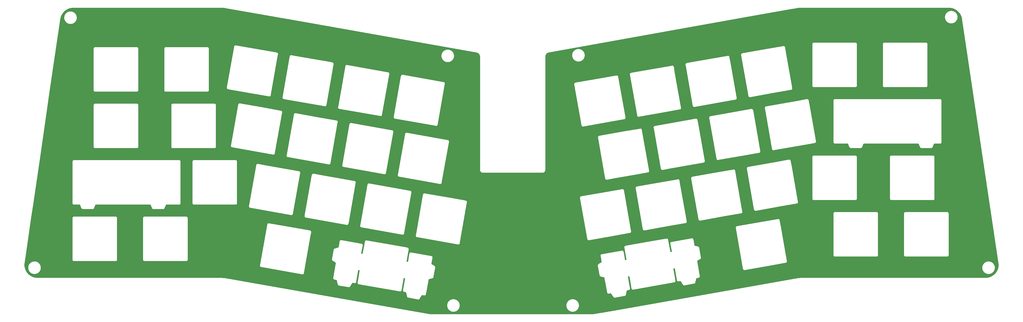
<source format=gtl>
G04 #@! TF.GenerationSoftware,KiCad,Pcbnew,(6.0.6-69-g6d26e8e3e8)*
G04 #@! TF.CreationDate,2022-07-20T16:25:23-04:00*
G04 #@! TF.ProjectId,plate,706c6174-652e-46b6-9963-61645f706362,rev?*
G04 #@! TF.SameCoordinates,Original*
G04 #@! TF.FileFunction,Copper,L1,Top*
G04 #@! TF.FilePolarity,Positive*
%FSLAX46Y46*%
G04 Gerber Fmt 4.6, Leading zero omitted, Abs format (unit mm)*
G04 Created by KiCad (PCBNEW (6.0.6-69-g6d26e8e3e8)) date 2022-07-20 16:25:23*
%MOMM*%
%LPD*%
G01*
G04 APERTURE LIST*
G04 APERTURE END LIST*
G04 #@! TA.AperFunction,NonConductor*
G36*
X322428078Y-111775459D02*
G01*
X349982661Y-111775480D01*
X349984840Y-111775499D01*
X350141781Y-111778214D01*
X350146151Y-111778365D01*
X350178253Y-111780036D01*
X350297480Y-111786241D01*
X350301816Y-111786542D01*
X350352503Y-111790948D01*
X350452767Y-111799664D01*
X350457089Y-111800115D01*
X350607489Y-111818466D01*
X350611738Y-111819060D01*
X350761427Y-111842619D01*
X350765683Y-111843365D01*
X350914441Y-111872100D01*
X350918697Y-111873000D01*
X350967840Y-111884274D01*
X351066348Y-111906874D01*
X351070592Y-111907925D01*
X351216982Y-111946903D01*
X351221187Y-111948101D01*
X351366108Y-111992125D01*
X351370270Y-111993469D01*
X351513598Y-112042504D01*
X351517709Y-112043991D01*
X351659234Y-112097963D01*
X351663292Y-112099591D01*
X351802877Y-112158448D01*
X351806875Y-112160216D01*
X351858783Y-112184257D01*
X351944342Y-112223884D01*
X351948256Y-112225780D01*
X351967851Y-112235695D01*
X352083437Y-112294184D01*
X352087301Y-112296225D01*
X352219971Y-112369244D01*
X352223766Y-112371419D01*
X352353853Y-112449018D01*
X352357568Y-112451322D01*
X352484901Y-112533397D01*
X352488530Y-112535827D01*
X352498159Y-112542517D01*
X352612916Y-112622256D01*
X352616452Y-112624804D01*
X352686177Y-112676930D01*
X352737786Y-112715512D01*
X352741243Y-112718191D01*
X352859370Y-112813066D01*
X352862731Y-112815863D01*
X352918825Y-112864211D01*
X352977031Y-112914379D01*
X352977460Y-112914749D01*
X352980713Y-112917653D01*
X353019633Y-112953626D01*
X353091950Y-113020467D01*
X353095110Y-113023491D01*
X353139554Y-113067526D01*
X353202358Y-113129752D01*
X353202713Y-113130104D01*
X353205758Y-113133228D01*
X353261468Y-113192393D01*
X353309597Y-113243508D01*
X353312539Y-113246743D01*
X353322317Y-113257878D01*
X353412374Y-113360429D01*
X353412501Y-113360574D01*
X353415329Y-113363910D01*
X353511276Y-113481136D01*
X353513986Y-113484566D01*
X353605802Y-113605041D01*
X353608392Y-113608565D01*
X353695963Y-113732141D01*
X353698429Y-113735751D01*
X353724539Y-113775447D01*
X353777146Y-113855427D01*
X353781692Y-113862339D01*
X353784008Y-113865998D01*
X353858995Y-113989102D01*
X353862800Y-113995349D01*
X353864975Y-113999062D01*
X353939302Y-114131198D01*
X353941357Y-114135005D01*
X353952260Y-114156065D01*
X354010383Y-114268339D01*
X354011005Y-114269541D01*
X354012948Y-114273460D01*
X354077880Y-114410323D01*
X354079685Y-114414304D01*
X354085592Y-114427959D01*
X354139823Y-114553322D01*
X354141477Y-114557336D01*
X354196714Y-114698248D01*
X354196769Y-114698389D01*
X354198289Y-114702474D01*
X354247738Y-114842763D01*
X354248642Y-114845329D01*
X354250019Y-114849461D01*
X354295174Y-114993303D01*
X354295399Y-114994021D01*
X354296631Y-114998199D01*
X354318853Y-115078660D01*
X354336961Y-115144226D01*
X354338051Y-115148458D01*
X354344538Y-115175580D01*
X354373292Y-115295797D01*
X354374223Y-115300010D01*
X354380412Y-115330530D01*
X354404334Y-115448510D01*
X354405128Y-115452808D01*
X354430971Y-115607662D01*
X354431311Y-115609815D01*
X363148952Y-174056898D01*
X366786024Y-198441505D01*
X366786985Y-198447951D01*
X366788345Y-198468745D01*
X366787974Y-198489885D01*
X366786403Y-198579528D01*
X366786249Y-198583923D01*
X366778264Y-198736090D01*
X366777957Y-198740477D01*
X366764667Y-198892272D01*
X366764207Y-198896647D01*
X366745629Y-199047861D01*
X366745017Y-199052213D01*
X366721171Y-199202719D01*
X366720409Y-199207041D01*
X366699766Y-199313207D01*
X366691320Y-199356644D01*
X366690406Y-199360939D01*
X366656252Y-199508844D01*
X366656124Y-199509397D01*
X366655066Y-199513641D01*
X366620525Y-199642526D01*
X366615628Y-199660797D01*
X366614415Y-199665026D01*
X366569836Y-199810808D01*
X366568477Y-199814989D01*
X366518880Y-199959007D01*
X366517376Y-199963139D01*
X366481420Y-200056797D01*
X366463873Y-200102504D01*
X366462775Y-200105363D01*
X366461131Y-200109433D01*
X366403250Y-200245779D01*
X366401560Y-200249759D01*
X366399775Y-200253765D01*
X366378192Y-200300046D01*
X366335374Y-200391858D01*
X366333447Y-200395809D01*
X366264283Y-200531541D01*
X366262218Y-200535424D01*
X366188342Y-200668691D01*
X366186165Y-200672463D01*
X366107656Y-200803115D01*
X366105326Y-200806843D01*
X366057537Y-200880428D01*
X366026160Y-200928743D01*
X366022335Y-200934632D01*
X366019875Y-200938278D01*
X365932475Y-201063091D01*
X365929899Y-201066637D01*
X365838185Y-201188342D01*
X365835483Y-201191801D01*
X365825931Y-201203595D01*
X365739576Y-201310228D01*
X365736750Y-201313596D01*
X365636794Y-201428579D01*
X365633851Y-201431847D01*
X365529936Y-201543279D01*
X365526882Y-201546442D01*
X365419134Y-201654189D01*
X365415970Y-201657244D01*
X365304530Y-201761162D01*
X365301295Y-201764075D01*
X365186267Y-201864067D01*
X365182920Y-201866876D01*
X365064479Y-201962786D01*
X365061014Y-201965493D01*
X364939347Y-202057176D01*
X364935789Y-202059761D01*
X364810965Y-202147165D01*
X364807320Y-202149624D01*
X364679514Y-202232624D01*
X364675790Y-202234951D01*
X364545174Y-202313435D01*
X364541409Y-202315609D01*
X364408120Y-202389493D01*
X364404251Y-202391551D01*
X364276197Y-202456800D01*
X364268471Y-202460737D01*
X364264527Y-202462660D01*
X364227396Y-202479976D01*
X364126416Y-202527066D01*
X364122399Y-202528854D01*
X364078072Y-202547671D01*
X364010095Y-202576528D01*
X363982140Y-202588395D01*
X363978071Y-202590039D01*
X363954500Y-202599088D01*
X363835843Y-202644639D01*
X363831711Y-202646143D01*
X363687612Y-202695765D01*
X363683438Y-202697122D01*
X363537704Y-202741682D01*
X363533565Y-202742869D01*
X363386312Y-202782331D01*
X363382062Y-202783391D01*
X363340154Y-202793068D01*
X363233559Y-202817681D01*
X363229284Y-202818589D01*
X363079700Y-202847671D01*
X363075423Y-202848425D01*
X362924986Y-202872259D01*
X362924898Y-202872273D01*
X362920543Y-202872885D01*
X362915814Y-202873466D01*
X362769296Y-202891462D01*
X362764923Y-202891922D01*
X362613135Y-202905209D01*
X362608747Y-202905516D01*
X362456619Y-202913496D01*
X362452225Y-202913650D01*
X362304642Y-202916234D01*
X362294303Y-202916415D01*
X362292098Y-202916434D01*
X349327451Y-202916452D01*
X300224304Y-202916520D01*
X300215823Y-202916234D01*
X300202423Y-202915330D01*
X300197561Y-202915002D01*
X300185650Y-202916042D01*
X300174691Y-202916520D01*
X300165821Y-202916520D01*
X300146815Y-202919242D01*
X300139924Y-202920035D01*
X299644025Y-202963340D01*
X299313313Y-202992220D01*
X299304847Y-202992673D01*
X299286548Y-202993034D01*
X299274774Y-202995106D01*
X299263905Y-202996534D01*
X299259532Y-202996916D01*
X299259523Y-202996918D01*
X299255061Y-202997307D01*
X299236359Y-203001673D01*
X299229575Y-203003061D01*
X235586110Y-214204072D01*
X235146595Y-214281425D01*
X235146587Y-214281425D01*
X235146561Y-214281430D01*
X235146558Y-214281430D01*
X235104118Y-214288900D01*
X235104116Y-214288901D01*
X235071627Y-214294619D01*
X235071621Y-214294621D01*
X230443496Y-215109293D01*
X229884358Y-215207716D01*
X229862515Y-215209624D01*
X175017110Y-215209624D01*
X174995266Y-215207716D01*
X158044674Y-212223956D01*
X180731601Y-212223956D01*
X180731770Y-212228824D01*
X180731770Y-212228827D01*
X180732594Y-212252541D01*
X180732670Y-212256915D01*
X180732670Y-212282407D01*
X180733199Y-212286099D01*
X180733420Y-212293102D01*
X180733075Y-212297148D01*
X180735059Y-212325678D01*
X180735286Y-212330024D01*
X180736172Y-212355542D01*
X180736827Y-212359206D01*
X180737292Y-212366202D01*
X180737087Y-212370271D01*
X180737593Y-212375109D01*
X180740059Y-212398699D01*
X180740437Y-212403037D01*
X180742207Y-212428498D01*
X180742991Y-212432148D01*
X180743698Y-212439122D01*
X180743635Y-212443190D01*
X180747599Y-212471553D01*
X180748118Y-212475796D01*
X180750775Y-212501223D01*
X180751686Y-212504842D01*
X180752633Y-212511779D01*
X180752711Y-212515852D01*
X180753553Y-212520652D01*
X180753553Y-212520655D01*
X180757650Y-212544018D01*
X180758323Y-212548284D01*
X180761859Y-212573589D01*
X180762893Y-212577169D01*
X180764082Y-212584077D01*
X180764301Y-212588138D01*
X180765310Y-212592911D01*
X180765310Y-212592913D01*
X180770213Y-212616116D01*
X180771042Y-212620404D01*
X180774675Y-212641120D01*
X180775450Y-212645539D01*
X180776606Y-212649077D01*
X180778035Y-212655943D01*
X180778394Y-212659987D01*
X180779564Y-212664707D01*
X180785276Y-212687752D01*
X180786254Y-212692013D01*
X180790597Y-212712561D01*
X180791526Y-212716959D01*
X180792806Y-212720459D01*
X180794474Y-212727278D01*
X180794974Y-212731317D01*
X180796307Y-212735991D01*
X180796308Y-212735998D01*
X180802814Y-212758816D01*
X180803928Y-212762995D01*
X180810073Y-212787787D01*
X180811476Y-212791248D01*
X180813378Y-212797998D01*
X180814017Y-212802009D01*
X180815513Y-212806641D01*
X180815514Y-212806644D01*
X180822807Y-212829222D01*
X180824076Y-212833396D01*
X180831072Y-212857938D01*
X180832589Y-212861335D01*
X180834723Y-212868013D01*
X180835501Y-212871999D01*
X180837155Y-212876571D01*
X180837157Y-212876578D01*
X180845236Y-212898909D01*
X180846653Y-212903049D01*
X180854487Y-212927303D01*
X180856121Y-212930645D01*
X180858486Y-212937247D01*
X180859404Y-212941213D01*
X180861220Y-212945735D01*
X180870060Y-212967751D01*
X180871619Y-212971837D01*
X180878767Y-212991595D01*
X180880293Y-212995812D01*
X180882046Y-212999105D01*
X180884642Y-213005626D01*
X180885696Y-213009554D01*
X180887665Y-213014003D01*
X180887666Y-213014007D01*
X180897268Y-213035709D01*
X180898959Y-213039716D01*
X180908468Y-213063396D01*
X180910335Y-213066625D01*
X180913150Y-213073041D01*
X180914339Y-213076929D01*
X180916460Y-213081305D01*
X180916466Y-213081321D01*
X180926820Y-213102686D01*
X180928656Y-213106648D01*
X180937153Y-213125851D01*
X180938972Y-213129961D01*
X180940946Y-213133118D01*
X180943983Y-213139434D01*
X180945309Y-213143286D01*
X180947583Y-213147590D01*
X180947584Y-213147593D01*
X180958666Y-213168573D01*
X180960640Y-213172472D01*
X180969800Y-213191373D01*
X180969807Y-213191385D01*
X180971760Y-213195415D01*
X180973847Y-213198509D01*
X180977103Y-213204718D01*
X180978557Y-213208510D01*
X180980975Y-213212726D01*
X180980981Y-213212739D01*
X180992793Y-213233334D01*
X180994891Y-213237144D01*
X181006810Y-213259706D01*
X181008996Y-213262714D01*
X181012465Y-213268807D01*
X181014055Y-213272558D01*
X181016625Y-213276699D01*
X181029134Y-213296855D01*
X181031378Y-213300615D01*
X181044058Y-213322726D01*
X181046355Y-213325668D01*
X181050035Y-213331638D01*
X181051749Y-213335322D01*
X181054454Y-213339361D01*
X181054458Y-213339368D01*
X181067671Y-213359097D01*
X181070039Y-213362768D01*
X181076039Y-213372435D01*
X181083484Y-213384432D01*
X181085876Y-213387285D01*
X181089758Y-213393120D01*
X181091603Y-213396749D01*
X181094448Y-213400693D01*
X181094449Y-213400695D01*
X181108339Y-213419952D01*
X181110828Y-213423531D01*
X181125018Y-213444720D01*
X181127512Y-213447494D01*
X181131592Y-213453187D01*
X181133562Y-213456750D01*
X181151108Y-213479378D01*
X181153703Y-213482848D01*
X181168625Y-213503537D01*
X181171205Y-213506214D01*
X181175490Y-213511774D01*
X181177581Y-213515264D01*
X181195920Y-213537291D01*
X181198612Y-213540642D01*
X181214244Y-213560802D01*
X181216922Y-213563394D01*
X181221393Y-213568797D01*
X181223603Y-213572211D01*
X181240606Y-213591248D01*
X181242641Y-213593527D01*
X181245486Y-213596826D01*
X181261824Y-213616450D01*
X181264592Y-213618948D01*
X181269243Y-213624187D01*
X181271572Y-213627526D01*
X181291365Y-213648197D01*
X181294322Y-213651395D01*
X181308320Y-213667069D01*
X181308325Y-213667074D01*
X181311309Y-213670415D01*
X181314158Y-213672812D01*
X181318994Y-213677894D01*
X181321432Y-213681142D01*
X181341908Y-213701092D01*
X181344987Y-213704198D01*
X181352927Y-213712490D01*
X181362632Y-213722626D01*
X181365563Y-213724924D01*
X181370577Y-213729839D01*
X181373128Y-213733002D01*
X181376722Y-213736268D01*
X181376731Y-213736278D01*
X181394298Y-213752244D01*
X181397478Y-213755236D01*
X181402670Y-213760294D01*
X181415737Y-213773025D01*
X181418749Y-213775221D01*
X181423929Y-213779959D01*
X181426585Y-213783028D01*
X181430293Y-213786170D01*
X181448400Y-213801513D01*
X181451688Y-213804399D01*
X181470566Y-213821556D01*
X181473647Y-213823643D01*
X181478982Y-213828192D01*
X181481751Y-213831175D01*
X181485578Y-213834196D01*
X181504198Y-213848894D01*
X181507576Y-213851657D01*
X181527038Y-213868148D01*
X181530194Y-213870130D01*
X181535685Y-213874492D01*
X181538553Y-213877375D01*
X181561633Y-213894328D01*
X181565047Y-213896928D01*
X181585098Y-213912755D01*
X181588318Y-213914624D01*
X181593958Y-213918793D01*
X181596925Y-213921576D01*
X181620564Y-213937707D01*
X181624083Y-213940199D01*
X181644670Y-213955321D01*
X181647953Y-213957077D01*
X181653741Y-213961053D01*
X181656799Y-213963728D01*
X181672419Y-213973610D01*
X181680949Y-213979007D01*
X181684604Y-213981409D01*
X181701974Y-213993262D01*
X181701980Y-213993266D01*
X181705681Y-213995791D01*
X181709025Y-213997434D01*
X181714940Y-214001201D01*
X181718090Y-214003769D01*
X181722283Y-214006222D01*
X181722294Y-214006230D01*
X181742805Y-214018230D01*
X181746504Y-214020481D01*
X181768067Y-214034123D01*
X181771459Y-214035645D01*
X181777502Y-214039206D01*
X181780741Y-214041664D01*
X181805931Y-214055252D01*
X181809714Y-214057379D01*
X181827852Y-214067992D01*
X181827867Y-214067999D01*
X181831734Y-214070262D01*
X181835182Y-214071667D01*
X181841348Y-214075018D01*
X181844674Y-214077365D01*
X181849031Y-214079524D01*
X181849037Y-214079527D01*
X181870315Y-214090068D01*
X181874195Y-214092075D01*
X181884472Y-214097618D01*
X181896623Y-214104172D01*
X181900122Y-214105459D01*
X181906403Y-214108594D01*
X181909803Y-214110821D01*
X181914231Y-214112826D01*
X181935825Y-214122605D01*
X181939778Y-214124479D01*
X181958625Y-214133816D01*
X181958642Y-214133823D01*
X181962657Y-214135812D01*
X181966200Y-214136977D01*
X181972567Y-214139884D01*
X181976049Y-214141995D01*
X181980562Y-214143853D01*
X182002508Y-214152888D01*
X182006519Y-214154621D01*
X182029743Y-214165138D01*
X182033315Y-214166177D01*
X182039798Y-214168869D01*
X182043346Y-214170855D01*
X182047910Y-214172551D01*
X182047912Y-214172552D01*
X182070161Y-214180820D01*
X182074225Y-214182411D01*
X182097802Y-214192118D01*
X182101413Y-214193033D01*
X182107983Y-214195498D01*
X182111594Y-214197358D01*
X182138222Y-214206215D01*
X182138739Y-214206387D01*
X182142857Y-214207837D01*
X182154014Y-214211983D01*
X182166764Y-214216721D01*
X182170402Y-214217510D01*
X182177054Y-214219745D01*
X182180733Y-214221481D01*
X182185402Y-214222856D01*
X182185405Y-214222857D01*
X182208162Y-214229558D01*
X182212316Y-214230860D01*
X182236531Y-214238914D01*
X182240200Y-214239577D01*
X182246924Y-214241580D01*
X182250654Y-214243184D01*
X182278411Y-214250321D01*
X182282520Y-214251454D01*
X182307037Y-214258674D01*
X182310716Y-214259208D01*
X182317504Y-214260976D01*
X182321300Y-214262454D01*
X182347750Y-214268284D01*
X182349213Y-214268607D01*
X182353463Y-214269622D01*
X182373822Y-214274856D01*
X182373825Y-214274857D01*
X182378171Y-214275974D01*
X182381882Y-214276381D01*
X182388722Y-214277911D01*
X182392561Y-214279255D01*
X182420696Y-214284440D01*
X182424952Y-214285301D01*
X182449879Y-214290795D01*
X182453591Y-214291073D01*
X182460474Y-214292363D01*
X182464358Y-214293573D01*
X182469175Y-214294289D01*
X182492661Y-214297780D01*
X182496971Y-214298497D01*
X182517644Y-214302307D01*
X182517649Y-214302308D01*
X182522047Y-214303118D01*
X182525762Y-214303267D01*
X182532696Y-214304319D01*
X182536631Y-214305396D01*
X182561494Y-214308212D01*
X182565014Y-214308611D01*
X182569356Y-214309179D01*
X182590165Y-214312272D01*
X182590168Y-214312272D01*
X182594593Y-214312930D01*
X182598322Y-214312950D01*
X182605297Y-214313762D01*
X182609246Y-214314697D01*
X182626698Y-214316063D01*
X182637774Y-214316930D01*
X182642124Y-214317347D01*
X182660000Y-214319372D01*
X182667461Y-214320217D01*
X182671183Y-214320107D01*
X182678164Y-214320676D01*
X182682157Y-214321476D01*
X182696046Y-214322079D01*
X182710703Y-214322716D01*
X182715064Y-214322981D01*
X182733594Y-214324431D01*
X182740510Y-214324972D01*
X182744233Y-214324733D01*
X182751238Y-214325059D01*
X182755251Y-214325719D01*
X182783859Y-214325967D01*
X182788231Y-214326081D01*
X182813699Y-214327187D01*
X182817409Y-214326819D01*
X182824414Y-214326902D01*
X182828452Y-214327423D01*
X182851501Y-214326823D01*
X182857035Y-214326679D01*
X182861406Y-214326641D01*
X182868040Y-214326698D01*
X182886912Y-214326862D01*
X182890606Y-214326366D01*
X182897617Y-214326204D01*
X182901667Y-214326585D01*
X182915215Y-214325761D01*
X182930234Y-214324848D01*
X182934599Y-214324659D01*
X182955589Y-214324112D01*
X182955591Y-214324112D01*
X182960075Y-214323995D01*
X182963751Y-214323371D01*
X182970744Y-214322967D01*
X182974807Y-214323207D01*
X182979653Y-214322743D01*
X182979654Y-214322743D01*
X182984173Y-214322310D01*
X183003305Y-214320478D01*
X183007577Y-214320143D01*
X183033090Y-214318591D01*
X183036745Y-214317839D01*
X183043711Y-214317193D01*
X183047783Y-214317292D01*
X183052616Y-214316659D01*
X183052622Y-214316659D01*
X183076153Y-214313579D01*
X183080492Y-214313087D01*
X183101408Y-214311084D01*
X183101411Y-214311083D01*
X183105875Y-214310656D01*
X183109495Y-214309779D01*
X183116447Y-214308890D01*
X183120523Y-214308848D01*
X183125328Y-214308048D01*
X183125333Y-214308048D01*
X183148727Y-214304155D01*
X183153052Y-214303512D01*
X183173883Y-214300785D01*
X183173885Y-214300785D01*
X183178335Y-214300202D01*
X183181931Y-214299197D01*
X183188847Y-214298068D01*
X183192909Y-214297885D01*
X183197684Y-214296919D01*
X183197685Y-214296919D01*
X183220961Y-214292211D01*
X183225256Y-214291420D01*
X183245973Y-214287972D01*
X183245985Y-214287969D01*
X183250402Y-214287234D01*
X183253945Y-214286110D01*
X183260826Y-214284740D01*
X183264879Y-214284416D01*
X183292688Y-214277778D01*
X183296954Y-214276838D01*
X183303161Y-214275582D01*
X183321961Y-214271779D01*
X183325469Y-214270531D01*
X183332304Y-214268921D01*
X183336339Y-214268457D01*
X183341020Y-214267166D01*
X183341032Y-214267164D01*
X183363918Y-214260853D01*
X183368121Y-214259772D01*
X183392948Y-214253846D01*
X183396416Y-214252475D01*
X183403177Y-214250633D01*
X183407205Y-214250027D01*
X183434506Y-214241470D01*
X183438676Y-214240242D01*
X183442480Y-214239193D01*
X183463269Y-214233461D01*
X183466684Y-214231971D01*
X183473387Y-214229892D01*
X183477383Y-214229149D01*
X183481981Y-214227531D01*
X183481983Y-214227530D01*
X183504378Y-214219647D01*
X183508493Y-214218278D01*
X183532844Y-214210645D01*
X183536202Y-214209040D01*
X183542825Y-214206731D01*
X183546793Y-214205849D01*
X183551327Y-214204074D01*
X183551333Y-214204072D01*
X183573438Y-214195418D01*
X183577520Y-214193900D01*
X183601580Y-214185431D01*
X183604878Y-214183711D01*
X183611420Y-214181173D01*
X183615350Y-214180155D01*
X183641632Y-214168799D01*
X183645631Y-214167153D01*
X183669397Y-214157848D01*
X183672641Y-214156010D01*
X183679081Y-214153251D01*
X183682988Y-214152093D01*
X183687388Y-214150008D01*
X183687392Y-214150006D01*
X183708827Y-214139846D01*
X183712815Y-214138040D01*
X183732101Y-214129707D01*
X183732105Y-214129705D01*
X183736215Y-214127929D01*
X183739394Y-214125980D01*
X183745747Y-214122992D01*
X183749603Y-214121702D01*
X183753918Y-214119470D01*
X183753921Y-214119469D01*
X183775020Y-214108556D01*
X183778890Y-214106639D01*
X183801967Y-214095701D01*
X183805075Y-214093643D01*
X183811307Y-214090444D01*
X183815120Y-214089019D01*
X183840069Y-214074997D01*
X183843918Y-214072921D01*
X183862570Y-214063274D01*
X183866553Y-214061214D01*
X183869583Y-214059053D01*
X183875705Y-214055637D01*
X183879463Y-214054082D01*
X183903930Y-214039191D01*
X183907653Y-214037013D01*
X183929900Y-214024510D01*
X183932858Y-214022242D01*
X183938853Y-214018618D01*
X183942558Y-214016932D01*
X183958849Y-214006225D01*
X183966464Y-214001220D01*
X183970162Y-213998880D01*
X183988113Y-213987955D01*
X183988119Y-213987951D01*
X183991936Y-213985628D01*
X183994809Y-213983262D01*
X184000684Y-213979426D01*
X184004325Y-213977614D01*
X184008294Y-213974803D01*
X184008303Y-213974798D01*
X184027661Y-213961090D01*
X184031273Y-213958625D01*
X184048843Y-213947077D01*
X184048846Y-213947075D01*
X184052587Y-213944616D01*
X184055376Y-213942152D01*
X184061120Y-213938110D01*
X184064696Y-213936173D01*
X184068563Y-213933228D01*
X184068569Y-213933224D01*
X184087447Y-213918846D01*
X184090968Y-213916260D01*
X184111779Y-213901523D01*
X184114494Y-213898951D01*
X184120073Y-213894729D01*
X184123583Y-213892667D01*
X184136494Y-213882106D01*
X184145715Y-213874564D01*
X184149148Y-213871854D01*
X184165875Y-213859115D01*
X184165878Y-213859112D01*
X184169442Y-213856398D01*
X184172053Y-213853746D01*
X184177493Y-213849324D01*
X184180927Y-213847143D01*
X184202429Y-213828272D01*
X184205769Y-213825442D01*
X184222026Y-213812145D01*
X184222027Y-213812144D01*
X184225498Y-213809305D01*
X184228018Y-213806562D01*
X184233302Y-213801953D01*
X184236661Y-213799652D01*
X184257505Y-213780038D01*
X184260732Y-213777105D01*
X184276521Y-213763248D01*
X184279887Y-213760294D01*
X184282311Y-213757464D01*
X184287433Y-213752673D01*
X184290709Y-213750258D01*
X184310852Y-213729940D01*
X184313955Y-213726915D01*
X184332548Y-213709419D01*
X184334872Y-213706506D01*
X184339824Y-213701542D01*
X184343007Y-213699021D01*
X184362423Y-213678027D01*
X184365445Y-213674871D01*
X184380248Y-213659939D01*
X184380251Y-213659935D01*
X184383406Y-213656753D01*
X184385628Y-213653762D01*
X184390404Y-213648629D01*
X184393503Y-213645993D01*
X184412182Y-213624332D01*
X184415081Y-213621087D01*
X184418016Y-213617914D01*
X184432404Y-213602356D01*
X184434523Y-213599286D01*
X184439117Y-213593991D01*
X184442125Y-213591248D01*
X184454507Y-213575839D01*
X184460043Y-213568950D01*
X184462815Y-213565619D01*
X184479490Y-213546283D01*
X184481499Y-213543144D01*
X184485905Y-213537695D01*
X184488816Y-213534849D01*
X184505976Y-213511907D01*
X184508588Y-213508539D01*
X184524599Y-213488613D01*
X184526497Y-213485408D01*
X184530715Y-213479805D01*
X184533522Y-213476863D01*
X184547504Y-213456750D01*
X184549852Y-213453373D01*
X184552409Y-213449828D01*
X184564991Y-213433006D01*
X184567679Y-213429413D01*
X184569466Y-213426142D01*
X184573483Y-213420402D01*
X184576186Y-213417365D01*
X184589482Y-213396749D01*
X184591691Y-213393324D01*
X184594123Y-213389692D01*
X184606120Y-213372435D01*
X184606121Y-213372433D01*
X184608678Y-213368755D01*
X184610349Y-213365427D01*
X184614167Y-213359545D01*
X184616768Y-213356410D01*
X184619265Y-213352226D01*
X184631420Y-213331859D01*
X184633725Y-213328145D01*
X184645115Y-213310482D01*
X184647545Y-213306714D01*
X184649100Y-213303329D01*
X184652712Y-213297317D01*
X184655200Y-213294097D01*
X184657550Y-213289830D01*
X184657553Y-213289825D01*
X184669014Y-213269013D01*
X184671186Y-213265226D01*
X184681943Y-213247200D01*
X184681945Y-213247196D01*
X184684242Y-213243347D01*
X184685675Y-213239917D01*
X184689078Y-213233782D01*
X184691455Y-213230474D01*
X184693654Y-213226130D01*
X184693659Y-213226122D01*
X184704376Y-213204952D01*
X184706420Y-213201081D01*
X184716554Y-213182678D01*
X184718711Y-213178761D01*
X184720026Y-213175279D01*
X184723217Y-213169024D01*
X184725470Y-213165647D01*
X184727513Y-213161239D01*
X184727517Y-213161231D01*
X184737500Y-213139687D01*
X184739402Y-213135761D01*
X184750924Y-213113002D01*
X184752118Y-213109473D01*
X184755086Y-213103120D01*
X184757224Y-213099662D01*
X184768333Y-213073328D01*
X184770099Y-213069337D01*
X184778943Y-213050251D01*
X184778944Y-213050250D01*
X184780828Y-213046183D01*
X184781901Y-213042610D01*
X184784645Y-213036160D01*
X184786660Y-213032632D01*
X184793767Y-213014007D01*
X184796851Y-213005926D01*
X184798477Y-213001876D01*
X184806656Y-212982487D01*
X184806659Y-212982479D01*
X184808401Y-212978349D01*
X184809348Y-212974746D01*
X184811867Y-212968204D01*
X184813763Y-212964599D01*
X184821768Y-212941213D01*
X184823024Y-212937542D01*
X184824511Y-212933431D01*
X184833598Y-212909616D01*
X184834420Y-212905978D01*
X184836714Y-212899344D01*
X184838479Y-212895685D01*
X184844284Y-212876586D01*
X184846799Y-212868313D01*
X184848142Y-212864154D01*
X184851749Y-212853615D01*
X184856400Y-212840027D01*
X184857095Y-212836366D01*
X184859152Y-212829670D01*
X184860791Y-212825949D01*
X184868156Y-212798304D01*
X184869345Y-212794135D01*
X184875464Y-212774000D01*
X184875466Y-212773993D01*
X184876768Y-212769709D01*
X184877335Y-212766028D01*
X184879161Y-212759256D01*
X184880669Y-212755482D01*
X184887081Y-212727548D01*
X184888122Y-212723353D01*
X184893529Y-212703061D01*
X184893530Y-212703054D01*
X184894685Y-212698720D01*
X184895124Y-212695021D01*
X184896712Y-212688198D01*
X184898091Y-212684367D01*
X184903520Y-212656281D01*
X184904423Y-212652008D01*
X184909125Y-212631526D01*
X184909126Y-212631518D01*
X184910128Y-212627154D01*
X184910438Y-212623441D01*
X184911790Y-212616559D01*
X184913036Y-212612679D01*
X184917482Y-212584449D01*
X184918237Y-212580142D01*
X184922227Y-212559500D01*
X184922228Y-212559492D01*
X184923078Y-212555094D01*
X184923260Y-212551368D01*
X184924373Y-212544437D01*
X184925478Y-212540537D01*
X184928949Y-212512115D01*
X184929553Y-212507793D01*
X184930927Y-212499072D01*
X184933518Y-212482616D01*
X184933570Y-212478898D01*
X184934441Y-212471940D01*
X184935415Y-212467981D01*
X184937789Y-212440685D01*
X184937891Y-212439517D01*
X184938346Y-212435165D01*
X184940895Y-212414292D01*
X184940895Y-212414284D01*
X184941438Y-212409841D01*
X184941360Y-212406111D01*
X184941990Y-212399122D01*
X184942823Y-212395148D01*
X184944120Y-212370262D01*
X184944312Y-212366579D01*
X184944615Y-212362220D01*
X184946436Y-212341283D01*
X184946436Y-212341281D01*
X184946825Y-212336810D01*
X184946619Y-212333095D01*
X184947005Y-212326100D01*
X184947701Y-212322089D01*
X184948197Y-212293485D01*
X184948349Y-212289114D01*
X184949443Y-212268135D01*
X184949443Y-212268126D01*
X184949676Y-212263661D01*
X184949341Y-212259954D01*
X184949484Y-212252934D01*
X184950040Y-212248906D01*
X184949607Y-212223956D01*
X220949479Y-212223956D01*
X220949648Y-212228824D01*
X220949648Y-212228827D01*
X220950472Y-212252541D01*
X220950548Y-212256915D01*
X220950548Y-212282407D01*
X220951076Y-212286094D01*
X220951298Y-212293106D01*
X220950953Y-212297157D01*
X220952937Y-212325671D01*
X220952937Y-212325678D01*
X220953164Y-212330035D01*
X220954050Y-212355542D01*
X220954705Y-212359205D01*
X220955170Y-212366203D01*
X220954966Y-212370262D01*
X220955472Y-212375103D01*
X220955472Y-212375104D01*
X220957936Y-212398681D01*
X220958315Y-212403037D01*
X220959775Y-212424028D01*
X220959776Y-212424036D01*
X220960087Y-212428507D01*
X220960869Y-212432145D01*
X220961577Y-212439118D01*
X220961513Y-212443190D01*
X220962187Y-212448010D01*
X220962187Y-212448016D01*
X220965470Y-212471502D01*
X220966001Y-212475847D01*
X220968652Y-212501215D01*
X220969561Y-212504829D01*
X220970511Y-212511780D01*
X220970589Y-212515852D01*
X220971431Y-212520651D01*
X220971431Y-212520656D01*
X220975528Y-212544018D01*
X220976201Y-212548284D01*
X220979737Y-212573589D01*
X220980771Y-212577169D01*
X220981960Y-212584077D01*
X220982179Y-212588138D01*
X220983188Y-212592911D01*
X220983188Y-212592913D01*
X220988091Y-212616116D01*
X220988920Y-212620404D01*
X220992553Y-212641120D01*
X220993328Y-212645539D01*
X220994482Y-212649072D01*
X220995913Y-212655945D01*
X220996273Y-212659996D01*
X220997441Y-212664707D01*
X220997442Y-212664711D01*
X221003158Y-212687767D01*
X221004137Y-212692036D01*
X221008474Y-212712561D01*
X221008476Y-212712569D01*
X221009404Y-212716959D01*
X221010687Y-212720467D01*
X221012350Y-212727267D01*
X221012851Y-212731308D01*
X221014188Y-212735998D01*
X221020690Y-212758808D01*
X221021815Y-212763029D01*
X221027955Y-212787795D01*
X221029354Y-212791246D01*
X221031255Y-212797991D01*
X221031895Y-212802009D01*
X221040685Y-212829222D01*
X221041950Y-212833385D01*
X221043846Y-212840036D01*
X221048947Y-212857930D01*
X221050466Y-212861332D01*
X221052601Y-212868011D01*
X221053379Y-212871999D01*
X221055036Y-212876578D01*
X221055038Y-212876586D01*
X221063114Y-212898909D01*
X221064531Y-212903049D01*
X221070983Y-212923027D01*
X221070987Y-212923038D01*
X221072365Y-212927303D01*
X221074001Y-212930649D01*
X221076367Y-212937252D01*
X221077285Y-212941221D01*
X221087949Y-212967775D01*
X221089482Y-212971794D01*
X221098171Y-212995812D01*
X221099927Y-212999110D01*
X221102519Y-213005621D01*
X221103572Y-213009546D01*
X221115148Y-213035710D01*
X221116841Y-213039722D01*
X221126351Y-213063403D01*
X221128208Y-213066616D01*
X221131027Y-213073039D01*
X221132217Y-213076929D01*
X221134335Y-213081300D01*
X221134340Y-213081312D01*
X221144696Y-213102679D01*
X221146523Y-213106623D01*
X221156846Y-213129953D01*
X221158820Y-213133110D01*
X221161862Y-213139437D01*
X221163187Y-213143286D01*
X221165457Y-213147584D01*
X221165460Y-213147590D01*
X221176544Y-213168573D01*
X221178518Y-213172472D01*
X221187678Y-213191373D01*
X221187685Y-213191385D01*
X221189638Y-213195415D01*
X221191725Y-213198509D01*
X221194981Y-213204718D01*
X221196435Y-213208510D01*
X221198853Y-213212726D01*
X221198859Y-213212739D01*
X221210671Y-213233334D01*
X221212769Y-213237144D01*
X221224688Y-213259706D01*
X221226874Y-213262714D01*
X221230343Y-213268807D01*
X221231933Y-213272558D01*
X221234503Y-213276699D01*
X221247012Y-213296855D01*
X221249256Y-213300615D01*
X221261936Y-213322726D01*
X221264233Y-213325668D01*
X221267913Y-213331638D01*
X221269627Y-213335322D01*
X221272332Y-213339361D01*
X221272336Y-213339368D01*
X221285549Y-213359097D01*
X221287917Y-213362768D01*
X221293917Y-213372435D01*
X221301362Y-213384432D01*
X221303754Y-213387285D01*
X221307636Y-213393120D01*
X221309481Y-213396749D01*
X221312326Y-213400693D01*
X221312327Y-213400695D01*
X221326217Y-213419952D01*
X221328706Y-213423531D01*
X221342896Y-213444720D01*
X221345390Y-213447494D01*
X221349470Y-213453187D01*
X221351440Y-213456750D01*
X221368986Y-213479378D01*
X221371581Y-213482848D01*
X221386503Y-213503537D01*
X221389083Y-213506214D01*
X221393368Y-213511774D01*
X221395459Y-213515264D01*
X221413798Y-213537291D01*
X221416490Y-213540642D01*
X221432122Y-213560802D01*
X221434800Y-213563394D01*
X221439271Y-213568797D01*
X221441481Y-213572211D01*
X221458484Y-213591248D01*
X221460519Y-213593527D01*
X221463364Y-213596826D01*
X221479702Y-213616450D01*
X221482470Y-213618948D01*
X221487121Y-213624187D01*
X221489450Y-213627526D01*
X221509243Y-213648197D01*
X221512200Y-213651395D01*
X221526198Y-213667069D01*
X221526203Y-213667074D01*
X221529187Y-213670415D01*
X221532036Y-213672812D01*
X221536872Y-213677894D01*
X221539310Y-213681142D01*
X221559786Y-213701092D01*
X221562865Y-213704198D01*
X221570805Y-213712490D01*
X221580510Y-213722626D01*
X221583441Y-213724924D01*
X221588455Y-213729839D01*
X221591006Y-213733002D01*
X221594600Y-213736268D01*
X221594609Y-213736278D01*
X221612176Y-213752244D01*
X221615356Y-213755236D01*
X221620548Y-213760294D01*
X221633615Y-213773025D01*
X221636627Y-213775221D01*
X221641807Y-213779959D01*
X221644463Y-213783028D01*
X221648171Y-213786170D01*
X221666278Y-213801513D01*
X221669566Y-213804399D01*
X221688444Y-213821556D01*
X221691525Y-213823643D01*
X221696860Y-213828192D01*
X221699629Y-213831175D01*
X221703456Y-213834196D01*
X221722076Y-213848894D01*
X221725454Y-213851657D01*
X221744916Y-213868148D01*
X221748072Y-213870130D01*
X221753563Y-213874492D01*
X221756431Y-213877375D01*
X221779511Y-213894328D01*
X221782925Y-213896928D01*
X221802976Y-213912755D01*
X221806189Y-213914620D01*
X221811839Y-213918796D01*
X221814807Y-213921580D01*
X221818825Y-213924322D01*
X221818829Y-213924325D01*
X221838440Y-213937707D01*
X221842013Y-213940237D01*
X221858930Y-213952664D01*
X221858936Y-213952668D01*
X221862548Y-213955321D01*
X221865840Y-213957082D01*
X221871613Y-213961048D01*
X221874674Y-213963725D01*
X221878793Y-213966331D01*
X221898840Y-213979014D01*
X221902489Y-213981412D01*
X221923564Y-213995794D01*
X221926905Y-213997435D01*
X221932818Y-214001202D01*
X221935968Y-214003769D01*
X221960683Y-214018230D01*
X221964372Y-214020475D01*
X221985941Y-214034121D01*
X221989343Y-214035648D01*
X221995375Y-214039203D01*
X221998619Y-214041664D01*
X222023809Y-214055252D01*
X222027592Y-214057379D01*
X222045730Y-214067992D01*
X222045745Y-214067999D01*
X222049612Y-214070262D01*
X222053060Y-214071667D01*
X222059226Y-214075018D01*
X222062552Y-214077365D01*
X222066909Y-214079524D01*
X222066915Y-214079527D01*
X222088193Y-214090068D01*
X222092073Y-214092075D01*
X222102350Y-214097618D01*
X222114501Y-214104172D01*
X222118000Y-214105459D01*
X222124281Y-214108594D01*
X222127681Y-214110821D01*
X222132109Y-214112826D01*
X222153703Y-214122605D01*
X222157656Y-214124479D01*
X222176503Y-214133816D01*
X222176520Y-214133823D01*
X222180535Y-214135812D01*
X222184078Y-214136977D01*
X222190445Y-214139884D01*
X222193927Y-214141995D01*
X222198440Y-214143853D01*
X222220386Y-214152888D01*
X222224397Y-214154621D01*
X222247621Y-214165138D01*
X222251193Y-214166177D01*
X222257676Y-214168869D01*
X222261224Y-214170855D01*
X222265788Y-214172551D01*
X222265790Y-214172552D01*
X222288039Y-214180820D01*
X222292103Y-214182411D01*
X222315680Y-214192118D01*
X222319293Y-214193034D01*
X222325861Y-214195498D01*
X222329475Y-214197359D01*
X222356645Y-214206396D01*
X222360719Y-214207831D01*
X222384642Y-214216721D01*
X222388280Y-214217510D01*
X222394932Y-214219745D01*
X222398609Y-214221480D01*
X222419155Y-214227530D01*
X222426035Y-214229556D01*
X222430188Y-214230857D01*
X222454412Y-214238915D01*
X222458080Y-214239578D01*
X222464802Y-214241580D01*
X222468532Y-214243184D01*
X222473249Y-214244397D01*
X222473252Y-214244398D01*
X222496220Y-214250305D01*
X222500428Y-214251465D01*
X222520608Y-214257407D01*
X222520617Y-214257409D01*
X222524913Y-214258674D01*
X222528594Y-214259208D01*
X222535385Y-214260976D01*
X222539178Y-214262454D01*
X222564997Y-214268145D01*
X222567091Y-214268607D01*
X222571341Y-214269622D01*
X222591700Y-214274856D01*
X222591703Y-214274857D01*
X222596049Y-214275974D01*
X222599760Y-214276381D01*
X222606600Y-214277911D01*
X222610439Y-214279255D01*
X222638574Y-214284440D01*
X222642830Y-214285301D01*
X222667757Y-214290795D01*
X222671474Y-214291073D01*
X222678353Y-214292363D01*
X222682238Y-214293573D01*
X222710545Y-214297780D01*
X222714853Y-214298497D01*
X222739925Y-214303118D01*
X222743645Y-214303267D01*
X222750576Y-214304319D01*
X222754509Y-214305396D01*
X222759344Y-214305944D01*
X222759346Y-214305944D01*
X222782900Y-214308612D01*
X222787243Y-214309180D01*
X222808044Y-214312272D01*
X222808049Y-214312272D01*
X222812473Y-214312930D01*
X222816202Y-214312950D01*
X222823173Y-214313761D01*
X222827125Y-214314697D01*
X222831975Y-214315077D01*
X222831977Y-214315077D01*
X222855660Y-214316931D01*
X222860006Y-214317348D01*
X222880871Y-214319711D01*
X222885338Y-214320217D01*
X222889062Y-214320107D01*
X222896041Y-214320675D01*
X222900036Y-214321476D01*
X222928593Y-214322716D01*
X222932916Y-214322978D01*
X222958390Y-214324972D01*
X222962112Y-214324733D01*
X222969117Y-214325059D01*
X222973130Y-214325719D01*
X223001739Y-214325967D01*
X223006107Y-214326081D01*
X223031577Y-214327187D01*
X223035287Y-214326819D01*
X223042295Y-214326902D01*
X223046332Y-214327423D01*
X223070836Y-214326785D01*
X223074915Y-214326679D01*
X223079286Y-214326641D01*
X223087933Y-214326716D01*
X223104792Y-214326862D01*
X223108488Y-214326365D01*
X223115494Y-214326204D01*
X223119545Y-214326585D01*
X223130466Y-214325921D01*
X223148113Y-214324848D01*
X223152478Y-214324659D01*
X223173472Y-214324112D01*
X223173476Y-214324112D01*
X223177953Y-214323995D01*
X223181623Y-214323371D01*
X223188625Y-214322967D01*
X223192687Y-214323207D01*
X223197531Y-214322743D01*
X223197536Y-214322743D01*
X223221151Y-214320481D01*
X223225514Y-214320139D01*
X223225531Y-214320138D01*
X223250968Y-214318591D01*
X223254617Y-214317840D01*
X223261591Y-214317193D01*
X223265661Y-214317292D01*
X223270496Y-214316659D01*
X223270497Y-214316659D01*
X223294034Y-214313578D01*
X223298377Y-214313086D01*
X223319283Y-214311084D01*
X223323753Y-214310656D01*
X223327374Y-214309779D01*
X223334325Y-214308890D01*
X223338401Y-214308848D01*
X223343207Y-214308048D01*
X223343210Y-214308048D01*
X223366605Y-214304155D01*
X223370930Y-214303512D01*
X223374382Y-214303060D01*
X223396213Y-214300202D01*
X223399809Y-214299197D01*
X223406725Y-214298068D01*
X223410785Y-214297885D01*
X223415555Y-214296920D01*
X223415563Y-214296919D01*
X223438824Y-214292213D01*
X223443124Y-214291420D01*
X223463863Y-214287969D01*
X223468280Y-214287234D01*
X223471823Y-214286110D01*
X223478699Y-214284741D01*
X223482760Y-214284416D01*
X223487492Y-214283286D01*
X223487501Y-214283285D01*
X223510598Y-214277771D01*
X223514817Y-214276841D01*
X223539838Y-214271779D01*
X223543353Y-214270528D01*
X223550178Y-214268922D01*
X223554217Y-214268457D01*
X223558901Y-214267166D01*
X223558909Y-214267164D01*
X223581805Y-214260851D01*
X223586044Y-214259761D01*
X223606463Y-214254887D01*
X223606464Y-214254887D01*
X223610828Y-214253845D01*
X223614290Y-214252476D01*
X223621055Y-214250633D01*
X223625083Y-214250027D01*
X223652384Y-214241470D01*
X223656554Y-214240242D01*
X223660358Y-214239193D01*
X223681147Y-214233461D01*
X223684562Y-214231971D01*
X223691265Y-214229892D01*
X223695261Y-214229149D01*
X223699859Y-214227531D01*
X223699861Y-214227530D01*
X223722256Y-214219647D01*
X223726371Y-214218278D01*
X223750722Y-214210645D01*
X223754080Y-214209040D01*
X223760703Y-214206731D01*
X223764671Y-214205849D01*
X223769205Y-214204074D01*
X223769211Y-214204072D01*
X223791316Y-214195418D01*
X223795398Y-214193900D01*
X223819458Y-214185431D01*
X223822756Y-214183711D01*
X223829298Y-214181173D01*
X223833228Y-214180155D01*
X223859510Y-214168799D01*
X223863509Y-214167153D01*
X223887275Y-214157848D01*
X223890519Y-214156010D01*
X223896959Y-214153251D01*
X223900866Y-214152093D01*
X223905266Y-214150008D01*
X223905270Y-214150006D01*
X223926705Y-214139846D01*
X223930693Y-214138040D01*
X223949979Y-214129707D01*
X223949983Y-214129705D01*
X223954093Y-214127929D01*
X223957272Y-214125980D01*
X223963625Y-214122992D01*
X223967481Y-214121702D01*
X223971796Y-214119470D01*
X223971799Y-214119469D01*
X223992898Y-214108556D01*
X223996768Y-214106639D01*
X224019845Y-214095701D01*
X224022954Y-214093643D01*
X224029181Y-214090446D01*
X224032994Y-214089021D01*
X224037239Y-214086635D01*
X224037246Y-214086632D01*
X224057945Y-214074998D01*
X224061775Y-214072932D01*
X224084431Y-214061214D01*
X224087462Y-214059052D01*
X224093581Y-214055638D01*
X224097347Y-214054080D01*
X224121804Y-214039195D01*
X224125525Y-214037017D01*
X224147776Y-214024512D01*
X224150742Y-214022238D01*
X224156735Y-214018615D01*
X224160431Y-214016934D01*
X224164493Y-214014264D01*
X224164501Y-214014260D01*
X224184320Y-214001234D01*
X224187980Y-213998918D01*
X224209818Y-213985626D01*
X224212687Y-213983263D01*
X224218564Y-213979426D01*
X224222209Y-213977612D01*
X224226186Y-213974796D01*
X224245564Y-213961074D01*
X224249178Y-213958608D01*
X224266705Y-213947088D01*
X224270462Y-213944619D01*
X224273262Y-213942145D01*
X224278997Y-213938110D01*
X224282574Y-213936173D01*
X224286453Y-213933219D01*
X224305320Y-213918850D01*
X224308846Y-213916260D01*
X224326001Y-213904112D01*
X224326012Y-213904103D01*
X224329661Y-213901519D01*
X224332363Y-213898959D01*
X224337954Y-213894727D01*
X224341461Y-213892667D01*
X224354372Y-213882106D01*
X224363593Y-213874564D01*
X224367026Y-213871854D01*
X224383753Y-213859115D01*
X224383756Y-213859112D01*
X224387320Y-213856398D01*
X224389931Y-213853746D01*
X224395371Y-213849324D01*
X224398805Y-213847143D01*
X224420307Y-213828272D01*
X224423647Y-213825442D01*
X224439904Y-213812145D01*
X224439905Y-213812144D01*
X224443376Y-213809305D01*
X224445896Y-213806562D01*
X224451180Y-213801953D01*
X224454539Y-213799652D01*
X224475383Y-213780038D01*
X224478610Y-213777105D01*
X224494399Y-213763248D01*
X224497765Y-213760294D01*
X224500189Y-213757464D01*
X224505311Y-213752673D01*
X224508587Y-213750258D01*
X224528730Y-213729940D01*
X224531833Y-213726915D01*
X224550426Y-213709419D01*
X224552750Y-213706506D01*
X224557702Y-213701542D01*
X224560885Y-213699021D01*
X224580301Y-213678027D01*
X224583323Y-213674871D01*
X224598126Y-213659939D01*
X224598129Y-213659935D01*
X224601284Y-213656753D01*
X224603506Y-213653762D01*
X224608282Y-213648629D01*
X224611381Y-213645993D01*
X224630060Y-213624332D01*
X224632959Y-213621087D01*
X224635894Y-213617914D01*
X224650282Y-213602356D01*
X224652401Y-213599286D01*
X224656995Y-213593991D01*
X224660003Y-213591248D01*
X224672385Y-213575839D01*
X224677921Y-213568950D01*
X224680693Y-213565619D01*
X224697368Y-213546283D01*
X224699377Y-213543144D01*
X224703783Y-213537695D01*
X224706694Y-213534849D01*
X224723854Y-213511907D01*
X224726466Y-213508539D01*
X224742477Y-213488613D01*
X224744375Y-213485408D01*
X224748593Y-213479805D01*
X224751400Y-213476863D01*
X224765382Y-213456750D01*
X224767730Y-213453373D01*
X224770287Y-213449828D01*
X224782869Y-213433006D01*
X224785557Y-213429413D01*
X224787344Y-213426142D01*
X224791361Y-213420402D01*
X224794064Y-213417365D01*
X224807360Y-213396749D01*
X224809569Y-213393324D01*
X224812001Y-213389692D01*
X224823998Y-213372435D01*
X224823999Y-213372433D01*
X224826556Y-213368755D01*
X224828227Y-213365427D01*
X224832045Y-213359545D01*
X224834646Y-213356410D01*
X224837143Y-213352226D01*
X224849298Y-213331859D01*
X224851603Y-213328145D01*
X224862993Y-213310482D01*
X224865423Y-213306714D01*
X224866978Y-213303329D01*
X224870590Y-213297317D01*
X224873078Y-213294097D01*
X224875428Y-213289830D01*
X224875431Y-213289825D01*
X224886892Y-213269013D01*
X224889064Y-213265226D01*
X224899820Y-213247202D01*
X224899823Y-213247196D01*
X224902120Y-213243347D01*
X224903555Y-213239913D01*
X224906952Y-213233789D01*
X224909329Y-213230481D01*
X224914634Y-213220003D01*
X224922250Y-213204960D01*
X224924291Y-213201096D01*
X224934424Y-213182694D01*
X224934428Y-213182686D01*
X224936589Y-213178761D01*
X224937904Y-213175278D01*
X224941097Y-213169020D01*
X224943353Y-213165639D01*
X224955389Y-213139664D01*
X224957281Y-213135761D01*
X224960100Y-213130194D01*
X224968799Y-213113010D01*
X224969995Y-213109477D01*
X224972961Y-213103127D01*
X224975098Y-213099670D01*
X224976994Y-213095176D01*
X224986222Y-213073303D01*
X224987991Y-213069304D01*
X224989812Y-213065375D01*
X224998709Y-213046175D01*
X224999780Y-213042607D01*
X225002523Y-213036160D01*
X225004543Y-213032624D01*
X225014741Y-213005897D01*
X225016368Y-213001845D01*
X225017206Y-212999860D01*
X225026277Y-212978357D01*
X225027227Y-212974744D01*
X225029743Y-212968207D01*
X225031637Y-212964607D01*
X225040500Y-212938714D01*
X225040902Y-212937540D01*
X225042389Y-212933431D01*
X225049879Y-212913799D01*
X225049880Y-212913796D01*
X225051478Y-212909608D01*
X225052299Y-212905975D01*
X225054588Y-212899353D01*
X225056358Y-212895685D01*
X225064687Y-212868282D01*
X225066019Y-212864160D01*
X225072826Y-212844273D01*
X225072827Y-212844270D01*
X225074276Y-212840036D01*
X225074970Y-212836378D01*
X225077033Y-212829666D01*
X225078673Y-212825941D01*
X225086035Y-212798304D01*
X225087234Y-212794097D01*
X225087379Y-212793620D01*
X225094647Y-212769709D01*
X225095215Y-212766020D01*
X225097039Y-212759255D01*
X225098547Y-212755482D01*
X225104952Y-212727583D01*
X225105991Y-212723394D01*
X225111411Y-212703048D01*
X225111414Y-212703035D01*
X225112565Y-212698712D01*
X225113003Y-212695021D01*
X225114592Y-212688193D01*
X225115969Y-212684367D01*
X225121398Y-212656281D01*
X225122301Y-212652008D01*
X225127003Y-212631526D01*
X225127004Y-212631518D01*
X225128006Y-212627154D01*
X225128316Y-212623441D01*
X225129668Y-212616559D01*
X225130914Y-212612679D01*
X225135360Y-212584449D01*
X225136115Y-212580142D01*
X225140105Y-212559500D01*
X225140106Y-212559492D01*
X225140956Y-212555094D01*
X225141138Y-212551368D01*
X225142251Y-212544437D01*
X225143356Y-212540537D01*
X225146827Y-212512115D01*
X225147431Y-212507793D01*
X225148467Y-212501215D01*
X225151396Y-212482616D01*
X225151448Y-212478897D01*
X225152318Y-212471946D01*
X225153292Y-212467990D01*
X225155770Y-212439506D01*
X225156225Y-212435152D01*
X225158773Y-212414287D01*
X225159316Y-212409841D01*
X225159239Y-212406112D01*
X225159868Y-212399128D01*
X225160703Y-212395139D01*
X225162191Y-212366577D01*
X225162493Y-212362228D01*
X225163466Y-212351054D01*
X225164704Y-212336819D01*
X225164498Y-212333103D01*
X225164884Y-212326094D01*
X225165579Y-212322089D01*
X225166075Y-212293478D01*
X225166227Y-212289110D01*
X225166577Y-212282407D01*
X225166966Y-212274930D01*
X225167321Y-212268126D01*
X225167321Y-212268124D01*
X225167554Y-212263652D01*
X225167219Y-212259943D01*
X225167362Y-212252938D01*
X225167918Y-212248906D01*
X225167422Y-212220304D01*
X225167422Y-212215935D01*
X225167616Y-212204716D01*
X225167864Y-212190443D01*
X225167401Y-212186751D01*
X225167300Y-212179731D01*
X225167715Y-212175693D01*
X225166227Y-212147128D01*
X225166076Y-212142785D01*
X225166076Y-212142751D01*
X225165633Y-212117259D01*
X225165041Y-212113585D01*
X225164698Y-212106577D01*
X225164973Y-212102518D01*
X225162491Y-212073991D01*
X225162189Y-212069639D01*
X225162055Y-212067073D01*
X225160864Y-212044206D01*
X225160144Y-212040546D01*
X225159557Y-212033552D01*
X225159691Y-212029486D01*
X225156225Y-212001099D01*
X225155771Y-211996760D01*
X225155388Y-211992351D01*
X225153560Y-211971348D01*
X225152715Y-211967723D01*
X225151886Y-211960757D01*
X225151879Y-211956694D01*
X225151123Y-211951891D01*
X225151122Y-211951883D01*
X225147430Y-211928439D01*
X225146825Y-211924115D01*
X225144276Y-211903244D01*
X225143732Y-211898789D01*
X225142761Y-211895193D01*
X225141693Y-211888269D01*
X225141544Y-211884200D01*
X225136109Y-211856083D01*
X225135371Y-211851875D01*
X225131396Y-211826632D01*
X225130298Y-211823063D01*
X225128989Y-211816177D01*
X225128700Y-211812120D01*
X225122300Y-211784239D01*
X225121398Y-211779971D01*
X225119259Y-211768905D01*
X225116557Y-211754927D01*
X225115342Y-211751416D01*
X225113792Y-211744568D01*
X225113363Y-211740532D01*
X225105995Y-211712873D01*
X225104945Y-211708635D01*
X225100246Y-211688162D01*
X225100244Y-211688156D01*
X225099242Y-211683790D01*
X225097904Y-211680317D01*
X225096120Y-211673541D01*
X225095549Y-211669506D01*
X225087229Y-211642133D01*
X225086031Y-211637931D01*
X225079471Y-211613304D01*
X225078010Y-211609874D01*
X225075991Y-211603156D01*
X225075281Y-211599146D01*
X225066018Y-211572085D01*
X225064682Y-211567946D01*
X225058565Y-211547822D01*
X225058562Y-211547813D01*
X225057260Y-211543530D01*
X225055683Y-211540157D01*
X225053432Y-211533514D01*
X225052584Y-211529537D01*
X225042388Y-211502814D01*
X225040904Y-211498711D01*
X225034096Y-211478822D01*
X225034096Y-211478821D01*
X225032642Y-211474574D01*
X225030947Y-211471254D01*
X225028468Y-211464698D01*
X225027482Y-211460748D01*
X225016372Y-211434415D01*
X225014746Y-211430365D01*
X225007252Y-211410720D01*
X225007246Y-211410708D01*
X225005649Y-211406521D01*
X225003838Y-211403259D01*
X225001135Y-211396796D01*
X225000013Y-211392886D01*
X224987966Y-211366887D01*
X224986221Y-211362943D01*
X224976304Y-211339435D01*
X224974383Y-211336242D01*
X224971456Y-211329874D01*
X224970198Y-211326001D01*
X224965437Y-211316596D01*
X224957284Y-211300491D01*
X224955377Y-211296555D01*
X224946546Y-211277498D01*
X224946544Y-211277495D01*
X224944657Y-211273422D01*
X224942624Y-211270292D01*
X224939476Y-211264027D01*
X224938086Y-211260207D01*
X224924284Y-211235142D01*
X224922248Y-211231288D01*
X224917120Y-211221159D01*
X224910727Y-211208531D01*
X224908592Y-211205483D01*
X224905228Y-211199329D01*
X224903709Y-211195564D01*
X224889066Y-211171026D01*
X224886894Y-211167240D01*
X224876738Y-211148797D01*
X224874576Y-211144871D01*
X224872333Y-211141893D01*
X224868758Y-211135861D01*
X224867104Y-211132140D01*
X224851580Y-211108068D01*
X224849290Y-211104377D01*
X224838528Y-211086344D01*
X224836235Y-211082501D01*
X224833891Y-211079604D01*
X224830103Y-211073689D01*
X224828326Y-211070040D01*
X224811993Y-211046546D01*
X224809559Y-211042911D01*
X224798174Y-211025257D01*
X224795744Y-211021489D01*
X224793305Y-211018681D01*
X224789322Y-211012912D01*
X224787415Y-211009318D01*
X224770272Y-210986398D01*
X224767717Y-210982856D01*
X224753170Y-210961931D01*
X224750635Y-210959209D01*
X224746444Y-210953569D01*
X224744419Y-210950052D01*
X224726500Y-210927752D01*
X224723823Y-210924299D01*
X224711231Y-210907465D01*
X224708551Y-210903882D01*
X224705922Y-210901248D01*
X224701543Y-210895765D01*
X224699393Y-210892314D01*
X224686054Y-210876846D01*
X224680732Y-210870674D01*
X224677936Y-210867316D01*
X224664754Y-210850912D01*
X224664750Y-210850908D01*
X224661945Y-210847417D01*
X224659222Y-210844872D01*
X224654661Y-210839550D01*
X224652387Y-210836168D01*
X224635048Y-210817419D01*
X224632958Y-210815159D01*
X224630045Y-210811898D01*
X224627115Y-210808500D01*
X224613406Y-210792603D01*
X224610595Y-210790153D01*
X224605854Y-210784995D01*
X224603467Y-210781697D01*
X224583325Y-210761379D01*
X224580303Y-210758223D01*
X224566043Y-210742804D01*
X224566042Y-210742803D01*
X224562990Y-210739503D01*
X224560095Y-210737151D01*
X224555184Y-210732167D01*
X224552684Y-210728954D01*
X224531835Y-210709335D01*
X224528760Y-210706338D01*
X224510770Y-210688192D01*
X224507802Y-210685948D01*
X224502705Y-210681122D01*
X224500096Y-210677999D01*
X224478565Y-210659103D01*
X224475410Y-210656237D01*
X224456797Y-210638721D01*
X224453748Y-210636577D01*
X224448494Y-210631939D01*
X224445777Y-210628907D01*
X224425854Y-210612611D01*
X224423638Y-210610798D01*
X224420302Y-210607972D01*
X224404502Y-210594106D01*
X224404503Y-210594106D01*
X224401135Y-210591151D01*
X224398019Y-210589118D01*
X224392608Y-210584665D01*
X224389787Y-210581729D01*
X224367019Y-210564389D01*
X224363603Y-210561692D01*
X224347334Y-210548384D01*
X224347327Y-210548379D01*
X224343861Y-210545544D01*
X224340673Y-210543618D01*
X224335104Y-210539350D01*
X224332185Y-210536516D01*
X224328217Y-210533706D01*
X224328211Y-210533701D01*
X224308849Y-210519990D01*
X224305325Y-210517402D01*
X224288608Y-210504670D01*
X224288603Y-210504667D01*
X224285041Y-210501954D01*
X224281786Y-210500139D01*
X224276072Y-210496066D01*
X224273059Y-210493337D01*
X224255771Y-210481974D01*
X224249137Y-210477614D01*
X224245526Y-210475150D01*
X224236085Y-210468465D01*
X224224733Y-210460426D01*
X224221420Y-210458727D01*
X224215582Y-210454864D01*
X224212467Y-210452234D01*
X224188026Y-210437358D01*
X224184354Y-210435035D01*
X224166777Y-210423482D01*
X224166770Y-210423478D01*
X224163030Y-210421020D01*
X224159660Y-210419437D01*
X224153677Y-210415771D01*
X224150479Y-210413255D01*
X224146239Y-210410872D01*
X224146236Y-210410870D01*
X224125579Y-210399261D01*
X224121801Y-210397051D01*
X224103826Y-210386111D01*
X224099996Y-210383780D01*
X224096565Y-210382311D01*
X224090461Y-210378856D01*
X224087178Y-210376454D01*
X224061746Y-210363300D01*
X224057952Y-210361254D01*
X224042937Y-210352816D01*
X224039603Y-210350942D01*
X224039601Y-210350941D01*
X224035697Y-210348747D01*
X224032229Y-210347403D01*
X224026007Y-210344160D01*
X224022647Y-210341876D01*
X223996779Y-210329615D01*
X223992866Y-210327676D01*
X223988751Y-210325548D01*
X223970228Y-210315968D01*
X223966714Y-210314744D01*
X223960387Y-210311722D01*
X223956947Y-210309554D01*
X223952481Y-210307624D01*
X223952475Y-210307621D01*
X223930689Y-210298207D01*
X223926730Y-210296414D01*
X223903669Y-210285484D01*
X223900101Y-210284379D01*
X223893678Y-210281580D01*
X223890163Y-210279531D01*
X223863527Y-210269102D01*
X223859488Y-210267440D01*
X223852252Y-210264313D01*
X223836083Y-210257326D01*
X223832490Y-210256348D01*
X223825970Y-210253773D01*
X223822383Y-210251846D01*
X223817795Y-210250231D01*
X223817786Y-210250227D01*
X223795388Y-210242343D01*
X223791310Y-210240828D01*
X223767559Y-210231529D01*
X223763934Y-210230677D01*
X223757327Y-210228328D01*
X223753681Y-210226530D01*
X223749043Y-210225076D01*
X223749040Y-210225075D01*
X223726382Y-210217973D01*
X223722275Y-210216607D01*
X223698187Y-210208128D01*
X223694533Y-210207402D01*
X223687846Y-210205283D01*
X223684137Y-210203611D01*
X223679449Y-210202318D01*
X223679445Y-210202317D01*
X223656551Y-210196005D01*
X223652374Y-210194775D01*
X223640481Y-210191047D01*
X223632318Y-210188488D01*
X223632314Y-210188487D01*
X223628042Y-210187148D01*
X223624358Y-210186548D01*
X223617605Y-210184663D01*
X223613844Y-210183123D01*
X223586043Y-210176487D01*
X223581817Y-210175400D01*
X223571744Y-210172623D01*
X223557207Y-210168615D01*
X223553513Y-210168144D01*
X223546697Y-210166496D01*
X223542878Y-210165084D01*
X223514822Y-210159409D01*
X223510603Y-210158478D01*
X223490147Y-210153595D01*
X223490145Y-210153595D01*
X223485777Y-210152552D01*
X223482058Y-210152209D01*
X223475196Y-210150799D01*
X223471339Y-210149523D01*
X223466529Y-210148723D01*
X223466523Y-210148721D01*
X223443127Y-210144827D01*
X223438833Y-210144036D01*
X223418216Y-210139866D01*
X223418213Y-210139866D01*
X223413825Y-210138978D01*
X223410115Y-210138765D01*
X223403193Y-210137592D01*
X223399288Y-210136449D01*
X223394467Y-210135818D01*
X223394463Y-210135817D01*
X223370935Y-210132737D01*
X223366610Y-210132094D01*
X223345885Y-210128645D01*
X223345878Y-210128644D01*
X223341459Y-210127909D01*
X223337728Y-210127824D01*
X223330781Y-210126893D01*
X223326840Y-210125887D01*
X223298352Y-210123159D01*
X223294075Y-210122675D01*
X223268736Y-210119358D01*
X223265016Y-210119403D01*
X223258031Y-210118713D01*
X223254063Y-210117845D01*
X223225490Y-210116107D01*
X223221152Y-210115767D01*
X223195774Y-210113337D01*
X223192047Y-210113512D01*
X223185059Y-210113065D01*
X223181053Y-210112334D01*
X223176176Y-210112207D01*
X223173356Y-210112134D01*
X223152462Y-210111590D01*
X223148111Y-210111401D01*
X223139013Y-210110847D01*
X223127116Y-210110123D01*
X223127112Y-210110123D01*
X223122640Y-210109851D01*
X223118928Y-210110154D01*
X223111920Y-210109950D01*
X223107892Y-210109359D01*
X223103026Y-210109401D01*
X223103023Y-210109401D01*
X223079276Y-210109607D01*
X223074906Y-210109569D01*
X223071065Y-210109469D01*
X223049432Y-210108906D01*
X223045733Y-210109338D01*
X223038714Y-210109377D01*
X223034666Y-210108926D01*
X223029806Y-210109137D01*
X223029802Y-210109137D01*
X223009492Y-210110020D01*
X223006097Y-210110167D01*
X223001724Y-210110281D01*
X222997935Y-210110314D01*
X222980717Y-210110463D01*
X222980716Y-210110463D01*
X222976230Y-210110502D01*
X222972544Y-210111063D01*
X222965540Y-210111345D01*
X222961490Y-210111035D01*
X222947073Y-210112163D01*
X222932963Y-210113267D01*
X222928604Y-210113532D01*
X222907613Y-210114444D01*
X222907612Y-210114444D01*
X222903125Y-210114639D01*
X222899462Y-210115327D01*
X222892479Y-210115851D01*
X222888410Y-210115682D01*
X222883583Y-210116229D01*
X222883581Y-210116229D01*
X222879833Y-210116654D01*
X222859945Y-210118907D01*
X222855647Y-210119318D01*
X222830226Y-210121308D01*
X222826593Y-210122122D01*
X222819611Y-210122891D01*
X222815549Y-210122863D01*
X222787240Y-210127070D01*
X222782947Y-210127632D01*
X222770724Y-210129017D01*
X222762038Y-210130001D01*
X222762037Y-210130001D01*
X222757582Y-210130506D01*
X222753979Y-210131446D01*
X222747041Y-210132455D01*
X222742975Y-210132568D01*
X222714859Y-210137750D01*
X222710557Y-210138466D01*
X222689746Y-210141558D01*
X222689740Y-210141559D01*
X222685314Y-210142217D01*
X222681745Y-210143281D01*
X222674847Y-210144531D01*
X222670786Y-210144785D01*
X222642835Y-210150946D01*
X222638565Y-210151810D01*
X222617904Y-210155617D01*
X222617901Y-210155618D01*
X222613488Y-210156431D01*
X222609953Y-210157620D01*
X222603109Y-210159106D01*
X222599053Y-210159502D01*
X222594337Y-210160715D01*
X222594329Y-210160716D01*
X222571339Y-210166627D01*
X222567089Y-210167642D01*
X222562675Y-210168615D01*
X222542206Y-210173127D01*
X222538712Y-210174439D01*
X222531923Y-210176162D01*
X222527887Y-210176698D01*
X222500417Y-210184787D01*
X222496285Y-210185927D01*
X222471535Y-210192291D01*
X222468092Y-210193722D01*
X222461365Y-210195680D01*
X222457355Y-210196355D01*
X222430212Y-210205384D01*
X222426071Y-210206681D01*
X222422222Y-210207815D01*
X222405879Y-210212627D01*
X222405875Y-210212628D01*
X222401584Y-210213892D01*
X222398196Y-210215440D01*
X222391532Y-210217634D01*
X222387549Y-210218447D01*
X222382985Y-210220143D01*
X222382982Y-210220144D01*
X222360741Y-210228409D01*
X222356627Y-210229858D01*
X222332418Y-210237910D01*
X222329084Y-210239575D01*
X222322500Y-210241999D01*
X222318548Y-210242950D01*
X222314057Y-210244799D01*
X222314044Y-210244803D01*
X222292077Y-210253846D01*
X222288027Y-210255432D01*
X222264130Y-210264313D01*
X222260856Y-210266094D01*
X222254362Y-210268743D01*
X222250446Y-210269830D01*
X222246020Y-210271834D01*
X222246013Y-210271837D01*
X222224382Y-210281634D01*
X222220361Y-210283371D01*
X222200947Y-210291363D01*
X222200942Y-210291365D01*
X222196794Y-210293073D01*
X222193588Y-210294964D01*
X222187183Y-210297841D01*
X222183306Y-210299063D01*
X222178943Y-210301224D01*
X222178944Y-210301224D01*
X222157680Y-210311758D01*
X222153753Y-210313620D01*
X222141290Y-210319264D01*
X222134588Y-210322299D01*
X222134584Y-210322301D01*
X222130506Y-210324148D01*
X222127365Y-210326150D01*
X222121069Y-210329245D01*
X222117238Y-210330601D01*
X222112961Y-210332908D01*
X222112954Y-210332911D01*
X222092055Y-210344184D01*
X222088192Y-210346183D01*
X222083016Y-210348747D01*
X222069340Y-210355522D01*
X222069336Y-210355524D01*
X222065324Y-210357512D01*
X222062260Y-210359618D01*
X222056074Y-210362931D01*
X222052289Y-210364420D01*
X222048092Y-210366876D01*
X222048089Y-210366877D01*
X222027615Y-210378856D01*
X222023805Y-210380997D01*
X222001355Y-210393107D01*
X221998353Y-210395328D01*
X221992288Y-210398852D01*
X221988562Y-210400469D01*
X221964376Y-210415771D01*
X221960673Y-210418024D01*
X221942522Y-210428644D01*
X221942516Y-210428648D01*
X221938645Y-210430913D01*
X221935730Y-210433230D01*
X221929798Y-210436958D01*
X221926126Y-210438706D01*
X221902464Y-210454852D01*
X221898842Y-210457233D01*
X221881086Y-210468466D01*
X221881081Y-210468470D01*
X221877295Y-210470865D01*
X221874463Y-210473282D01*
X221868659Y-210477216D01*
X221865047Y-210479092D01*
X221861125Y-210481973D01*
X221861115Y-210481979D01*
X221841991Y-210496026D01*
X221838424Y-210498552D01*
X221834950Y-210500923D01*
X221817368Y-210512921D01*
X221814619Y-210515436D01*
X221808952Y-210519572D01*
X221805410Y-210521571D01*
X221782921Y-210539323D01*
X221779524Y-210541910D01*
X221758930Y-210557037D01*
X221756271Y-210559645D01*
X221750752Y-210563975D01*
X221747282Y-210566095D01*
X221725453Y-210584592D01*
X221722086Y-210587346D01*
X221702063Y-210603152D01*
X221699495Y-210605852D01*
X221694132Y-210610368D01*
X221690733Y-210612611D01*
X221670605Y-210630904D01*
X221669561Y-210631853D01*
X221666278Y-210634734D01*
X221646829Y-210651215D01*
X221644358Y-210654001D01*
X221639152Y-210658703D01*
X221635842Y-210661055D01*
X221632361Y-210664446D01*
X221632352Y-210664454D01*
X221615348Y-210681021D01*
X221612165Y-210684017D01*
X221593296Y-210701166D01*
X221590928Y-210704030D01*
X221585889Y-210708910D01*
X221582655Y-210711382D01*
X221563832Y-210731041D01*
X221562877Y-210732038D01*
X221559794Y-210735147D01*
X221544750Y-210749804D01*
X221544745Y-210749809D01*
X221541535Y-210752937D01*
X221539265Y-210755885D01*
X221534395Y-210760940D01*
X221531252Y-210763520D01*
X221528015Y-210767144D01*
X221528007Y-210767152D01*
X221512173Y-210784881D01*
X221509239Y-210788055D01*
X221491595Y-210806482D01*
X221489424Y-210809514D01*
X221484739Y-210814727D01*
X221481683Y-210817419D01*
X221478566Y-210821163D01*
X221478563Y-210821166D01*
X221463402Y-210839377D01*
X221460546Y-210842689D01*
X221443546Y-210861724D01*
X221441483Y-210864827D01*
X221436979Y-210870204D01*
X221434025Y-210872993D01*
X221431040Y-210876843D01*
X221431037Y-210876846D01*
X221416498Y-210895596D01*
X221413760Y-210899003D01*
X221400313Y-210915155D01*
X221400307Y-210915163D01*
X221397440Y-210918607D01*
X221395488Y-210921775D01*
X221391177Y-210927301D01*
X221388317Y-210930196D01*
X221385472Y-210934141D01*
X221385469Y-210934144D01*
X221371564Y-210953422D01*
X221368947Y-210956920D01*
X221353344Y-210977043D01*
X221351504Y-210980276D01*
X221347381Y-210985958D01*
X221344621Y-210988952D01*
X221328684Y-211012749D01*
X221326229Y-211016279D01*
X221311295Y-211036984D01*
X221309563Y-211040290D01*
X221305650Y-211046094D01*
X221302994Y-211049185D01*
X221287897Y-211073512D01*
X221285541Y-211077165D01*
X221271353Y-211098349D01*
X221269742Y-211101702D01*
X221266023Y-211107654D01*
X221263482Y-211110828D01*
X221249231Y-211135677D01*
X221247031Y-211139363D01*
X221233566Y-211161060D01*
X221232069Y-211164474D01*
X221228566Y-211170540D01*
X221226136Y-211173800D01*
X221223860Y-211178108D01*
X221223859Y-211178110D01*
X221212781Y-211199081D01*
X221210670Y-211202915D01*
X221200206Y-211221159D01*
X221200200Y-211221171D01*
X221197979Y-211225044D01*
X221196605Y-211228498D01*
X221193305Y-211234700D01*
X221190988Y-211238046D01*
X221188868Y-211242421D01*
X221188865Y-211242426D01*
X221178514Y-211263786D01*
X221176538Y-211267690D01*
X221164636Y-211290220D01*
X221163379Y-211293731D01*
X221160301Y-211300034D01*
X221158102Y-211303457D01*
X221156132Y-211307910D01*
X221146523Y-211329627D01*
X221144689Y-211333585D01*
X221133568Y-211356533D01*
X221132437Y-211360076D01*
X221129585Y-211366470D01*
X221127506Y-211369967D01*
X221125692Y-211374485D01*
X221116842Y-211396524D01*
X221115153Y-211400528D01*
X221104828Y-211423863D01*
X221103820Y-211427446D01*
X221101185Y-211433948D01*
X221099225Y-211437523D01*
X221097573Y-211442090D01*
X221097568Y-211442102D01*
X221089502Y-211464398D01*
X221087941Y-211468490D01*
X221087934Y-211468509D01*
X221078440Y-211492150D01*
X221077554Y-211495774D01*
X221075147Y-211502365D01*
X221073319Y-211505993D01*
X221068856Y-211519811D01*
X221064526Y-211533215D01*
X221063119Y-211537326D01*
X221054433Y-211561337D01*
X221053676Y-211564978D01*
X221051503Y-211571638D01*
X221049797Y-211575336D01*
X221048463Y-211580016D01*
X221048461Y-211580021D01*
X221041950Y-211602859D01*
X221040679Y-211607040D01*
X221034228Y-211627014D01*
X221034226Y-211627021D01*
X221032849Y-211631285D01*
X221032218Y-211634955D01*
X221030275Y-211641693D01*
X221028701Y-211645443D01*
X221025389Y-211658804D01*
X221021818Y-211673207D01*
X221020693Y-211677430D01*
X221014934Y-211697634D01*
X221013701Y-211701958D01*
X221013199Y-211705641D01*
X221011490Y-211712448D01*
X221010045Y-211716255D01*
X221005910Y-211735820D01*
X221004126Y-211744260D01*
X221003160Y-211748468D01*
X220997019Y-211773242D01*
X220996644Y-211776952D01*
X220995172Y-211783814D01*
X220993864Y-211787656D01*
X220993024Y-211792448D01*
X220993021Y-211792459D01*
X220988924Y-211815823D01*
X220988095Y-211820113D01*
X220983747Y-211840689D01*
X220982820Y-211845076D01*
X220982574Y-211848789D01*
X220981343Y-211855688D01*
X220980166Y-211859587D01*
X220977750Y-211876877D01*
X220976206Y-211887922D01*
X220975528Y-211892228D01*
X220971124Y-211917344D01*
X220971007Y-211921067D01*
X220970015Y-211928013D01*
X220968974Y-211931949D01*
X220966140Y-211959064D01*
X220966003Y-211960372D01*
X220965474Y-211964709D01*
X220961942Y-211989986D01*
X220961955Y-211993717D01*
X220961206Y-212000679D01*
X220960302Y-212004648D01*
X220958313Y-212033254D01*
X220957942Y-212037506D01*
X220955288Y-212062902D01*
X220955430Y-212066626D01*
X220954923Y-212073611D01*
X220954158Y-212077607D01*
X220953989Y-212082479D01*
X220953166Y-212106182D01*
X220952939Y-212110540D01*
X220951168Y-212135998D01*
X220951439Y-212139713D01*
X220951174Y-212146722D01*
X220950548Y-212150741D01*
X220950548Y-212179343D01*
X220950472Y-212183717D01*
X220949587Y-212209194D01*
X220949987Y-212212898D01*
X220949966Y-212219911D01*
X220949479Y-212223956D01*
X184949607Y-212223956D01*
X184949544Y-212220304D01*
X184949544Y-212215935D01*
X184949738Y-212204716D01*
X184949986Y-212190443D01*
X184949522Y-212186749D01*
X184949422Y-212179733D01*
X184949838Y-212175684D01*
X184948349Y-212147126D01*
X184948197Y-212142751D01*
X184947833Y-212121744D01*
X184947833Y-212121741D01*
X184947755Y-212117259D01*
X184947162Y-212113577D01*
X184946819Y-212106579D01*
X184947094Y-212102527D01*
X184944611Y-212073983D01*
X184944310Y-212069649D01*
X184944310Y-212069639D01*
X184942984Y-212044196D01*
X184942267Y-212040549D01*
X184941679Y-212033553D01*
X184941813Y-212029486D01*
X184938348Y-212001110D01*
X184937895Y-211996773D01*
X184936072Y-211975816D01*
X184936071Y-211975808D01*
X184935684Y-211971357D01*
X184934838Y-211967728D01*
X184934008Y-211960755D01*
X184934001Y-211956694D01*
X184930867Y-211936790D01*
X184929552Y-211928439D01*
X184928947Y-211924115D01*
X184926398Y-211903244D01*
X184925854Y-211898789D01*
X184924883Y-211895193D01*
X184923815Y-211888269D01*
X184923666Y-211884200D01*
X184918231Y-211856083D01*
X184917493Y-211851875D01*
X184913518Y-211826632D01*
X184912420Y-211823063D01*
X184911111Y-211816177D01*
X184910822Y-211812120D01*
X184904422Y-211784239D01*
X184903520Y-211779971D01*
X184901381Y-211768905D01*
X184898679Y-211754927D01*
X184897461Y-211751409D01*
X184895913Y-211744565D01*
X184895483Y-211740524D01*
X184891391Y-211725162D01*
X184888125Y-211712902D01*
X184887072Y-211708655D01*
X184882369Y-211688168D01*
X184881364Y-211683790D01*
X184880023Y-211680311D01*
X184878240Y-211673531D01*
X184877670Y-211669506D01*
X184869351Y-211642136D01*
X184868153Y-211637932D01*
X184862745Y-211617632D01*
X184862742Y-211617623D01*
X184861589Y-211613295D01*
X184860130Y-211609869D01*
X184858114Y-211603164D01*
X184857404Y-211599155D01*
X184855826Y-211594544D01*
X184855824Y-211594537D01*
X184848143Y-211572096D01*
X184846798Y-211567933D01*
X184840683Y-211547813D01*
X184840682Y-211547810D01*
X184839381Y-211543530D01*
X184837806Y-211540161D01*
X184835552Y-211533511D01*
X184834703Y-211529529D01*
X184824489Y-211502759D01*
X184823038Y-211498746D01*
X184814767Y-211474582D01*
X184813067Y-211471253D01*
X184810591Y-211464701D01*
X184809606Y-211460756D01*
X184807716Y-211456275D01*
X184807712Y-211456264D01*
X184798485Y-211434393D01*
X184796873Y-211430381D01*
X184787766Y-211406513D01*
X184785961Y-211403261D01*
X184783254Y-211396792D01*
X184782131Y-211392878D01*
X184771518Y-211369975D01*
X184770113Y-211366942D01*
X184768344Y-211362943D01*
X184760175Y-211343578D01*
X184760168Y-211343564D01*
X184758430Y-211339443D01*
X184756506Y-211336244D01*
X184753578Y-211329873D01*
X184752322Y-211326009D01*
X184739402Y-211300486D01*
X184737513Y-211296589D01*
X184728660Y-211277485D01*
X184726774Y-211273415D01*
X184724745Y-211270292D01*
X184721598Y-211264029D01*
X184720208Y-211260207D01*
X184706392Y-211235116D01*
X184704390Y-211231327D01*
X184692853Y-211208538D01*
X184690715Y-211205485D01*
X184687353Y-211199337D01*
X184685831Y-211195564D01*
X184671188Y-211171026D01*
X184669016Y-211167240D01*
X184658860Y-211148797D01*
X184656698Y-211144871D01*
X184654455Y-211141893D01*
X184650880Y-211135861D01*
X184649226Y-211132140D01*
X184633702Y-211108068D01*
X184631412Y-211104377D01*
X184620650Y-211086344D01*
X184618357Y-211082501D01*
X184616013Y-211079604D01*
X184612225Y-211073689D01*
X184610448Y-211070040D01*
X184594115Y-211046546D01*
X184591681Y-211042911D01*
X184580296Y-211025257D01*
X184577866Y-211021489D01*
X184575427Y-211018681D01*
X184571444Y-211012912D01*
X184569537Y-211009318D01*
X184552394Y-210986398D01*
X184549839Y-210982856D01*
X184535292Y-210961931D01*
X184532757Y-210959209D01*
X184528566Y-210953569D01*
X184526541Y-210950052D01*
X184508622Y-210927752D01*
X184505945Y-210924299D01*
X184493353Y-210907465D01*
X184490673Y-210903882D01*
X184488044Y-210901248D01*
X184483665Y-210895765D01*
X184481515Y-210892314D01*
X184468176Y-210876846D01*
X184462854Y-210870674D01*
X184460058Y-210867316D01*
X184446876Y-210850912D01*
X184446872Y-210850908D01*
X184444067Y-210847417D01*
X184441344Y-210844872D01*
X184436783Y-210839550D01*
X184434509Y-210836168D01*
X184417170Y-210817419D01*
X184415080Y-210815159D01*
X184412167Y-210811898D01*
X184409237Y-210808500D01*
X184395528Y-210792603D01*
X184392717Y-210790153D01*
X184387976Y-210784995D01*
X184385589Y-210781697D01*
X184365447Y-210761379D01*
X184362425Y-210758223D01*
X184348165Y-210742804D01*
X184348164Y-210742803D01*
X184345112Y-210739503D01*
X184342217Y-210737151D01*
X184337306Y-210732167D01*
X184334806Y-210728954D01*
X184313957Y-210709335D01*
X184310882Y-210706338D01*
X184292892Y-210688192D01*
X184289924Y-210685948D01*
X184284827Y-210681122D01*
X184282218Y-210677999D01*
X184260687Y-210659103D01*
X184257532Y-210656237D01*
X184238919Y-210638721D01*
X184235870Y-210636577D01*
X184230616Y-210631939D01*
X184227899Y-210628907D01*
X184207976Y-210612611D01*
X184205760Y-210610798D01*
X184202424Y-210607972D01*
X184186624Y-210594106D01*
X184186625Y-210594106D01*
X184183257Y-210591151D01*
X184180141Y-210589118D01*
X184174730Y-210584665D01*
X184171909Y-210581729D01*
X184149141Y-210564389D01*
X184145725Y-210561692D01*
X184129459Y-210548387D01*
X184129455Y-210548384D01*
X184125983Y-210545544D01*
X184122796Y-210543619D01*
X184117223Y-210539347D01*
X184114304Y-210536513D01*
X184090950Y-210519976D01*
X184087432Y-210517391D01*
X184070732Y-210504672D01*
X184070729Y-210504670D01*
X184067163Y-210501954D01*
X184063906Y-210500138D01*
X184058195Y-210496067D01*
X184055184Y-210493340D01*
X184031275Y-210477625D01*
X184027682Y-210475173D01*
X184010515Y-210463017D01*
X184010504Y-210463010D01*
X184006850Y-210460423D01*
X184003543Y-210458727D01*
X183997692Y-210454855D01*
X183994585Y-210452232D01*
X183976875Y-210441453D01*
X183970160Y-210437366D01*
X183966467Y-210435029D01*
X183948913Y-210423492D01*
X183948910Y-210423490D01*
X183945156Y-210421023D01*
X183941777Y-210419435D01*
X183935799Y-210415771D01*
X183932604Y-210413258D01*
X183928366Y-210410876D01*
X183928363Y-210410874D01*
X183907665Y-210399241D01*
X183903894Y-210397034D01*
X183885950Y-210386113D01*
X183885941Y-210386108D01*
X183882112Y-210383778D01*
X183878685Y-210382311D01*
X183872587Y-210378859D01*
X183869300Y-210376454D01*
X183864971Y-210374215D01*
X183843925Y-210363330D01*
X183840076Y-210361254D01*
X183821731Y-210350944D01*
X183821732Y-210350944D01*
X183817824Y-210348748D01*
X183814350Y-210347401D01*
X183808124Y-210344157D01*
X183804769Y-210341876D01*
X183778901Y-210329615D01*
X183774988Y-210327676D01*
X183770873Y-210325548D01*
X183752350Y-210315968D01*
X183748836Y-210314744D01*
X183742509Y-210311722D01*
X183739069Y-210309554D01*
X183734603Y-210307624D01*
X183734597Y-210307621D01*
X183712811Y-210298207D01*
X183708852Y-210296414D01*
X183685791Y-210285484D01*
X183682223Y-210284379D01*
X183675800Y-210281580D01*
X183672285Y-210279531D01*
X183645649Y-210269102D01*
X183641610Y-210267440D01*
X183634374Y-210264313D01*
X183618205Y-210257326D01*
X183614612Y-210256348D01*
X183608092Y-210253773D01*
X183604505Y-210251846D01*
X183599917Y-210250231D01*
X183599908Y-210250227D01*
X183577510Y-210242343D01*
X183573432Y-210240828D01*
X183549681Y-210231529D01*
X183546056Y-210230677D01*
X183539449Y-210228328D01*
X183535803Y-210226530D01*
X183531165Y-210225076D01*
X183531162Y-210225075D01*
X183508504Y-210217973D01*
X183504397Y-210216607D01*
X183480309Y-210208128D01*
X183476655Y-210207402D01*
X183469968Y-210205283D01*
X183466259Y-210203611D01*
X183461571Y-210202318D01*
X183461567Y-210202317D01*
X183438673Y-210196005D01*
X183434496Y-210194775D01*
X183410164Y-210187148D01*
X183406483Y-210186548D01*
X183399728Y-210184664D01*
X183395964Y-210183122D01*
X183368151Y-210176483D01*
X183363964Y-210175407D01*
X183339329Y-210168615D01*
X183335630Y-210168144D01*
X183328815Y-210166494D01*
X183325000Y-210165084D01*
X183303408Y-210160716D01*
X183296958Y-210159411D01*
X183292691Y-210158470D01*
X183272253Y-210153592D01*
X183272250Y-210153592D01*
X183267895Y-210152552D01*
X183264186Y-210152209D01*
X183257320Y-210150799D01*
X183253461Y-210149523D01*
X183248658Y-210148724D01*
X183248655Y-210148723D01*
X183225236Y-210144826D01*
X183220985Y-210144043D01*
X183195948Y-210138978D01*
X183192231Y-210138765D01*
X183185316Y-210137592D01*
X183181410Y-210136449D01*
X183157294Y-210133292D01*
X183153057Y-210132737D01*
X183148732Y-210132094D01*
X183136152Y-210130001D01*
X183123581Y-210127909D01*
X183119851Y-210127824D01*
X183112899Y-210126892D01*
X183108961Y-210125887D01*
X183104120Y-210125423D01*
X183104117Y-210125423D01*
X183080512Y-210123163D01*
X183076167Y-210122671D01*
X183055311Y-210119941D01*
X183050858Y-210119358D01*
X183047130Y-210119403D01*
X183040162Y-210118715D01*
X183036185Y-210117845D01*
X183007555Y-210116103D01*
X183003305Y-210115770D01*
X182977894Y-210113337D01*
X182974169Y-210113512D01*
X182967181Y-210113065D01*
X182963175Y-210112334D01*
X182958300Y-210112207D01*
X182958299Y-210112207D01*
X182954111Y-210112098D01*
X182934583Y-210111590D01*
X182930238Y-210111401D01*
X182919834Y-210110768D01*
X182909239Y-210110123D01*
X182909235Y-210110123D01*
X182904763Y-210109851D01*
X182901049Y-210110154D01*
X182894041Y-210109950D01*
X182890013Y-210109359D01*
X182885147Y-210109401D01*
X182885144Y-210109401D01*
X182861396Y-210109607D01*
X182857026Y-210109569D01*
X182853185Y-210109469D01*
X182831552Y-210108906D01*
X182827853Y-210109338D01*
X182820835Y-210109377D01*
X182816788Y-210108926D01*
X182811927Y-210109137D01*
X182811923Y-210109137D01*
X182791239Y-210110036D01*
X182788219Y-210110167D01*
X182783846Y-210110281D01*
X182780057Y-210110314D01*
X182762839Y-210110463D01*
X182762838Y-210110463D01*
X182758352Y-210110502D01*
X182754666Y-210111063D01*
X182747662Y-210111345D01*
X182743611Y-210111035D01*
X182729194Y-210112163D01*
X182715084Y-210113267D01*
X182710725Y-210113532D01*
X182705365Y-210113765D01*
X182685246Y-210114639D01*
X182681591Y-210115325D01*
X182674598Y-210115851D01*
X182670533Y-210115682D01*
X182659071Y-210116981D01*
X182642104Y-210118903D01*
X182637750Y-210119320D01*
X182616819Y-210120958D01*
X182616818Y-210120958D01*
X182612347Y-210121308D01*
X182608706Y-210122123D01*
X182601733Y-210122891D01*
X182597669Y-210122863D01*
X182569353Y-210127071D01*
X182565060Y-210127633D01*
X182539704Y-210130506D01*
X182536104Y-210131445D01*
X182529165Y-210132455D01*
X182525097Y-210132568D01*
X182496945Y-210137756D01*
X182492680Y-210138465D01*
X182471873Y-210141557D01*
X182471869Y-210141558D01*
X182467434Y-210142217D01*
X182463862Y-210143282D01*
X182456963Y-210144531D01*
X182452908Y-210144785D01*
X182424957Y-210150946D01*
X182420687Y-210151810D01*
X182400026Y-210155617D01*
X182400023Y-210155618D01*
X182395610Y-210156431D01*
X182392075Y-210157620D01*
X182385231Y-210159106D01*
X182381175Y-210159502D01*
X182376459Y-210160715D01*
X182376451Y-210160716D01*
X182353461Y-210166627D01*
X182349211Y-210167642D01*
X182345469Y-210168467D01*
X182324328Y-210173127D01*
X182320837Y-210174438D01*
X182314040Y-210176164D01*
X182310012Y-210176698D01*
X182282553Y-210184784D01*
X182278369Y-210185937D01*
X182258012Y-210191171D01*
X182258009Y-210191172D01*
X182253657Y-210192291D01*
X182250217Y-210193721D01*
X182243487Y-210195680D01*
X182239473Y-210196355D01*
X182221548Y-210202317D01*
X182212324Y-210205385D01*
X182208150Y-210206693D01*
X182204340Y-210207815D01*
X182183707Y-210213891D01*
X182180315Y-210215441D01*
X182173651Y-210217635D01*
X182169671Y-210218447D01*
X182165117Y-210220139D01*
X182165104Y-210220143D01*
X182142853Y-210228412D01*
X182138731Y-210229863D01*
X182118798Y-210236493D01*
X182118790Y-210236496D01*
X182114537Y-210237911D01*
X182111204Y-210239577D01*
X182104622Y-210242000D01*
X182100670Y-210242950D01*
X182096171Y-210244802D01*
X182096162Y-210244805D01*
X182074199Y-210253846D01*
X182070149Y-210255432D01*
X182046252Y-210264313D01*
X182042978Y-210266094D01*
X182036484Y-210268743D01*
X182032568Y-210269830D01*
X182028142Y-210271834D01*
X182028135Y-210271837D01*
X182006504Y-210281634D01*
X182002483Y-210283371D01*
X181983069Y-210291363D01*
X181983064Y-210291365D01*
X181978916Y-210293073D01*
X181975710Y-210294964D01*
X181969305Y-210297841D01*
X181965428Y-210299063D01*
X181961065Y-210301224D01*
X181961066Y-210301224D01*
X181939802Y-210311758D01*
X181935875Y-210313620D01*
X181923412Y-210319264D01*
X181916710Y-210322299D01*
X181916706Y-210322301D01*
X181912628Y-210324148D01*
X181909487Y-210326150D01*
X181903191Y-210329245D01*
X181899360Y-210330601D01*
X181895083Y-210332908D01*
X181895076Y-210332911D01*
X181874177Y-210344184D01*
X181870314Y-210346183D01*
X181865138Y-210348747D01*
X181851462Y-210355522D01*
X181851458Y-210355524D01*
X181847446Y-210357512D01*
X181844382Y-210359618D01*
X181838196Y-210362931D01*
X181834411Y-210364420D01*
X181830214Y-210366876D01*
X181830211Y-210366877D01*
X181809737Y-210378856D01*
X181805927Y-210380997D01*
X181783477Y-210393107D01*
X181780479Y-210395325D01*
X181774416Y-210398848D01*
X181770687Y-210400467D01*
X181766568Y-210403073D01*
X181766566Y-210403074D01*
X181746529Y-210415751D01*
X181742792Y-210418026D01*
X181724640Y-210428646D01*
X181724631Y-210428652D01*
X181720767Y-210430913D01*
X181717855Y-210433228D01*
X181711916Y-210436960D01*
X181708242Y-210438709D01*
X181704221Y-210441453D01*
X181684624Y-210454826D01*
X181680968Y-210457229D01*
X181663208Y-210468465D01*
X181663207Y-210468466D01*
X181659420Y-210470862D01*
X181656587Y-210473279D01*
X181650777Y-210477218D01*
X181647169Y-210479092D01*
X181643247Y-210481973D01*
X181643245Y-210481974D01*
X181631413Y-210490665D01*
X181625302Y-210495154D01*
X181624109Y-210496030D01*
X181620566Y-210498539D01*
X181611579Y-210504672D01*
X181603187Y-210510398D01*
X181603183Y-210510401D01*
X181599486Y-210512924D01*
X181596737Y-210515439D01*
X181591075Y-210519572D01*
X181587532Y-210521571D01*
X181565043Y-210539323D01*
X181561646Y-210541910D01*
X181541052Y-210557037D01*
X181538393Y-210559645D01*
X181532874Y-210563975D01*
X181529404Y-210566095D01*
X181507575Y-210584592D01*
X181504208Y-210587346D01*
X181484185Y-210603152D01*
X181481617Y-210605852D01*
X181476254Y-210610368D01*
X181472855Y-210612611D01*
X181452727Y-210630904D01*
X181451683Y-210631853D01*
X181448400Y-210634734D01*
X181428951Y-210651215D01*
X181426480Y-210654001D01*
X181421274Y-210658703D01*
X181417964Y-210661055D01*
X181414483Y-210664446D01*
X181414474Y-210664454D01*
X181397470Y-210681021D01*
X181394287Y-210684017D01*
X181375418Y-210701166D01*
X181373050Y-210704030D01*
X181368011Y-210708910D01*
X181364777Y-210711382D01*
X181345954Y-210731041D01*
X181344999Y-210732038D01*
X181341916Y-210735147D01*
X181326872Y-210749804D01*
X181326867Y-210749809D01*
X181323657Y-210752937D01*
X181321387Y-210755885D01*
X181316517Y-210760940D01*
X181313374Y-210763520D01*
X181310137Y-210767144D01*
X181310129Y-210767152D01*
X181294295Y-210784881D01*
X181291361Y-210788055D01*
X181273717Y-210806482D01*
X181271546Y-210809514D01*
X181266861Y-210814727D01*
X181263805Y-210817419D01*
X181260688Y-210821163D01*
X181260685Y-210821166D01*
X181245524Y-210839377D01*
X181242668Y-210842689D01*
X181225668Y-210861724D01*
X181223605Y-210864827D01*
X181219101Y-210870204D01*
X181216147Y-210872993D01*
X181213162Y-210876843D01*
X181213159Y-210876846D01*
X181198620Y-210895596D01*
X181195882Y-210899003D01*
X181182435Y-210915155D01*
X181182429Y-210915163D01*
X181179562Y-210918607D01*
X181177610Y-210921775D01*
X181173299Y-210927301D01*
X181170439Y-210930196D01*
X181167594Y-210934141D01*
X181167591Y-210934144D01*
X181153686Y-210953422D01*
X181151069Y-210956920D01*
X181135466Y-210977043D01*
X181133626Y-210980276D01*
X181129503Y-210985958D01*
X181126743Y-210988952D01*
X181110806Y-211012749D01*
X181108351Y-211016279D01*
X181093417Y-211036984D01*
X181091685Y-211040290D01*
X181087772Y-211046094D01*
X181085116Y-211049185D01*
X181070019Y-211073512D01*
X181067663Y-211077165D01*
X181053475Y-211098349D01*
X181051864Y-211101702D01*
X181048145Y-211107654D01*
X181045604Y-211110828D01*
X181031353Y-211135677D01*
X181029153Y-211139363D01*
X181015688Y-211161060D01*
X181014191Y-211164474D01*
X181010688Y-211170540D01*
X181008258Y-211173800D01*
X181005982Y-211178108D01*
X181005981Y-211178110D01*
X180994903Y-211199081D01*
X180992792Y-211202915D01*
X180982328Y-211221159D01*
X180982322Y-211221171D01*
X180980101Y-211225044D01*
X180978727Y-211228498D01*
X180975427Y-211234700D01*
X180973110Y-211238046D01*
X180970990Y-211242421D01*
X180970987Y-211242426D01*
X180960636Y-211263786D01*
X180958660Y-211267690D01*
X180946758Y-211290220D01*
X180945502Y-211293728D01*
X180942425Y-211300030D01*
X180940228Y-211303449D01*
X180928631Y-211329658D01*
X180926823Y-211333559D01*
X180915690Y-211356533D01*
X180914557Y-211360081D01*
X180911703Y-211366478D01*
X180909624Y-211369975D01*
X180907813Y-211374485D01*
X180907811Y-211374489D01*
X180898971Y-211396502D01*
X180897273Y-211400528D01*
X180895506Y-211404523D01*
X180886952Y-211423855D01*
X180885942Y-211427442D01*
X180883304Y-211433954D01*
X180881347Y-211437523D01*
X180876932Y-211449728D01*
X180871616Y-211464422D01*
X180870056Y-211468509D01*
X180862230Y-211487997D01*
X180862226Y-211488008D01*
X180860560Y-211492158D01*
X180859676Y-211495779D01*
X180857271Y-211502363D01*
X180855441Y-211505993D01*
X180850978Y-211519811D01*
X180846648Y-211533215D01*
X180845241Y-211537326D01*
X180836555Y-211561337D01*
X180835798Y-211564977D01*
X180833626Y-211571634D01*
X180831922Y-211575328D01*
X180830590Y-211580001D01*
X180830588Y-211580006D01*
X180824078Y-211602843D01*
X180822806Y-211607028D01*
X180821594Y-211610780D01*
X180814971Y-211631285D01*
X180814341Y-211634954D01*
X180812396Y-211641695D01*
X180810819Y-211645452D01*
X180803925Y-211673262D01*
X180802819Y-211677410D01*
X180795824Y-211701949D01*
X180795319Y-211705649D01*
X180793611Y-211712450D01*
X180792167Y-211716255D01*
X180791162Y-211721012D01*
X180786253Y-211744239D01*
X180785275Y-211748500D01*
X180780217Y-211768905D01*
X180780216Y-211768909D01*
X180779140Y-211773251D01*
X180778766Y-211776955D01*
X180777295Y-211783810D01*
X180775986Y-211787656D01*
X180775145Y-211792452D01*
X180775143Y-211792460D01*
X180771046Y-211815823D01*
X180770217Y-211820113D01*
X180765869Y-211840689D01*
X180764942Y-211845076D01*
X180764696Y-211848789D01*
X180763465Y-211855688D01*
X180762288Y-211859587D01*
X180759872Y-211876877D01*
X180758328Y-211887922D01*
X180757650Y-211892228D01*
X180753246Y-211917344D01*
X180753129Y-211921071D01*
X180752139Y-211928007D01*
X180751098Y-211931940D01*
X180750591Y-211936790D01*
X180748125Y-211960380D01*
X180747595Y-211964719D01*
X180746308Y-211973928D01*
X180744064Y-211989986D01*
X180744077Y-211993711D01*
X180743326Y-212000688D01*
X180742422Y-212004657D01*
X180740696Y-212029486D01*
X180740439Y-212033183D01*
X180740062Y-212037516D01*
X180737409Y-212062893D01*
X180737551Y-212066624D01*
X180737043Y-212073622D01*
X180736280Y-212077607D01*
X180736111Y-212082470D01*
X180735287Y-212106180D01*
X180735060Y-212110541D01*
X180733602Y-212131521D01*
X180733290Y-212136007D01*
X180733561Y-212139720D01*
X180733296Y-212146718D01*
X180732670Y-212150741D01*
X180732670Y-212179343D01*
X180732594Y-212183717D01*
X180731709Y-212209194D01*
X180732109Y-212212898D01*
X180732088Y-212219911D01*
X180731601Y-212223956D01*
X158044674Y-212223956D01*
X105653751Y-203001745D01*
X105645456Y-202999995D01*
X105627656Y-202995609D01*
X105622803Y-202995185D01*
X105622802Y-202995185D01*
X105615736Y-202994568D01*
X105604862Y-202993139D01*
X105602907Y-202992795D01*
X105596141Y-202991604D01*
X105591658Y-202991460D01*
X105591654Y-202991460D01*
X105576979Y-202990990D01*
X105570052Y-202990577D01*
X105185498Y-202956990D01*
X104743274Y-202918366D01*
X104734860Y-202917344D01*
X104721563Y-202915273D01*
X104721553Y-202915272D01*
X104716754Y-202914525D01*
X104704790Y-202914525D01*
X104693827Y-202914047D01*
X104689479Y-202913667D01*
X104689476Y-202913667D01*
X104685011Y-202913277D01*
X104666048Y-202914323D01*
X104665852Y-202914334D01*
X104658911Y-202914525D01*
X42591227Y-202914525D01*
X42589074Y-202914507D01*
X42587556Y-202914481D01*
X42434524Y-202911865D01*
X42430254Y-202911720D01*
X42281319Y-202904082D01*
X42277031Y-202903788D01*
X42226213Y-202899438D01*
X42128509Y-202891074D01*
X42124228Y-202890634D01*
X42089578Y-202886472D01*
X41976127Y-202872843D01*
X41971919Y-202872264D01*
X41868842Y-202856294D01*
X41824594Y-202849438D01*
X41820354Y-202848707D01*
X41673846Y-202820855D01*
X41669633Y-202819979D01*
X41605527Y-202805508D01*
X41524172Y-202787143D01*
X41520055Y-202786140D01*
X41391342Y-202752425D01*
X41375793Y-202748352D01*
X41371651Y-202747191D01*
X41228771Y-202704502D01*
X41224669Y-202703199D01*
X41083350Y-202655662D01*
X41079295Y-202654221D01*
X40989882Y-202620704D01*
X40939687Y-202601888D01*
X40935691Y-202600312D01*
X40922313Y-202594769D01*
X40797921Y-202543228D01*
X40794021Y-202541534D01*
X40658261Y-202479770D01*
X40654395Y-202477930D01*
X40520838Y-202411574D01*
X40517044Y-202409607D01*
X40385852Y-202338742D01*
X40382186Y-202336680D01*
X40253426Y-202261337D01*
X40249760Y-202259106D01*
X40123726Y-202179459D01*
X40120128Y-202177098D01*
X39996858Y-202093174D01*
X39993362Y-202090706D01*
X39873017Y-202002611D01*
X39869599Y-202000018D01*
X39867038Y-201998005D01*
X39752369Y-201907894D01*
X39749034Y-201905179D01*
X39712968Y-201874788D01*
X39635036Y-201809119D01*
X39631795Y-201806293D01*
X39585065Y-201764105D01*
X39521090Y-201706348D01*
X39517953Y-201703417D01*
X39515924Y-201701455D01*
X39410751Y-201599773D01*
X39407722Y-201596743D01*
X39405889Y-201594845D01*
X39304111Y-201489488D01*
X39301185Y-201486354D01*
X39301181Y-201486349D01*
X39201322Y-201375651D01*
X39198532Y-201372451D01*
X39102426Y-201258307D01*
X39099772Y-201255042D01*
X39028576Y-201164370D01*
X39007677Y-201137754D01*
X39005078Y-201134325D01*
X38921509Y-201020069D01*
X38917050Y-201013972D01*
X38914571Y-201010458D01*
X38907746Y-201000424D01*
X38851126Y-200917189D01*
X38830730Y-200887206D01*
X38828371Y-200883608D01*
X38765382Y-200783848D01*
X38748744Y-200757498D01*
X38746512Y-200753824D01*
X38743403Y-200748505D01*
X38671268Y-200625117D01*
X38669159Y-200621365D01*
X38651150Y-200587994D01*
X38598343Y-200490141D01*
X38596367Y-200486324D01*
X38530090Y-200352793D01*
X38528242Y-200348907D01*
X38466537Y-200213132D01*
X38464824Y-200209184D01*
X38407801Y-200071404D01*
X38406224Y-200067401D01*
X38399063Y-200048276D01*
X38353945Y-199927771D01*
X38352519Y-199923755D01*
X38352493Y-199923676D01*
X38305025Y-199782375D01*
X38303725Y-199778273D01*
X38261116Y-199635455D01*
X38259956Y-199631312D01*
X38222685Y-199488790D01*
X39415082Y-199488790D01*
X39415992Y-199514991D01*
X39416074Y-199517366D01*
X39416150Y-199521737D01*
X39416150Y-199547250D01*
X39416679Y-199550941D01*
X39416900Y-199557942D01*
X39416554Y-199562002D01*
X39416892Y-199566862D01*
X39416892Y-199566864D01*
X39417071Y-199569435D01*
X39418527Y-199590360D01*
X39418538Y-199590523D01*
X39418765Y-199594885D01*
X39418819Y-199596421D01*
X39419245Y-199608692D01*
X39419650Y-199620377D01*
X39420307Y-199624049D01*
X39420772Y-199631042D01*
X39420567Y-199635113D01*
X39423543Y-199663589D01*
X39423918Y-199667905D01*
X39424225Y-199672316D01*
X39425688Y-199693350D01*
X39426471Y-199696993D01*
X39427178Y-199703968D01*
X39427115Y-199708035D01*
X39431080Y-199736405D01*
X39431599Y-199740654D01*
X39434255Y-199766066D01*
X39435164Y-199769680D01*
X39436112Y-199776621D01*
X39436190Y-199780684D01*
X39437030Y-199785475D01*
X39437031Y-199785485D01*
X39441130Y-199808864D01*
X39441810Y-199813181D01*
X39445339Y-199838434D01*
X39446370Y-199842005D01*
X39447562Y-199848925D01*
X39447781Y-199852991D01*
X39448787Y-199857750D01*
X39448787Y-199857751D01*
X39453699Y-199880994D01*
X39454529Y-199885287D01*
X39458927Y-199910372D01*
X39460085Y-199913915D01*
X39461515Y-199920785D01*
X39461874Y-199924834D01*
X39467066Y-199945777D01*
X39468750Y-199952572D01*
X39469727Y-199956829D01*
X39474078Y-199977415D01*
X39474081Y-199977427D01*
X39475008Y-199981811D01*
X39476288Y-199985312D01*
X39477952Y-199992113D01*
X39478452Y-199996149D01*
X39479788Y-200000835D01*
X39479789Y-200000841D01*
X39486293Y-200023655D01*
X39487419Y-200027883D01*
X39490989Y-200042283D01*
X39493554Y-200052632D01*
X39494953Y-200056083D01*
X39496855Y-200062834D01*
X39497496Y-200066856D01*
X39498992Y-200071487D01*
X39506293Y-200094091D01*
X39507561Y-200098262D01*
X39514547Y-200122771D01*
X39516069Y-200126179D01*
X39518203Y-200132856D01*
X39518982Y-200136851D01*
X39528733Y-200163802D01*
X39530131Y-200167887D01*
X39537967Y-200192148D01*
X39539601Y-200195491D01*
X39541967Y-200202094D01*
X39542883Y-200206052D01*
X39553136Y-200231586D01*
X39553548Y-200232612D01*
X39555100Y-200236679D01*
X39563777Y-200260663D01*
X39565526Y-200263947D01*
X39568120Y-200270463D01*
X39569174Y-200274393D01*
X39571143Y-200278842D01*
X39571145Y-200278849D01*
X39580742Y-200300538D01*
X39582427Y-200304530D01*
X39591946Y-200328237D01*
X39593814Y-200331469D01*
X39596631Y-200337890D01*
X39597821Y-200341780D01*
X39609156Y-200365167D01*
X39610289Y-200367505D01*
X39612129Y-200371477D01*
X39618119Y-200385014D01*
X39622448Y-200394799D01*
X39624426Y-200397962D01*
X39627462Y-200404277D01*
X39628784Y-200408117D01*
X39631057Y-200412420D01*
X39631061Y-200412429D01*
X39642159Y-200433438D01*
X39644111Y-200437292D01*
X39655244Y-200460264D01*
X39657323Y-200463345D01*
X39660582Y-200469561D01*
X39662041Y-200473365D01*
X39671665Y-200490146D01*
X39676276Y-200498186D01*
X39678386Y-200502019D01*
X39679429Y-200503994D01*
X39690282Y-200524539D01*
X39692476Y-200527560D01*
X39695946Y-200533654D01*
X39697533Y-200537397D01*
X39700098Y-200541531D01*
X39700099Y-200541532D01*
X39701981Y-200544565D01*
X39710901Y-200558937D01*
X39712601Y-200561677D01*
X39714841Y-200565428D01*
X39727545Y-200587580D01*
X39729835Y-200590512D01*
X39733517Y-200596486D01*
X39735232Y-200600171D01*
X39737938Y-200604212D01*
X39737939Y-200604213D01*
X39751152Y-200623941D01*
X39753507Y-200627593D01*
X39766961Y-200649272D01*
X39769357Y-200652130D01*
X39773237Y-200657962D01*
X39775081Y-200661588D01*
X39777928Y-200665536D01*
X39777934Y-200665545D01*
X39791809Y-200684782D01*
X39794304Y-200688371D01*
X39806001Y-200705836D01*
X39806010Y-200705847D01*
X39808501Y-200709567D01*
X39810989Y-200712335D01*
X39815073Y-200718034D01*
X39817041Y-200721593D01*
X39820021Y-200725436D01*
X39820023Y-200725439D01*
X39834578Y-200744210D01*
X39837200Y-200747716D01*
X39849478Y-200764740D01*
X39849485Y-200764748D01*
X39852102Y-200768377D01*
X39854684Y-200771055D01*
X39858968Y-200776615D01*
X39861061Y-200780108D01*
X39879390Y-200802123D01*
X39882083Y-200805475D01*
X39897721Y-200825643D01*
X39900400Y-200828236D01*
X39904869Y-200833636D01*
X39907079Y-200837050D01*
X39910317Y-200840676D01*
X39910328Y-200840690D01*
X39926132Y-200858385D01*
X39928984Y-200861691D01*
X39945306Y-200881296D01*
X39948067Y-200883788D01*
X39952722Y-200889033D01*
X39955051Y-200892370D01*
X39958412Y-200895880D01*
X39958416Y-200895885D01*
X39974843Y-200913041D01*
X39977809Y-200916247D01*
X39994783Y-200935254D01*
X39997635Y-200937654D01*
X40002471Y-200942735D01*
X40004915Y-200945991D01*
X40024718Y-200965284D01*
X40025392Y-200965941D01*
X40028465Y-200969041D01*
X40046111Y-200987470D01*
X40049046Y-200989771D01*
X40054052Y-200994679D01*
X40056602Y-200997840D01*
X40060201Y-201001111D01*
X40060203Y-201001113D01*
X40077765Y-201017074D01*
X40080948Y-201020069D01*
X40096013Y-201034747D01*
X40096017Y-201034750D01*
X40099222Y-201037873D01*
X40102228Y-201040065D01*
X40107408Y-201044802D01*
X40110069Y-201047877D01*
X40131906Y-201066381D01*
X40135156Y-201069233D01*
X40154039Y-201086395D01*
X40157127Y-201088487D01*
X40162466Y-201093039D01*
X40165229Y-201096017D01*
X40169044Y-201099028D01*
X40169052Y-201099036D01*
X40187682Y-201113742D01*
X40191067Y-201116511D01*
X40207101Y-201130097D01*
X40207107Y-201130102D01*
X40210522Y-201132995D01*
X40213673Y-201134974D01*
X40219170Y-201139340D01*
X40222035Y-201142220D01*
X40228488Y-201146960D01*
X40245068Y-201159139D01*
X40248545Y-201161787D01*
X40265056Y-201174820D01*
X40265062Y-201174824D01*
X40268576Y-201177598D01*
X40271794Y-201179466D01*
X40277437Y-201183637D01*
X40280402Y-201186418D01*
X40304069Y-201202569D01*
X40307545Y-201205029D01*
X40328150Y-201220164D01*
X40331430Y-201221919D01*
X40337218Y-201225895D01*
X40340279Y-201228572D01*
X40344387Y-201231171D01*
X40364450Y-201243864D01*
X40368107Y-201246268D01*
X40385449Y-201258103D01*
X40385456Y-201258107D01*
X40389159Y-201260634D01*
X40392508Y-201262279D01*
X40398420Y-201266045D01*
X40401573Y-201268615D01*
X40405775Y-201271074D01*
X40405780Y-201271077D01*
X40426276Y-201283069D01*
X40429978Y-201285321D01*
X40451547Y-201298967D01*
X40454936Y-201300488D01*
X40460986Y-201304052D01*
X40464224Y-201306510D01*
X40468502Y-201308818D01*
X40468509Y-201308822D01*
X40489409Y-201320095D01*
X40493189Y-201322219D01*
X40515216Y-201335106D01*
X40518665Y-201336513D01*
X40524825Y-201339859D01*
X40528154Y-201342208D01*
X40546868Y-201351479D01*
X40553802Y-201354914D01*
X40557684Y-201356922D01*
X40580108Y-201369017D01*
X40583604Y-201370303D01*
X40589879Y-201373435D01*
X40593276Y-201375660D01*
X40597701Y-201377664D01*
X40597710Y-201377669D01*
X40619346Y-201387467D01*
X40623258Y-201389321D01*
X40646137Y-201400655D01*
X40649675Y-201401818D01*
X40656049Y-201404729D01*
X40659533Y-201406841D01*
X40664038Y-201408695D01*
X40664039Y-201408696D01*
X40685987Y-201417731D01*
X40689983Y-201419458D01*
X40713216Y-201429980D01*
X40716796Y-201431021D01*
X40723272Y-201433710D01*
X40726820Y-201435696D01*
X40731374Y-201437389D01*
X40731384Y-201437393D01*
X40753639Y-201445663D01*
X40757681Y-201447246D01*
X40781286Y-201456963D01*
X40784901Y-201457879D01*
X40791454Y-201460338D01*
X40795074Y-201462202D01*
X40822252Y-201471242D01*
X40826327Y-201472676D01*
X40850239Y-201481563D01*
X40853875Y-201482352D01*
X40860527Y-201484587D01*
X40864210Y-201486324D01*
X40891675Y-201494412D01*
X40895805Y-201495707D01*
X40915751Y-201502342D01*
X40915764Y-201502345D01*
X40920011Y-201503758D01*
X40923678Y-201504421D01*
X40930399Y-201506422D01*
X40934143Y-201508032D01*
X40948877Y-201511820D01*
X40961821Y-201515148D01*
X40966038Y-201516311D01*
X40986207Y-201522250D01*
X40986212Y-201522251D01*
X40990514Y-201523518D01*
X40994203Y-201524054D01*
X41000988Y-201525821D01*
X41004771Y-201527294D01*
X41009523Y-201528341D01*
X41009531Y-201528344D01*
X41032714Y-201533455D01*
X41036941Y-201534463D01*
X41061662Y-201540819D01*
X41065364Y-201541226D01*
X41072196Y-201542754D01*
X41076039Y-201544099D01*
X41081976Y-201545193D01*
X41104187Y-201549286D01*
X41108448Y-201550148D01*
X41133350Y-201555638D01*
X41137071Y-201555917D01*
X41143961Y-201557208D01*
X41147847Y-201558419D01*
X41152662Y-201559135D01*
X41152664Y-201559135D01*
X41176114Y-201562620D01*
X41180427Y-201563337D01*
X41185876Y-201564341D01*
X41205525Y-201567962D01*
X41209249Y-201568111D01*
X41216178Y-201569163D01*
X41220101Y-201570237D01*
X41248548Y-201573460D01*
X41252826Y-201574019D01*
X41278083Y-201577773D01*
X41281801Y-201577793D01*
X41288769Y-201578604D01*
X41292735Y-201579543D01*
X41297583Y-201579922D01*
X41297587Y-201579923D01*
X41315875Y-201581354D01*
X41321250Y-201581774D01*
X41325595Y-201582190D01*
X41350930Y-201585061D01*
X41354657Y-201584952D01*
X41361651Y-201585520D01*
X41365637Y-201586319D01*
X41385340Y-201587175D01*
X41394190Y-201587559D01*
X41398551Y-201587824D01*
X41412281Y-201588898D01*
X41424000Y-201589815D01*
X41427718Y-201589576D01*
X41434717Y-201589901D01*
X41438731Y-201590562D01*
X41467339Y-201590810D01*
X41471711Y-201590924D01*
X41497179Y-201592030D01*
X41500886Y-201591662D01*
X41507887Y-201591745D01*
X41511923Y-201592266D01*
X41534984Y-201591666D01*
X41540522Y-201591522D01*
X41544891Y-201591484D01*
X41553252Y-201591556D01*
X41570392Y-201591705D01*
X41574083Y-201591209D01*
X41581088Y-201591048D01*
X41585146Y-201591429D01*
X41613682Y-201589693D01*
X41618051Y-201589503D01*
X41621473Y-201589414D01*
X41639059Y-201588957D01*
X41639063Y-201588957D01*
X41643545Y-201588840D01*
X41647223Y-201588215D01*
X41654224Y-201587811D01*
X41658288Y-201588051D01*
X41663132Y-201587587D01*
X41663138Y-201587587D01*
X41686752Y-201585325D01*
X41691115Y-201584983D01*
X41693385Y-201584845D01*
X41695539Y-201584714D01*
X41712099Y-201583707D01*
X41712101Y-201583707D01*
X41716569Y-201583435D01*
X41720214Y-201582685D01*
X41727204Y-201582037D01*
X41731270Y-201582136D01*
X41736087Y-201581505D01*
X41736092Y-201581505D01*
X41759656Y-201578420D01*
X41764000Y-201577928D01*
X41784897Y-201575927D01*
X41784900Y-201575927D01*
X41789354Y-201575500D01*
X41792971Y-201574624D01*
X41799930Y-201573734D01*
X41803995Y-201573692D01*
X41808793Y-201572894D01*
X41808801Y-201572893D01*
X41832227Y-201568995D01*
X41836545Y-201568353D01*
X41855828Y-201565828D01*
X41861823Y-201565043D01*
X41865407Y-201564042D01*
X41872321Y-201562912D01*
X41876386Y-201562729D01*
X41893832Y-201559200D01*
X41904422Y-201557058D01*
X41908719Y-201556266D01*
X41909194Y-201556187D01*
X41933874Y-201552080D01*
X41937417Y-201550956D01*
X41944307Y-201549584D01*
X41948361Y-201549260D01*
X41953086Y-201548132D01*
X41953093Y-201548131D01*
X41976199Y-201542615D01*
X41980418Y-201541685D01*
X42005439Y-201536623D01*
X42008946Y-201535375D01*
X42015782Y-201533765D01*
X42019825Y-201533300D01*
X42040167Y-201527691D01*
X42047406Y-201525695D01*
X42051644Y-201524605D01*
X42055381Y-201523713D01*
X42076429Y-201518689D01*
X42079892Y-201517319D01*
X42086662Y-201515476D01*
X42090676Y-201514872D01*
X42117977Y-201506316D01*
X42122138Y-201505091D01*
X42142424Y-201499497D01*
X42142433Y-201499494D01*
X42146755Y-201498302D01*
X42150168Y-201496813D01*
X42156862Y-201494738D01*
X42160863Y-201493993D01*
X42187847Y-201484495D01*
X42191942Y-201483133D01*
X42216316Y-201475493D01*
X42219681Y-201473884D01*
X42226306Y-201471575D01*
X42230273Y-201470693D01*
X42234808Y-201468917D01*
X42234816Y-201468915D01*
X42256918Y-201460262D01*
X42261000Y-201458744D01*
X42285060Y-201450275D01*
X42288363Y-201448553D01*
X42294901Y-201446016D01*
X42298842Y-201444995D01*
X42303306Y-201443066D01*
X42303309Y-201443065D01*
X42325105Y-201433647D01*
X42329141Y-201431986D01*
X42348706Y-201424325D01*
X42352877Y-201422692D01*
X42356124Y-201420853D01*
X42362563Y-201418093D01*
X42366464Y-201416937D01*
X42392315Y-201404685D01*
X42396296Y-201402882D01*
X42415581Y-201394548D01*
X42419705Y-201392766D01*
X42422879Y-201390819D01*
X42429220Y-201387838D01*
X42433076Y-201386548D01*
X42437394Y-201384315D01*
X42437403Y-201384311D01*
X42458484Y-201373408D01*
X42462401Y-201371467D01*
X42485444Y-201360546D01*
X42488550Y-201358489D01*
X42494790Y-201355286D01*
X42498600Y-201353863D01*
X42502835Y-201351483D01*
X42502843Y-201351479D01*
X42523535Y-201339849D01*
X42527386Y-201337772D01*
X42544892Y-201328718D01*
X42550026Y-201326063D01*
X42553062Y-201323897D01*
X42559194Y-201320476D01*
X42562950Y-201318922D01*
X42575312Y-201311398D01*
X42587372Y-201304058D01*
X42591119Y-201301865D01*
X42613380Y-201289354D01*
X42616341Y-201287083D01*
X42622338Y-201283458D01*
X42626038Y-201281775D01*
X42630104Y-201279103D01*
X42630107Y-201279101D01*
X42649947Y-201266061D01*
X42653643Y-201263723D01*
X42671592Y-201252799D01*
X42671596Y-201252796D01*
X42675423Y-201250467D01*
X42678295Y-201248101D01*
X42684172Y-201244265D01*
X42687810Y-201242455D01*
X42700099Y-201233753D01*
X42711157Y-201225923D01*
X42714769Y-201223458D01*
X42732325Y-201211919D01*
X42732330Y-201211915D01*
X42736067Y-201209459D01*
X42738858Y-201206993D01*
X42744594Y-201202956D01*
X42748164Y-201201023D01*
X42752036Y-201198074D01*
X42752044Y-201198069D01*
X42770910Y-201183701D01*
X42774433Y-201181113D01*
X42791603Y-201168954D01*
X42791611Y-201168947D01*
X42795262Y-201166362D01*
X42797959Y-201163807D01*
X42803554Y-201159572D01*
X42807067Y-201157508D01*
X42810840Y-201154422D01*
X42810844Y-201154419D01*
X42829202Y-201139403D01*
X42832637Y-201136691D01*
X42841296Y-201130097D01*
X42852913Y-201121250D01*
X42855534Y-201118589D01*
X42860977Y-201114164D01*
X42864406Y-201111986D01*
X42885926Y-201093100D01*
X42889209Y-201090318D01*
X42908982Y-201074145D01*
X42911502Y-201071401D01*
X42916781Y-201066796D01*
X42920141Y-201064495D01*
X42923686Y-201061159D01*
X42923696Y-201061151D01*
X42940975Y-201044890D01*
X42944186Y-201041971D01*
X42963368Y-201025137D01*
X42965791Y-201022308D01*
X42970915Y-201017515D01*
X42974183Y-201015106D01*
X42994324Y-200994790D01*
X42997443Y-200991751D01*
X42997824Y-200991393D01*
X43016026Y-200974264D01*
X43018344Y-200971360D01*
X43023304Y-200966386D01*
X43026496Y-200963857D01*
X43042591Y-200946453D01*
X43045907Y-200942868D01*
X43048913Y-200939727D01*
X43066882Y-200921602D01*
X43069111Y-200918601D01*
X43073882Y-200913473D01*
X43076978Y-200910841D01*
X43095654Y-200889185D01*
X43098564Y-200885926D01*
X43112847Y-200870481D01*
X43112849Y-200870479D01*
X43115891Y-200867189D01*
X43118002Y-200864129D01*
X43122593Y-200858839D01*
X43125599Y-200856097D01*
X43143515Y-200833801D01*
X43146302Y-200830455D01*
X43160036Y-200814530D01*
X43160044Y-200814519D01*
X43162966Y-200811131D01*
X43164971Y-200807998D01*
X43169386Y-200802538D01*
X43172296Y-200799693D01*
X43175209Y-200795799D01*
X43175213Y-200795794D01*
X43189430Y-200776787D01*
X43192108Y-200773334D01*
X43205261Y-200756965D01*
X43205263Y-200756962D01*
X43208074Y-200753464D01*
X43209976Y-200750253D01*
X43214193Y-200744651D01*
X43217002Y-200741707D01*
X43219780Y-200737711D01*
X43219785Y-200737705D01*
X43233337Y-200718210D01*
X43235865Y-200714704D01*
X43251159Y-200694257D01*
X43252945Y-200690987D01*
X43256966Y-200685242D01*
X43259670Y-200682203D01*
X43275190Y-200658137D01*
X43277580Y-200654569D01*
X43292158Y-200633599D01*
X43293833Y-200630263D01*
X43297646Y-200624389D01*
X43300242Y-200621260D01*
X43311293Y-200602744D01*
X43314898Y-200596704D01*
X43317199Y-200592996D01*
X43328597Y-200575320D01*
X43328598Y-200575319D01*
X43331028Y-200571550D01*
X43332581Y-200568168D01*
X43336193Y-200562159D01*
X43338682Y-200558937D01*
X43352503Y-200533838D01*
X43354637Y-200530119D01*
X43367719Y-200508198D01*
X43369157Y-200504756D01*
X43372559Y-200498624D01*
X43374933Y-200495320D01*
X43377130Y-200490981D01*
X43377135Y-200490972D01*
X43387858Y-200469789D01*
X43389881Y-200465959D01*
X43402192Y-200443601D01*
X43403508Y-200440116D01*
X43406691Y-200433876D01*
X43408950Y-200430491D01*
X43420980Y-200404529D01*
X43422883Y-200400602D01*
X43432377Y-200381850D01*
X43432377Y-200381849D01*
X43434402Y-200377850D01*
X43435597Y-200374318D01*
X43438561Y-200367972D01*
X43440704Y-200364506D01*
X43451813Y-200338172D01*
X43453579Y-200334181D01*
X43462419Y-200315103D01*
X43464308Y-200311027D01*
X43465383Y-200307448D01*
X43468125Y-200301001D01*
X43470145Y-200297465D01*
X43480334Y-200270759D01*
X43481956Y-200266721D01*
X43486287Y-200256453D01*
X43491881Y-200243193D01*
X43492827Y-200239591D01*
X43495350Y-200233041D01*
X43497237Y-200229453D01*
X43498809Y-200224862D01*
X43498812Y-200224854D01*
X43506508Y-200202370D01*
X43507982Y-200198294D01*
X43517080Y-200174448D01*
X43517900Y-200170819D01*
X43520190Y-200164196D01*
X43521959Y-200160529D01*
X43530290Y-200133120D01*
X43531598Y-200129071D01*
X43539877Y-200104883D01*
X43540573Y-200101217D01*
X43542633Y-200094512D01*
X43544271Y-200090793D01*
X43551627Y-200063180D01*
X43552825Y-200058979D01*
X43558946Y-200038841D01*
X43558950Y-200038824D01*
X43560248Y-200034553D01*
X43560814Y-200030877D01*
X43562641Y-200024101D01*
X43564150Y-200020324D01*
X43570548Y-199992452D01*
X43571600Y-199988209D01*
X43577010Y-199967901D01*
X43577011Y-199967896D01*
X43578165Y-199963564D01*
X43578604Y-199959863D01*
X43580193Y-199953037D01*
X43581573Y-199949201D01*
X43587011Y-199921065D01*
X43587893Y-199916891D01*
X43593608Y-199891995D01*
X43593918Y-199888284D01*
X43595269Y-199881404D01*
X43596513Y-199877531D01*
X43597271Y-199872718D01*
X43597273Y-199872710D01*
X43600966Y-199849266D01*
X43601720Y-199844963D01*
X43605707Y-199824333D01*
X43605708Y-199824328D01*
X43606558Y-199819928D01*
X43606739Y-199816211D01*
X43607851Y-199809289D01*
X43608960Y-199805372D01*
X43611768Y-199782375D01*
X43612426Y-199776988D01*
X43613031Y-199772662D01*
X43616302Y-199751889D01*
X43616302Y-199751885D01*
X43616998Y-199747468D01*
X43617050Y-199743749D01*
X43617922Y-199736778D01*
X43618893Y-199732833D01*
X43621375Y-199704309D01*
X43621829Y-199699968D01*
X43624374Y-199679127D01*
X43624374Y-199679123D01*
X43624917Y-199674677D01*
X43624840Y-199670952D01*
X43625468Y-199663977D01*
X43626303Y-199659991D01*
X43626979Y-199647035D01*
X43627792Y-199631427D01*
X43628095Y-199627068D01*
X43629916Y-199606132D01*
X43630305Y-199601661D01*
X43630099Y-199597943D01*
X43630486Y-199590940D01*
X43631181Y-199586932D01*
X43631677Y-199558328D01*
X43631829Y-199553957D01*
X43632923Y-199532978D01*
X43632923Y-199532975D01*
X43633156Y-199528504D01*
X43632821Y-199524797D01*
X43632964Y-199517777D01*
X43633520Y-199513750D01*
X43633360Y-199504484D01*
X43633024Y-199485148D01*
X43633024Y-199480779D01*
X43633270Y-199466599D01*
X43633466Y-199455287D01*
X43633002Y-199451593D01*
X43632902Y-199444577D01*
X43633318Y-199440528D01*
X43631829Y-199411970D01*
X43631677Y-199407595D01*
X43631313Y-199386592D01*
X43631313Y-199386590D01*
X43631235Y-199382103D01*
X43630642Y-199378421D01*
X43630299Y-199371417D01*
X43630574Y-199367362D01*
X43628092Y-199338841D01*
X43627790Y-199334487D01*
X43627723Y-199333190D01*
X43626464Y-199309040D01*
X43625746Y-199305390D01*
X43625159Y-199298402D01*
X43625293Y-199294338D01*
X43621823Y-199265912D01*
X43621372Y-199261603D01*
X43621214Y-199259779D01*
X43620583Y-199252536D01*
X43619550Y-199240657D01*
X43619549Y-199240651D01*
X43619161Y-199236192D01*
X43618316Y-199232568D01*
X43617487Y-199225604D01*
X43617480Y-199221530D01*
X43616529Y-199215489D01*
X43614859Y-199204890D01*
X43613029Y-199193272D01*
X43612434Y-199189018D01*
X43609336Y-199163642D01*
X43608363Y-199160041D01*
X43607294Y-199153111D01*
X43607146Y-199149052D01*
X43601716Y-199120954D01*
X43600962Y-199116652D01*
X43598420Y-199100513D01*
X43596995Y-199091467D01*
X43595902Y-199087915D01*
X43594591Y-199081020D01*
X43594302Y-199076961D01*
X43587895Y-199049050D01*
X43587005Y-199044838D01*
X43582161Y-199019778D01*
X43580941Y-199016253D01*
X43579394Y-199009418D01*
X43578964Y-199005370D01*
X43571594Y-198977705D01*
X43570547Y-198973480D01*
X43570532Y-198973412D01*
X43566649Y-198956498D01*
X43565845Y-198952996D01*
X43565844Y-198952993D01*
X43564843Y-198948632D01*
X43563506Y-198945162D01*
X43561720Y-198938378D01*
X43561150Y-198934349D01*
X43553943Y-198910636D01*
X43552824Y-198906953D01*
X43551626Y-198902750D01*
X43551460Y-198902127D01*
X43545070Y-198878141D01*
X43543613Y-198874719D01*
X43541591Y-198867993D01*
X43540881Y-198863986D01*
X43539308Y-198859390D01*
X43539305Y-198859379D01*
X43531620Y-198836927D01*
X43530276Y-198832767D01*
X43524166Y-198812666D01*
X43524165Y-198812663D01*
X43522861Y-198808373D01*
X43521283Y-198804999D01*
X43519032Y-198798357D01*
X43518185Y-198794381D01*
X43507971Y-198767609D01*
X43506511Y-198763574D01*
X43501506Y-198748951D01*
X117596526Y-198748951D01*
X117597456Y-198757876D01*
X117597456Y-198757878D01*
X117599591Y-198778358D01*
X117600204Y-198795483D01*
X117599249Y-198825046D01*
X117601489Y-198833737D01*
X117601489Y-198833740D01*
X117605658Y-198849919D01*
X117608965Y-198868300D01*
X117609149Y-198870063D01*
X117611625Y-198893824D01*
X117622823Y-198921197D01*
X117628214Y-198937450D01*
X117635596Y-198966096D01*
X117640185Y-198973809D01*
X117640186Y-198973812D01*
X117648724Y-198988162D01*
X117657057Y-199004875D01*
X117662256Y-199017582D01*
X117666778Y-199028636D01*
X117683060Y-199049069D01*
X117685210Y-199051767D01*
X117694945Y-199065852D01*
X117710070Y-199091274D01*
X117716642Y-199097391D01*
X117716642Y-199097392D01*
X117728861Y-199108767D01*
X117741547Y-199122467D01*
X117747179Y-199129534D01*
X117757551Y-199142550D01*
X117781743Y-199159583D01*
X117795036Y-199170368D01*
X117816684Y-199190520D01*
X117834321Y-199199371D01*
X117839633Y-199202037D01*
X117855657Y-199211627D01*
X117876648Y-199226407D01*
X117885142Y-199229307D01*
X117885144Y-199229308D01*
X117904628Y-199235960D01*
X117920437Y-199242589D01*
X117938842Y-199251826D01*
X117938844Y-199251827D01*
X117946867Y-199255853D01*
X117980730Y-199262037D01*
X117981515Y-199262210D01*
X117982564Y-199262568D01*
X117985507Y-199263087D01*
X117985512Y-199263088D01*
X118013140Y-199267959D01*
X118013897Y-199268095D01*
X118058953Y-199276323D01*
X118090155Y-199282022D01*
X118091547Y-199281877D01*
X118092878Y-199282020D01*
X131798866Y-201698754D01*
X131799513Y-201698868D01*
X131800270Y-201699004D01*
X131867650Y-201711310D01*
X131867653Y-201711310D01*
X131876479Y-201712922D01*
X131885404Y-201711992D01*
X131885406Y-201711992D01*
X131895943Y-201710894D01*
X131905891Y-201709857D01*
X131923011Y-201709244D01*
X131952574Y-201710199D01*
X131977443Y-201703791D01*
X131995815Y-201700485D01*
X132012423Y-201698754D01*
X132012425Y-201698754D01*
X132021352Y-201697823D01*
X132048723Y-201686625D01*
X132064987Y-201681231D01*
X132093623Y-201673852D01*
X132101332Y-201669266D01*
X132101336Y-201669264D01*
X132115688Y-201660725D01*
X132132402Y-201652392D01*
X132147856Y-201646070D01*
X132147862Y-201646067D01*
X132156164Y-201642670D01*
X132179294Y-201624239D01*
X132193387Y-201614499D01*
X132218802Y-201599378D01*
X132226855Y-201590727D01*
X132236295Y-201580587D01*
X132249995Y-201567901D01*
X132263057Y-201557492D01*
X132263058Y-201557491D01*
X132270078Y-201551897D01*
X132287111Y-201527705D01*
X132297896Y-201514412D01*
X132318048Y-201492764D01*
X132329565Y-201469815D01*
X132339155Y-201453791D01*
X132344878Y-201445663D01*
X132353935Y-201432800D01*
X132356949Y-201423974D01*
X132363488Y-201404820D01*
X132370117Y-201389011D01*
X132371040Y-201387173D01*
X132376002Y-201377285D01*
X132379354Y-201370606D01*
X132379355Y-201370604D01*
X132383381Y-201362581D01*
X132389565Y-201328716D01*
X132389738Y-201327933D01*
X132390096Y-201326884D01*
X132390657Y-201323706D01*
X132395487Y-201296308D01*
X132395623Y-201295551D01*
X132406909Y-201233753D01*
X132409550Y-201219293D01*
X132409405Y-201217901D01*
X132409548Y-201216567D01*
X132409913Y-201214500D01*
X133195659Y-196758310D01*
X141912894Y-196758310D01*
X141913487Y-196760611D01*
X141913432Y-196762980D01*
X141931026Y-196828757D01*
X141931476Y-196830439D01*
X141931759Y-196831517D01*
X141937044Y-196852027D01*
X141939788Y-196862674D01*
X141949241Y-196899360D01*
X141950456Y-196901402D01*
X141951068Y-196903690D01*
X141955373Y-196910778D01*
X141955374Y-196910780D01*
X141987335Y-196963401D01*
X141987927Y-196964387D01*
X142019473Y-197017409D01*
X142019475Y-197017412D01*
X142023715Y-197024538D01*
X142025450Y-197026153D01*
X142026683Y-197028183D01*
X142032806Y-197033779D01*
X142078316Y-197075372D01*
X142079152Y-197076143D01*
X142130329Y-197123784D01*
X142161404Y-197139379D01*
X142174562Y-197147010D01*
X142781606Y-197549959D01*
X143123168Y-197776684D01*
X143168861Y-197831023D01*
X143177571Y-197903540D01*
X142298936Y-202886523D01*
X142298650Y-202888086D01*
X142297958Y-202891731D01*
X142287336Y-202947739D01*
X142285249Y-202958742D01*
X142286119Y-202967676D01*
X142288324Y-202990332D01*
X142288851Y-203006606D01*
X142288764Y-203009317D01*
X142287827Y-203038324D01*
X142292407Y-203056098D01*
X142293693Y-203061087D01*
X142297086Y-203080318D01*
X142299364Y-203103715D01*
X142309613Y-203129259D01*
X142311181Y-203133168D01*
X142316256Y-203148645D01*
X142324174Y-203179373D01*
X142328766Y-203187091D01*
X142336193Y-203199575D01*
X142344845Y-203217075D01*
X142353600Y-203238898D01*
X142359144Y-203245953D01*
X142373210Y-203263853D01*
X142382423Y-203277281D01*
X142398648Y-203304552D01*
X142405218Y-203310668D01*
X142415853Y-203320568D01*
X142429068Y-203334936D01*
X142443598Y-203353426D01*
X142458765Y-203364260D01*
X142469422Y-203371873D01*
X142482031Y-203382173D01*
X142484630Y-203384592D01*
X142505262Y-203403798D01*
X142526272Y-203414342D01*
X142542985Y-203424421D01*
X142562122Y-203438091D01*
X142570593Y-203441048D01*
X142570594Y-203441048D01*
X142592092Y-203448551D01*
X142607088Y-203454900D01*
X142635445Y-203469131D01*
X142732383Y-203486835D01*
X142764288Y-203492662D01*
X142764373Y-203492678D01*
X143132475Y-203560165D01*
X143369770Y-203603670D01*
X143433166Y-203635628D01*
X143469526Y-203698027D01*
X143706853Y-204680835D01*
X143796239Y-205050998D01*
X143799080Y-205067514D01*
X143800255Y-205078785D01*
X143802276Y-205098183D01*
X143805676Y-205106493D01*
X143828724Y-205162831D01*
X143829103Y-205163767D01*
X143855069Y-205228931D01*
X143856531Y-205230801D01*
X143857429Y-205232995D01*
X143862586Y-205239466D01*
X143862589Y-205239472D01*
X143901013Y-205287690D01*
X143901671Y-205288523D01*
X143944796Y-205343670D01*
X143946726Y-205345055D01*
X143948202Y-205346908D01*
X143954991Y-205351689D01*
X143954993Y-205351690D01*
X144005273Y-205387092D01*
X144006177Y-205387735D01*
X144063120Y-205428614D01*
X144065363Y-205429403D01*
X144067299Y-205430766D01*
X144131661Y-205452740D01*
X144133390Y-205453330D01*
X144134478Y-205453707D01*
X144192063Y-205473957D01*
X144192066Y-205473958D01*
X144200530Y-205476934D01*
X144235247Y-205478798D01*
X144250369Y-205480531D01*
X147420150Y-206039449D01*
X147436423Y-206043450D01*
X147465817Y-206052789D01*
X147474790Y-206052997D01*
X147474792Y-206052997D01*
X147535677Y-206054406D01*
X147536829Y-206054438D01*
X147598459Y-206056429D01*
X147598461Y-206056429D01*
X147606766Y-206056697D01*
X147609066Y-206056104D01*
X147611435Y-206056159D01*
X147678898Y-206038115D01*
X147679958Y-206037836D01*
X147747815Y-206020350D01*
X147749857Y-206019135D01*
X147752146Y-206018523D01*
X147811933Y-205982209D01*
X147812914Y-205981620D01*
X147872994Y-205945876D01*
X147874609Y-205944141D01*
X147876639Y-205942908D01*
X147923848Y-205891254D01*
X147924612Y-205890425D01*
X147966123Y-205845833D01*
X147972240Y-205839262D01*
X147987835Y-205808187D01*
X147995469Y-205795025D01*
X148770108Y-204628029D01*
X148824447Y-204582336D01*
X148896964Y-204573626D01*
X149447055Y-204670622D01*
X149447702Y-204670736D01*
X149448459Y-204670872D01*
X149515837Y-204683178D01*
X149515840Y-204683178D01*
X149524666Y-204684790D01*
X149533591Y-204683860D01*
X149533593Y-204683860D01*
X149546025Y-204682564D01*
X149554078Y-204681725D01*
X149571198Y-204681112D01*
X149600761Y-204682067D01*
X149625630Y-204675659D01*
X149644002Y-204672353D01*
X149660610Y-204670622D01*
X149660612Y-204670622D01*
X149669539Y-204669691D01*
X149696910Y-204658493D01*
X149713174Y-204653099D01*
X149741810Y-204645720D01*
X149749519Y-204641134D01*
X149749523Y-204641132D01*
X149763875Y-204632593D01*
X149780589Y-204624260D01*
X149796043Y-204617938D01*
X149796049Y-204617935D01*
X149804351Y-204614538D01*
X149827484Y-204596105D01*
X149841567Y-204586371D01*
X149866989Y-204571246D01*
X149884485Y-204552450D01*
X149898183Y-204539766D01*
X149901796Y-204536887D01*
X149918264Y-204523765D01*
X149935289Y-204499585D01*
X149946085Y-204486279D01*
X149960115Y-204471208D01*
X149960120Y-204471201D01*
X149966235Y-204464632D01*
X149977752Y-204441683D01*
X149987342Y-204425659D01*
X149996955Y-204412006D01*
X150002122Y-204404668D01*
X150011680Y-204376675D01*
X150018300Y-204360887D01*
X150031568Y-204334448D01*
X150037752Y-204300585D01*
X150037924Y-204299803D01*
X150038283Y-204298752D01*
X150043682Y-204268131D01*
X150043818Y-204267375D01*
X150057029Y-204195036D01*
X150057737Y-204191161D01*
X150057592Y-204189769D01*
X150057735Y-204188435D01*
X150728381Y-200385013D01*
X150759908Y-200321402D01*
X150820822Y-200284932D01*
X150874346Y-200282808D01*
X151034386Y-200311027D01*
X151127441Y-200327435D01*
X151191054Y-200358962D01*
X151227523Y-200419876D01*
X151229648Y-200473401D01*
X150688158Y-203544342D01*
X150535166Y-204412006D01*
X150525160Y-204468750D01*
X150525024Y-204469507D01*
X150519074Y-204502089D01*
X150511106Y-204545716D01*
X150512036Y-204554641D01*
X150512036Y-204554643D01*
X150514171Y-204575123D01*
X150514784Y-204592248D01*
X150513829Y-204621811D01*
X150517063Y-204634362D01*
X150520237Y-204646679D01*
X150523543Y-204665052D01*
X150524136Y-204670736D01*
X150526205Y-204690589D01*
X150537401Y-204717954D01*
X150542797Y-204734223D01*
X150550176Y-204762860D01*
X150554762Y-204770569D01*
X150554764Y-204770573D01*
X150563303Y-204784925D01*
X150571636Y-204801639D01*
X150577958Y-204817093D01*
X150577961Y-204817099D01*
X150581358Y-204825401D01*
X150596836Y-204844825D01*
X150599789Y-204848531D01*
X150609529Y-204862624D01*
X150624650Y-204888039D01*
X150631220Y-204894155D01*
X150643443Y-204905533D01*
X150656124Y-204919227D01*
X150672131Y-204939315D01*
X150696311Y-204956340D01*
X150709617Y-204967135D01*
X150731263Y-204987285D01*
X150739290Y-204991313D01*
X150754215Y-204998803D01*
X150770234Y-205008390D01*
X150791228Y-205023172D01*
X150819210Y-205032725D01*
X150835007Y-205039350D01*
X150853422Y-205048591D01*
X150853425Y-205048592D01*
X150861447Y-205052618D01*
X150870274Y-205054230D01*
X150870277Y-205054231D01*
X150895310Y-205058802D01*
X150896095Y-205058975D01*
X150897144Y-205059333D01*
X150900087Y-205059852D01*
X150900092Y-205059853D01*
X150927720Y-205064724D01*
X150928477Y-205064860D01*
X150973533Y-205073088D01*
X151004735Y-205078787D01*
X151006127Y-205078642D01*
X151007458Y-205078785D01*
X164714431Y-207495693D01*
X164715078Y-207495807D01*
X164715835Y-207495943D01*
X164783215Y-207508249D01*
X164783218Y-207508249D01*
X164792044Y-207509861D01*
X164800969Y-207508931D01*
X164800971Y-207508931D01*
X164811508Y-207507833D01*
X164821456Y-207506796D01*
X164838576Y-207506183D01*
X164868139Y-207507138D01*
X164893008Y-207500730D01*
X164911380Y-207497424D01*
X164927988Y-207495693D01*
X164927990Y-207495693D01*
X164936917Y-207494762D01*
X164964288Y-207483564D01*
X164980552Y-207478170D01*
X165009188Y-207470791D01*
X165016897Y-207466205D01*
X165016901Y-207466203D01*
X165031253Y-207457664D01*
X165047967Y-207449331D01*
X165063421Y-207443009D01*
X165063427Y-207443006D01*
X165071729Y-207439609D01*
X165094859Y-207421178D01*
X165108952Y-207411438D01*
X165134367Y-207396317D01*
X165145698Y-207384145D01*
X165151860Y-207377526D01*
X165165560Y-207364840D01*
X165178622Y-207354431D01*
X165178623Y-207354430D01*
X165185643Y-207348836D01*
X165202676Y-207324644D01*
X165213461Y-207311351D01*
X165233613Y-207289703D01*
X165245130Y-207266754D01*
X165254720Y-207250730D01*
X165256141Y-207248712D01*
X165269500Y-207229739D01*
X165274217Y-207215925D01*
X165279053Y-207201759D01*
X165285682Y-207185950D01*
X165294919Y-207167545D01*
X165294920Y-207167543D01*
X165298946Y-207159520D01*
X165305130Y-207125655D01*
X165305303Y-207124872D01*
X165305661Y-207123823D01*
X165311056Y-207093227D01*
X165311188Y-207092490D01*
X165321473Y-207036174D01*
X165325115Y-207016232D01*
X165324970Y-207014840D01*
X165325113Y-207013506D01*
X165325522Y-207011187D01*
X166018506Y-203081075D01*
X166050033Y-203017464D01*
X166110947Y-202980994D01*
X166164471Y-202978870D01*
X166353588Y-203012216D01*
X166417566Y-203023497D01*
X166481179Y-203055024D01*
X166517648Y-203115938D01*
X166519773Y-203169463D01*
X165838036Y-207035787D01*
X165837900Y-207036545D01*
X165826586Y-207098495D01*
X165823979Y-207112768D01*
X165824909Y-207121693D01*
X165824909Y-207121695D01*
X165827044Y-207142175D01*
X165827657Y-207159300D01*
X165826702Y-207188863D01*
X165828942Y-207197555D01*
X165833110Y-207213731D01*
X165836416Y-207232104D01*
X165839078Y-207257641D01*
X165850274Y-207285006D01*
X165855670Y-207301275D01*
X165863049Y-207329912D01*
X165867635Y-207337621D01*
X165867637Y-207337625D01*
X165876176Y-207351977D01*
X165884509Y-207368691D01*
X165890831Y-207384145D01*
X165890834Y-207384151D01*
X165894231Y-207392453D01*
X165900966Y-207400905D01*
X165912662Y-207415583D01*
X165922402Y-207429676D01*
X165937523Y-207455091D01*
X165954389Y-207470791D01*
X165956316Y-207472585D01*
X165968997Y-207486279D01*
X165985004Y-207506367D01*
X166009184Y-207523392D01*
X166022490Y-207534187D01*
X166044136Y-207554337D01*
X166052163Y-207558365D01*
X166067088Y-207565855D01*
X166083107Y-207575442D01*
X166104101Y-207590224D01*
X166132083Y-207599777D01*
X166147880Y-207606402D01*
X166166295Y-207615643D01*
X166166298Y-207615644D01*
X166174320Y-207619670D01*
X166183147Y-207621282D01*
X166183150Y-207621283D01*
X166208177Y-207625853D01*
X166208970Y-207626027D01*
X166210017Y-207626385D01*
X166212956Y-207626903D01*
X166212964Y-207626905D01*
X166240676Y-207631791D01*
X166241415Y-207631924D01*
X166317608Y-207645839D01*
X166319000Y-207645694D01*
X166320329Y-207645836D01*
X166678782Y-207709041D01*
X166808152Y-207731852D01*
X166871764Y-207763379D01*
X166908752Y-207826362D01*
X167236633Y-209184172D01*
X167239474Y-209200688D01*
X167242670Y-209231357D01*
X167246070Y-209239667D01*
X167269118Y-209296005D01*
X167269497Y-209296941D01*
X167295463Y-209362105D01*
X167296925Y-209363975D01*
X167297823Y-209366169D01*
X167302980Y-209372640D01*
X167302983Y-209372646D01*
X167341407Y-209420864D01*
X167342065Y-209421697D01*
X167385190Y-209476844D01*
X167387120Y-209478229D01*
X167388596Y-209480082D01*
X167395385Y-209484863D01*
X167395387Y-209484864D01*
X167445667Y-209520266D01*
X167446608Y-209520935D01*
X167477079Y-209542810D01*
X167503514Y-209561788D01*
X167505757Y-209562577D01*
X167507693Y-209563940D01*
X167572055Y-209585914D01*
X167573784Y-209586504D01*
X167574872Y-209586881D01*
X167632457Y-209607131D01*
X167632460Y-209607132D01*
X167640924Y-209610108D01*
X167675641Y-209611972D01*
X167690763Y-209613705D01*
X170860544Y-210172623D01*
X170876817Y-210176624D01*
X170906211Y-210185963D01*
X170915184Y-210186171D01*
X170915186Y-210186171D01*
X170976069Y-210187580D01*
X170977221Y-210187612D01*
X171038858Y-210189603D01*
X171038859Y-210189603D01*
X171047160Y-210189871D01*
X171049461Y-210189278D01*
X171051830Y-210189333D01*
X171059841Y-210187190D01*
X171059843Y-210187190D01*
X171093927Y-210178073D01*
X171119374Y-210171266D01*
X171120399Y-210170998D01*
X171188209Y-210153524D01*
X171190251Y-210152309D01*
X171192540Y-210151697D01*
X171252327Y-210115383D01*
X171253308Y-210114794D01*
X171258789Y-210111533D01*
X171313388Y-210079050D01*
X171315003Y-210077315D01*
X171317033Y-210076082D01*
X171364242Y-210024428D01*
X171365006Y-210023599D01*
X171406517Y-209979007D01*
X171412634Y-209972436D01*
X171428229Y-209941361D01*
X171435863Y-209928198D01*
X171645771Y-209611972D01*
X172207747Y-208765352D01*
X172262086Y-208719659D01*
X172333760Y-208710803D01*
X172561980Y-208749448D01*
X172991277Y-208822142D01*
X172992878Y-208822424D01*
X173054712Y-208833717D01*
X173054715Y-208833717D01*
X173063541Y-208835329D01*
X173072466Y-208834399D01*
X173072469Y-208834399D01*
X173095100Y-208832040D01*
X173111372Y-208831402D01*
X173116003Y-208831520D01*
X173143103Y-208832211D01*
X173151776Y-208829913D01*
X173151778Y-208829913D01*
X173165830Y-208826190D01*
X173185035Y-208822667D01*
X173189554Y-208822196D01*
X173208414Y-208820230D01*
X173216718Y-208816833D01*
X173216721Y-208816832D01*
X173237790Y-208808213D01*
X173253226Y-208803035D01*
X173275223Y-208797207D01*
X173275224Y-208797206D01*
X173283903Y-208794907D01*
X173304027Y-208782749D01*
X173321472Y-208773977D01*
X173334918Y-208768476D01*
X173343226Y-208765077D01*
X173368041Y-208745303D01*
X173381407Y-208735998D01*
X173400891Y-208724226D01*
X173408573Y-208719585D01*
X173414639Y-208712979D01*
X173414643Y-208712976D01*
X173424479Y-208702264D01*
X173438761Y-208688949D01*
X173457139Y-208674304D01*
X173475411Y-208648354D01*
X173485616Y-208635686D01*
X173507092Y-208612299D01*
X173511064Y-208604249D01*
X173517497Y-208591211D01*
X173527468Y-208574421D01*
X173535828Y-208562548D01*
X173540997Y-208555207D01*
X173543898Y-208546710D01*
X173543900Y-208546706D01*
X173551251Y-208525176D01*
X173557496Y-208510140D01*
X173567568Y-208489725D01*
X173567569Y-208489721D01*
X173571539Y-208481675D01*
X173594460Y-208351166D01*
X173723158Y-207621283D01*
X174463928Y-203420170D01*
X174495455Y-203356558D01*
X174558438Y-203319570D01*
X175036026Y-203204243D01*
X175661443Y-203053218D01*
X175677952Y-203050378D01*
X175708627Y-203047181D01*
X175773412Y-203020677D01*
X175774311Y-203020314D01*
X175781464Y-203017464D01*
X175839375Y-202994388D01*
X175841245Y-202992926D01*
X175843439Y-202992028D01*
X175898131Y-202948446D01*
X175899027Y-202947739D01*
X175934454Y-202920035D01*
X175954113Y-202904661D01*
X175955497Y-202902733D01*
X175957352Y-202901255D01*
X175964248Y-202891462D01*
X175977759Y-202872273D01*
X175997684Y-202843975D01*
X175998274Y-202843145D01*
X176000102Y-202840600D01*
X176039057Y-202786337D01*
X176039845Y-202784097D01*
X176041210Y-202782158D01*
X176063821Y-202715930D01*
X176064189Y-202714868D01*
X176068051Y-202703886D01*
X176087378Y-202648927D01*
X176089242Y-202614210D01*
X176090975Y-202599088D01*
X176092709Y-202589257D01*
X176259328Y-201644311D01*
X176649894Y-199429305D01*
X176653891Y-199413046D01*
X176663233Y-199383641D01*
X176663466Y-199373604D01*
X176664850Y-199313779D01*
X176664882Y-199312627D01*
X176666873Y-199250998D01*
X176666873Y-199250996D01*
X176667141Y-199242691D01*
X176666548Y-199240391D01*
X176666603Y-199238022D01*
X176648509Y-199170372D01*
X176648253Y-199169396D01*
X176647915Y-199168082D01*
X176630794Y-199101642D01*
X176629581Y-199099603D01*
X176628968Y-199097311D01*
X176592604Y-199037442D01*
X176592057Y-199036532D01*
X176591924Y-199036307D01*
X176556320Y-198976463D01*
X176554585Y-198974848D01*
X176553352Y-198972818D01*
X176546770Y-198966802D01*
X176516833Y-198939442D01*
X176501698Y-198925609D01*
X176500869Y-198924845D01*
X176493075Y-198917589D01*
X176449706Y-198877217D01*
X176418631Y-198861622D01*
X176405469Y-198853988D01*
X176062035Y-198626020D01*
X231572659Y-198626020D01*
X231573589Y-198672342D01*
X231574062Y-198695935D01*
X231574079Y-198697088D01*
X231574744Y-198758023D01*
X231574745Y-198758030D01*
X231574843Y-198767006D01*
X231577457Y-198775596D01*
X231584963Y-198800262D01*
X231588507Y-198815064D01*
X231997873Y-201136691D01*
X232136842Y-201924818D01*
X232147427Y-201984851D01*
X232149233Y-202001510D01*
X232149670Y-202012036D01*
X232150511Y-202032326D01*
X232153384Y-202040826D01*
X232153384Y-202040827D01*
X232172893Y-202098550D01*
X232173257Y-202099644D01*
X232189917Y-202150465D01*
X232195046Y-202166112D01*
X232196389Y-202168069D01*
X232197148Y-202170316D01*
X232201910Y-202177124D01*
X232201911Y-202177125D01*
X232212067Y-202191643D01*
X232234918Y-202224307D01*
X232237266Y-202227664D01*
X232237901Y-202228581D01*
X232277443Y-202286223D01*
X232279278Y-202287723D01*
X232280640Y-202289669D01*
X232335327Y-202333521D01*
X232335954Y-202334029D01*
X232340080Y-202337400D01*
X232383829Y-202373146D01*
X232383831Y-202373147D01*
X232390238Y-202378382D01*
X232392426Y-202379309D01*
X232394275Y-202380791D01*
X232401916Y-202383945D01*
X232401917Y-202383945D01*
X232458854Y-202407443D01*
X232459915Y-202407887D01*
X232516102Y-202431679D01*
X232516107Y-202431680D01*
X232524367Y-202435178D01*
X232546097Y-202437712D01*
X232558895Y-202439204D01*
X232573878Y-202441876D01*
X233680634Y-202709132D01*
X233742156Y-202744566D01*
X233775144Y-202809732D01*
X234220791Y-205337117D01*
X234648607Y-207763379D01*
X234653778Y-207792707D01*
X234654048Y-207794300D01*
X234665618Y-207865259D01*
X234679315Y-207893898D01*
X234685371Y-207908996D01*
X234695259Y-207939160D01*
X234700336Y-207946561D01*
X234708557Y-207958545D01*
X234718320Y-207975450D01*
X234728465Y-207996661D01*
X234734454Y-208003345D01*
X234749642Y-208020296D01*
X234759698Y-208033094D01*
X234777656Y-208059271D01*
X234784604Y-208064948D01*
X234784605Y-208064949D01*
X234795861Y-208074146D01*
X234809978Y-208087634D01*
X234819674Y-208098455D01*
X234825666Y-208105142D01*
X234852625Y-208121883D01*
X234865871Y-208131347D01*
X234890451Y-208151430D01*
X234912109Y-208160601D01*
X234929433Y-208169579D01*
X234949406Y-208181982D01*
X234958054Y-208184387D01*
X234958055Y-208184387D01*
X234979980Y-208190483D01*
X234995357Y-208195852D01*
X235016314Y-208204726D01*
X235016316Y-208204727D01*
X235024580Y-208208226D01*
X235044682Y-208210570D01*
X235047932Y-208210949D01*
X235067090Y-208214706D01*
X235081087Y-208218598D01*
X235081091Y-208218599D01*
X235089739Y-208221003D01*
X235098716Y-208220884D01*
X235104737Y-208220804D01*
X235121477Y-208220582D01*
X235137733Y-208221419D01*
X235169258Y-208225094D01*
X235178109Y-208223589D01*
X235178111Y-208223589D01*
X235298061Y-208203193D01*
X235298146Y-208203178D01*
X235360208Y-208192669D01*
X235905312Y-208100366D01*
X235975815Y-208108715D01*
X236031325Y-208154915D01*
X236076910Y-208223589D01*
X236801076Y-209314550D01*
X236809392Y-209329093D01*
X236822888Y-209356823D01*
X236828923Y-209363467D01*
X236828925Y-209363470D01*
X236869812Y-209408482D01*
X236870574Y-209409327D01*
X236917215Y-209461630D01*
X236919229Y-209462887D01*
X236920823Y-209464642D01*
X236927902Y-209468972D01*
X236927905Y-209468974D01*
X236980448Y-209501110D01*
X236981426Y-209501714D01*
X237033729Y-209534363D01*
X237033733Y-209534365D01*
X237040774Y-209538760D01*
X237043059Y-209539401D01*
X237045083Y-209540639D01*
X237053098Y-209542809D01*
X237053100Y-209542810D01*
X237087033Y-209551997D01*
X237112624Y-209558927D01*
X237113584Y-209559192D01*
X237181015Y-209578113D01*
X237183392Y-209578087D01*
X237185678Y-209578706D01*
X237193966Y-209578540D01*
X237193968Y-209578540D01*
X237255592Y-209577304D01*
X237256741Y-209577287D01*
X237309536Y-209576710D01*
X237326664Y-209576523D01*
X237335249Y-209573911D01*
X237335252Y-209573910D01*
X237359930Y-209566400D01*
X237374733Y-209562856D01*
X240544510Y-209003938D01*
X240561168Y-209002132D01*
X240564890Y-209001978D01*
X240583020Y-209001226D01*
X240583021Y-209001226D01*
X240591985Y-209000854D01*
X240600486Y-208997981D01*
X240658209Y-208978472D01*
X240659303Y-208978108D01*
X240717874Y-208958908D01*
X240717876Y-208958907D01*
X240725771Y-208956319D01*
X240727728Y-208954976D01*
X240729975Y-208954217D01*
X240787351Y-208914080D01*
X240788272Y-208913442D01*
X240845882Y-208873922D01*
X240847382Y-208872087D01*
X240849328Y-208870725D01*
X240893180Y-208816038D01*
X240893740Y-208815347D01*
X240902092Y-208805126D01*
X240920375Y-208782749D01*
X240932805Y-208767536D01*
X240932806Y-208767534D01*
X240938041Y-208761127D01*
X240938968Y-208758939D01*
X240940450Y-208757090D01*
X240967114Y-208692482D01*
X240967546Y-208691450D01*
X240991338Y-208635263D01*
X240991339Y-208635258D01*
X240994837Y-208626998D01*
X240998863Y-208592470D01*
X241001535Y-208577487D01*
X241330321Y-207215925D01*
X241365755Y-207154403D01*
X241430921Y-207121415D01*
X241780788Y-207059723D01*
X241981699Y-207024297D01*
X241982392Y-207024177D01*
X242058787Y-207011187D01*
X242066854Y-207007261D01*
X242066858Y-207007260D01*
X242085374Y-206998249D01*
X242101247Y-206991819D01*
X242129362Y-206982602D01*
X242136763Y-206977525D01*
X242136765Y-206977524D01*
X242150540Y-206968075D01*
X242166677Y-206958683D01*
X242181688Y-206951378D01*
X242181694Y-206951374D01*
X242189759Y-206947449D01*
X242211645Y-206927569D01*
X242225087Y-206916935D01*
X242242069Y-206905286D01*
X242242074Y-206905281D01*
X242249474Y-206900205D01*
X242255193Y-206893206D01*
X242265720Y-206880322D01*
X242278575Y-206866775D01*
X242290934Y-206855549D01*
X242297578Y-206849514D01*
X242313008Y-206824284D01*
X242322921Y-206810310D01*
X242335956Y-206794357D01*
X242335958Y-206794354D01*
X242341632Y-206787409D01*
X242351646Y-206763760D01*
X242360179Y-206747157D01*
X242368893Y-206732909D01*
X242373575Y-206725254D01*
X242381302Y-206696715D01*
X242386897Y-206680513D01*
X242394926Y-206661552D01*
X242394927Y-206661550D01*
X242398428Y-206653281D01*
X242401401Y-206627778D01*
X242404933Y-206609439D01*
X242409295Y-206593328D01*
X242409295Y-206593327D01*
X242411642Y-206584659D01*
X242411049Y-206555088D01*
X242411872Y-206537973D01*
X242414256Y-206517522D01*
X242415296Y-206508603D01*
X242413791Y-206499753D01*
X242413791Y-206499748D01*
X242409526Y-206474665D01*
X242409419Y-206473865D01*
X242409397Y-206472763D01*
X242408320Y-206466653D01*
X242403994Y-206442116D01*
X242403863Y-206441362D01*
X242391539Y-206368887D01*
X242391539Y-206368886D01*
X242390879Y-206365006D01*
X242390267Y-206363749D01*
X242389945Y-206362448D01*
X242381836Y-206316456D01*
X242167021Y-205098183D01*
X241719300Y-202559026D01*
X241727169Y-202488466D01*
X241771936Y-202433363D01*
X241821507Y-202413060D01*
X241881986Y-202402396D01*
X242074602Y-202368433D01*
X242145161Y-202376302D01*
X242200264Y-202421070D01*
X242220567Y-202470638D01*
X242451052Y-203777786D01*
X242925038Y-206465894D01*
X242925169Y-206466653D01*
X242936666Y-206534269D01*
X242938171Y-206543119D01*
X242942098Y-206551189D01*
X242942099Y-206551191D01*
X242951113Y-206569713D01*
X242957547Y-206585598D01*
X242966757Y-206613692D01*
X242971837Y-206621097D01*
X242981280Y-206634862D01*
X242990675Y-206651003D01*
X243001910Y-206674090D01*
X243007946Y-206680735D01*
X243021791Y-206695977D01*
X243032426Y-206709419D01*
X243049154Y-206733804D01*
X243069047Y-206750057D01*
X243082572Y-206762893D01*
X243099845Y-206781909D01*
X243107503Y-206786593D01*
X243107506Y-206786595D01*
X243125072Y-206797338D01*
X243139050Y-206807253D01*
X243142792Y-206810310D01*
X243161949Y-206825962D01*
X243170215Y-206829462D01*
X243170218Y-206829464D01*
X243185592Y-206835974D01*
X243202205Y-206844512D01*
X243216444Y-206853221D01*
X243216447Y-206853222D01*
X243224105Y-206857906D01*
X243252653Y-206865635D01*
X243268845Y-206871227D01*
X243287809Y-206879258D01*
X243287813Y-206879259D01*
X243296078Y-206882759D01*
X243304995Y-206883799D01*
X243304996Y-206883799D01*
X243321584Y-206885733D01*
X243339912Y-206889262D01*
X243364700Y-206895973D01*
X243373674Y-206895793D01*
X243373675Y-206895793D01*
X243380630Y-206895653D01*
X243394276Y-206895379D01*
X243411386Y-206896202D01*
X243440756Y-206899626D01*
X243474679Y-206893858D01*
X243475485Y-206893750D01*
X243476596Y-206893728D01*
X243479551Y-206893207D01*
X243479558Y-206893206D01*
X243507449Y-206888288D01*
X243508208Y-206888157D01*
X243580470Y-206875870D01*
X243580469Y-206875870D01*
X243584352Y-206875210D01*
X243585608Y-206874599D01*
X243586906Y-206874278D01*
X257294437Y-204457270D01*
X257295196Y-204457139D01*
X257362812Y-204445642D01*
X257362814Y-204445641D01*
X257371662Y-204444137D01*
X257398261Y-204431193D01*
X257414138Y-204424762D01*
X257433707Y-204418347D01*
X257442236Y-204415551D01*
X257463415Y-204401022D01*
X257479540Y-204391638D01*
X257502633Y-204380399D01*
X257509277Y-204374364D01*
X257509280Y-204374362D01*
X257524524Y-204360515D01*
X257537963Y-204349882D01*
X257554948Y-204338230D01*
X257554949Y-204338230D01*
X257562347Y-204333154D01*
X257578597Y-204313266D01*
X257591448Y-204299725D01*
X257592520Y-204298752D01*
X257610452Y-204282463D01*
X257625877Y-204257243D01*
X257635792Y-204243265D01*
X257648828Y-204227310D01*
X257648831Y-204227305D01*
X257654506Y-204220359D01*
X257664520Y-204196710D01*
X257673053Y-204180107D01*
X257681764Y-204165865D01*
X257681765Y-204165863D01*
X257686449Y-204158204D01*
X257694181Y-204129649D01*
X257699770Y-204113465D01*
X257707801Y-204094499D01*
X257707801Y-204094497D01*
X257711302Y-204086230D01*
X257712785Y-204073516D01*
X257714276Y-204060724D01*
X257717806Y-204042390D01*
X257718301Y-204040563D01*
X257724516Y-204017608D01*
X257723922Y-203988032D01*
X257724745Y-203970922D01*
X257728169Y-203941552D01*
X257722397Y-203907607D01*
X257722293Y-203906829D01*
X257722271Y-203905712D01*
X257721751Y-203902761D01*
X257721749Y-203902749D01*
X257716849Y-203874966D01*
X257716717Y-203874204D01*
X257713620Y-203855986D01*
X257703753Y-203797956D01*
X257703141Y-203796699D01*
X257702821Y-203795404D01*
X257666998Y-203592239D01*
X257614559Y-203294845D01*
X257009425Y-199862964D01*
X257017294Y-199792405D01*
X257062061Y-199737301D01*
X257111632Y-199716998D01*
X257183550Y-199704317D01*
X257364727Y-199672371D01*
X257435286Y-199680240D01*
X257490389Y-199725008D01*
X257510692Y-199774576D01*
X258192424Y-203640870D01*
X258192550Y-203641600D01*
X258205549Y-203718048D01*
X258209475Y-203726115D01*
X258209475Y-203726116D01*
X258218488Y-203744636D01*
X258224918Y-203760510D01*
X258234134Y-203788622D01*
X258239214Y-203796027D01*
X258248657Y-203809793D01*
X258258049Y-203825929D01*
X258269287Y-203849020D01*
X258275322Y-203855663D01*
X258275326Y-203855670D01*
X258289171Y-203870912D01*
X258299804Y-203884350D01*
X258300045Y-203884701D01*
X258316531Y-203908733D01*
X258336424Y-203924986D01*
X258349949Y-203937822D01*
X258367222Y-203956838D01*
X258390236Y-203970913D01*
X258392450Y-203972267D01*
X258406424Y-203982179D01*
X258429326Y-204000892D01*
X258437592Y-204004392D01*
X258437595Y-204004394D01*
X258452973Y-204010906D01*
X258469577Y-204019439D01*
X258483821Y-204028150D01*
X258483823Y-204028151D01*
X258491482Y-204032835D01*
X258500151Y-204035182D01*
X258500153Y-204035183D01*
X258520020Y-204040563D01*
X258536218Y-204046156D01*
X258555188Y-204054188D01*
X258555192Y-204054189D01*
X258563455Y-204057688D01*
X258588958Y-204060661D01*
X258607297Y-204064193D01*
X258623408Y-204068555D01*
X258623409Y-204068555D01*
X258632077Y-204070902D01*
X258661648Y-204070309D01*
X258678761Y-204071132D01*
X258708133Y-204074556D01*
X258742092Y-204068781D01*
X258742857Y-204068679D01*
X258743973Y-204068657D01*
X258774694Y-204063240D01*
X258775334Y-204063129D01*
X258847847Y-204050799D01*
X258847846Y-204050799D01*
X258851729Y-204050139D01*
X258852985Y-204049528D01*
X258854285Y-204049206D01*
X259160492Y-203995213D01*
X259342109Y-203963189D01*
X259412666Y-203971058D01*
X259468965Y-204017592D01*
X260241471Y-205181376D01*
X260249787Y-205195919D01*
X260263283Y-205223649D01*
X260269318Y-205230293D01*
X260269320Y-205230296D01*
X260310207Y-205275308D01*
X260310969Y-205276153D01*
X260357610Y-205328456D01*
X260359624Y-205329713D01*
X260361218Y-205331468D01*
X260368301Y-205335800D01*
X260420838Y-205367932D01*
X260421818Y-205368538D01*
X260474147Y-205401204D01*
X260474153Y-205401206D01*
X260481170Y-205405587D01*
X260483456Y-205406229D01*
X260485478Y-205407465D01*
X260493456Y-205409625D01*
X260552886Y-205425716D01*
X260553999Y-205426023D01*
X260613416Y-205442696D01*
X260613417Y-205442696D01*
X260621410Y-205444939D01*
X260623787Y-205444913D01*
X260626073Y-205445532D01*
X260634362Y-205445366D01*
X260634364Y-205445366D01*
X260695986Y-205444130D01*
X260697135Y-205444113D01*
X260746808Y-205443570D01*
X260767060Y-205443349D01*
X260800332Y-205433224D01*
X260815122Y-205429683D01*
X263984905Y-204870764D01*
X264001562Y-204868958D01*
X264005284Y-204868804D01*
X264023414Y-204868052D01*
X264023415Y-204868052D01*
X264032379Y-204867680D01*
X264047324Y-204862629D01*
X264098603Y-204845298D01*
X264099697Y-204844934D01*
X264158268Y-204825734D01*
X264158270Y-204825733D01*
X264166165Y-204823145D01*
X264168122Y-204821802D01*
X264170369Y-204821043D01*
X264227745Y-204780906D01*
X264228666Y-204780268D01*
X264242799Y-204770573D01*
X264286276Y-204740748D01*
X264287776Y-204738913D01*
X264289722Y-204737551D01*
X264333574Y-204682864D01*
X264334134Y-204682173D01*
X264334501Y-204681725D01*
X264356138Y-204655243D01*
X264373199Y-204634362D01*
X264373200Y-204634360D01*
X264378435Y-204627953D01*
X264379362Y-204625765D01*
X264380844Y-204623916D01*
X264407511Y-204559302D01*
X264407940Y-204558276D01*
X264431732Y-204502089D01*
X264431733Y-204502084D01*
X264435231Y-204493824D01*
X264438113Y-204469107D01*
X264439257Y-204459296D01*
X264441929Y-204444313D01*
X264627596Y-203675433D01*
X264769547Y-203087590D01*
X264804980Y-203026069D01*
X264869303Y-202993233D01*
X265163513Y-202939293D01*
X265525209Y-202872980D01*
X265526809Y-202872697D01*
X265588812Y-202862154D01*
X265588813Y-202862154D01*
X265597662Y-202860649D01*
X265605736Y-202856720D01*
X265626198Y-202846763D01*
X265641267Y-202840600D01*
X265662844Y-202833363D01*
X265671360Y-202830507D01*
X265690656Y-202817076D01*
X265707498Y-202807197D01*
X265720562Y-202800840D01*
X265720566Y-202800837D01*
X265728634Y-202796911D01*
X265735278Y-202790876D01*
X265735281Y-202790874D01*
X265752127Y-202775572D01*
X265764867Y-202765422D01*
X265783540Y-202752425D01*
X265790909Y-202747296D01*
X265805657Y-202728993D01*
X265819049Y-202714785D01*
X265829809Y-202705012D01*
X265829813Y-202705008D01*
X265836453Y-202698976D01*
X265841135Y-202691321D01*
X265841138Y-202691317D01*
X265853012Y-202671901D01*
X265862392Y-202658582D01*
X265882299Y-202633877D01*
X265887772Y-202620704D01*
X265891320Y-202612165D01*
X265900186Y-202594769D01*
X265907768Y-202582373D01*
X265907771Y-202582367D01*
X265912450Y-202574716D01*
X265920741Y-202544092D01*
X265926003Y-202528685D01*
X265931492Y-202515472D01*
X265938184Y-202499366D01*
X265940748Y-202475992D01*
X265944376Y-202456800D01*
X265948171Y-202442784D01*
X265950517Y-202434121D01*
X265950025Y-202409594D01*
X265949881Y-202402396D01*
X265950607Y-202386132D01*
X265953090Y-202363496D01*
X265953090Y-202363493D01*
X265954068Y-202354577D01*
X265931021Y-202224391D01*
X265061502Y-197293104D01*
X265069371Y-197222547D01*
X265115905Y-197166248D01*
X266061295Y-196538708D01*
X266075842Y-196530390D01*
X266095496Y-196520825D01*
X266103568Y-196516897D01*
X266155258Y-196469944D01*
X266156110Y-196469178D01*
X266202192Y-196428084D01*
X266202193Y-196428083D01*
X266208375Y-196422570D01*
X266209634Y-196420554D01*
X266211387Y-196418961D01*
X266247837Y-196359364D01*
X266248403Y-196358448D01*
X266281124Y-196306030D01*
X266281124Y-196306029D01*
X266285506Y-196299010D01*
X266286148Y-196296724D01*
X266287384Y-196294702D01*
X266305638Y-196227282D01*
X266305942Y-196226181D01*
X266322615Y-196166764D01*
X266322615Y-196166763D01*
X266324858Y-196158770D01*
X266324832Y-196156393D01*
X266325451Y-196154107D01*
X266324558Y-196109553D01*
X266324049Y-196084194D01*
X266324032Y-196083045D01*
X266323366Y-196022098D01*
X266323268Y-196013120D01*
X266313143Y-195979848D01*
X266309601Y-195965053D01*
X266299649Y-195908608D01*
X265750683Y-192795274D01*
X265748877Y-192778616D01*
X265747971Y-192756765D01*
X265747971Y-192756764D01*
X265747599Y-192747800D01*
X265736796Y-192715836D01*
X265725217Y-192681576D01*
X265724853Y-192680482D01*
X265705654Y-192621916D01*
X265703064Y-192614014D01*
X265701721Y-192612057D01*
X265700962Y-192609810D01*
X265660837Y-192552450D01*
X265660226Y-192551568D01*
X265625361Y-192500744D01*
X265625360Y-192500743D01*
X265620667Y-192493902D01*
X265618830Y-192492401D01*
X265617470Y-192490457D01*
X265563004Y-192446781D01*
X265562110Y-192446059D01*
X265514281Y-192406981D01*
X265514280Y-192406981D01*
X265507871Y-192401744D01*
X265505685Y-192400818D01*
X265503835Y-192399335D01*
X265496186Y-192396178D01*
X265496184Y-192396177D01*
X265439232Y-192372673D01*
X265438168Y-192372228D01*
X265382013Y-192348449D01*
X265373743Y-192344947D01*
X265362790Y-192343670D01*
X265339206Y-192340920D01*
X265324224Y-192338248D01*
X264217475Y-192070994D01*
X264155953Y-192035560D01*
X264122965Y-191970394D01*
X263772460Y-189982579D01*
X263772329Y-189981821D01*
X263760832Y-189914208D01*
X263759327Y-189905355D01*
X263755398Y-189897281D01*
X263755396Y-189897276D01*
X263746386Y-189878762D01*
X263739950Y-189862873D01*
X263733539Y-189843314D01*
X263733537Y-189843309D01*
X263730741Y-189834781D01*
X263716217Y-189813609D01*
X263706822Y-189797467D01*
X263699516Y-189782454D01*
X263699514Y-189782451D01*
X263695588Y-189774384D01*
X263675708Y-189752498D01*
X263665074Y-189739056D01*
X263653422Y-189722071D01*
X263653421Y-189722070D01*
X263648344Y-189714669D01*
X263628463Y-189698425D01*
X263614918Y-189685572D01*
X263603690Y-189673211D01*
X263603689Y-189673211D01*
X263597653Y-189666565D01*
X263583309Y-189657792D01*
X263572431Y-189651139D01*
X263558458Y-189641228D01*
X263535549Y-189622511D01*
X263511897Y-189612495D01*
X263495292Y-189603961D01*
X263481051Y-189595251D01*
X263481048Y-189595250D01*
X263473393Y-189590568D01*
X263464734Y-189588223D01*
X263464726Y-189588220D01*
X263444856Y-189582840D01*
X263428657Y-189577247D01*
X263409683Y-189569213D01*
X263409684Y-189569213D01*
X263401420Y-189565714D01*
X263375903Y-189562739D01*
X263357573Y-189559209D01*
X263341465Y-189554847D01*
X263341460Y-189554846D01*
X263332798Y-189552501D01*
X263303234Y-189553094D01*
X263286120Y-189552271D01*
X263265663Y-189549886D01*
X263265656Y-189549886D01*
X263256742Y-189548847D01*
X263247891Y-189550352D01*
X263247889Y-189550352D01*
X263222804Y-189554617D01*
X263222004Y-189554724D01*
X263220902Y-189554746D01*
X263217962Y-189555264D01*
X263217957Y-189555265D01*
X263190318Y-189560138D01*
X263189563Y-189560269D01*
X263163646Y-189564676D01*
X263113146Y-189573263D01*
X263111889Y-189573875D01*
X263110584Y-189574198D01*
X261199496Y-189911175D01*
X256444293Y-190749646D01*
X256443853Y-190749722D01*
X256367213Y-190762754D01*
X256359139Y-190766683D01*
X256359140Y-190766683D01*
X256340622Y-190775695D01*
X256324733Y-190782130D01*
X256305172Y-190788542D01*
X256305169Y-190788543D01*
X256296638Y-190791340D01*
X256275455Y-190805872D01*
X256259324Y-190815259D01*
X256236241Y-190826493D01*
X256229601Y-190832524D01*
X256229600Y-190832525D01*
X256214356Y-190846372D01*
X256200913Y-190857007D01*
X256183931Y-190868656D01*
X256183926Y-190868661D01*
X256176526Y-190873737D01*
X256170845Y-190880690D01*
X256170844Y-190880691D01*
X256160280Y-190893620D01*
X256147427Y-190907165D01*
X256128422Y-190924428D01*
X256112992Y-190949658D01*
X256103081Y-190963630D01*
X256084368Y-190986533D01*
X256080869Y-190994796D01*
X256080867Y-190994799D01*
X256074353Y-191010181D01*
X256065821Y-191026785D01*
X256052425Y-191048688D01*
X256050079Y-191057353D01*
X256050078Y-191057355D01*
X256044698Y-191077226D01*
X256039106Y-191093421D01*
X256027571Y-191120661D01*
X256024596Y-191146178D01*
X256021066Y-191164508D01*
X256016704Y-191180616D01*
X256016703Y-191180621D01*
X256014358Y-191189283D01*
X256014950Y-191218773D01*
X256014951Y-191218844D01*
X256014128Y-191235961D01*
X256011743Y-191256418D01*
X256011743Y-191256425D01*
X256010704Y-191265339D01*
X256012209Y-191274190D01*
X256012209Y-191274192D01*
X256016474Y-191299277D01*
X256016581Y-191300078D01*
X256016603Y-191301179D01*
X256017119Y-191304107D01*
X256017121Y-191304120D01*
X256021993Y-191331750D01*
X256022124Y-191332506D01*
X256035120Y-191408936D01*
X256035732Y-191410194D01*
X256036055Y-191411500D01*
X256491550Y-193994739D01*
X256483681Y-194065298D01*
X256438914Y-194120402D01*
X256389345Y-194140705D01*
X256262797Y-194163018D01*
X256136250Y-194185332D01*
X256065690Y-194177463D01*
X256010587Y-194132695D01*
X255990284Y-194083126D01*
X255987141Y-194065298D01*
X255285775Y-190087659D01*
X255285655Y-190086966D01*
X255285417Y-190085565D01*
X255272678Y-190010647D01*
X255268752Y-190002580D01*
X255268751Y-190002576D01*
X255259740Y-189984060D01*
X255253310Y-189968187D01*
X255244093Y-189940072D01*
X255239015Y-189932669D01*
X255229566Y-189918894D01*
X255220174Y-189902757D01*
X255212869Y-189887746D01*
X255212865Y-189887740D01*
X255208940Y-189879675D01*
X255189060Y-189857789D01*
X255178426Y-189844347D01*
X255166777Y-189827365D01*
X255166772Y-189827360D01*
X255161696Y-189819960D01*
X255144471Y-189805886D01*
X255141813Y-189803714D01*
X255128266Y-189790859D01*
X255117040Y-189778500D01*
X255111005Y-189771856D01*
X255085775Y-189756426D01*
X255071801Y-189746513D01*
X255048900Y-189727802D01*
X255040637Y-189724303D01*
X255040634Y-189724301D01*
X255025252Y-189717787D01*
X255008647Y-189709254D01*
X254994402Y-189700542D01*
X254994403Y-189700542D01*
X254986745Y-189695859D01*
X254978080Y-189693513D01*
X254978078Y-189693512D01*
X254958207Y-189688132D01*
X254942012Y-189682540D01*
X254914772Y-189671005D01*
X254889255Y-189668030D01*
X254870925Y-189664500D01*
X254854817Y-189660138D01*
X254854812Y-189660137D01*
X254846150Y-189657792D01*
X254816586Y-189658385D01*
X254799472Y-189657562D01*
X254779015Y-189655177D01*
X254779008Y-189655177D01*
X254770094Y-189654138D01*
X254761243Y-189655643D01*
X254761241Y-189655643D01*
X254736156Y-189659908D01*
X254735355Y-189660015D01*
X254734254Y-189660037D01*
X254731326Y-189660553D01*
X254731313Y-189660555D01*
X254703683Y-189665427D01*
X254702927Y-189665558D01*
X254626497Y-189678554D01*
X254625239Y-189679166D01*
X254623933Y-189679489D01*
X249115273Y-190650815D01*
X240916279Y-192096519D01*
X240915777Y-192096606D01*
X240890522Y-192100900D01*
X240848044Y-192108122D01*
X240848040Y-192108123D01*
X240839190Y-192109628D01*
X240831116Y-192113557D01*
X240831117Y-192113557D01*
X240812599Y-192122569D01*
X240796710Y-192129004D01*
X240777149Y-192135416D01*
X240777146Y-192135417D01*
X240768615Y-192138214D01*
X240747432Y-192152746D01*
X240731301Y-192162133D01*
X240708218Y-192173367D01*
X240701578Y-192179398D01*
X240701577Y-192179399D01*
X240686333Y-192193246D01*
X240672890Y-192203881D01*
X240655908Y-192215530D01*
X240655903Y-192215535D01*
X240648503Y-192220611D01*
X240642822Y-192227564D01*
X240642821Y-192227565D01*
X240632257Y-192240494D01*
X240619404Y-192254039D01*
X240600399Y-192271302D01*
X240584969Y-192296532D01*
X240575058Y-192310504D01*
X240556345Y-192333407D01*
X240552846Y-192341670D01*
X240552844Y-192341673D01*
X240546330Y-192357055D01*
X240537798Y-192373659D01*
X240524402Y-192395562D01*
X240522056Y-192404227D01*
X240522055Y-192404229D01*
X240516675Y-192424100D01*
X240511083Y-192440295D01*
X240499548Y-192467535D01*
X240496573Y-192493052D01*
X240493043Y-192511382D01*
X240488681Y-192527490D01*
X240488680Y-192527495D01*
X240486335Y-192536157D01*
X240486846Y-192561613D01*
X240486928Y-192565718D01*
X240486105Y-192582835D01*
X240483720Y-192603292D01*
X240483720Y-192603299D01*
X240482681Y-192612213D01*
X240484186Y-192621064D01*
X240484186Y-192621066D01*
X240488451Y-192646151D01*
X240488558Y-192646952D01*
X240488580Y-192648053D01*
X240489096Y-192650981D01*
X240489098Y-192650994D01*
X240493970Y-192678624D01*
X240494101Y-192679380D01*
X240494450Y-192681431D01*
X240507097Y-192755810D01*
X240507709Y-192757068D01*
X240508032Y-192758374D01*
X241201425Y-196690801D01*
X241193556Y-196761360D01*
X241148789Y-196816464D01*
X241099218Y-196836767D01*
X241056974Y-196844216D01*
X240846123Y-196881394D01*
X240775564Y-196873525D01*
X240720461Y-196828757D01*
X240700158Y-196779188D01*
X240698713Y-196770989D01*
X240513410Y-195720085D01*
X240233585Y-194133119D01*
X240233454Y-194132360D01*
X240221957Y-194064748D01*
X240220452Y-194055894D01*
X240216523Y-194047820D01*
X240216521Y-194047815D01*
X240207511Y-194029301D01*
X240201075Y-194013412D01*
X240194664Y-193993853D01*
X240194662Y-193993848D01*
X240191866Y-193985320D01*
X240177342Y-193964148D01*
X240167947Y-193948006D01*
X240160641Y-193932993D01*
X240160639Y-193932990D01*
X240156713Y-193924923D01*
X240136833Y-193903037D01*
X240126199Y-193889595D01*
X240114547Y-193872610D01*
X240114546Y-193872609D01*
X240109469Y-193865208D01*
X240089588Y-193848964D01*
X240076043Y-193836111D01*
X240064815Y-193823750D01*
X240064814Y-193823750D01*
X240058778Y-193817104D01*
X240049646Y-193811519D01*
X240033556Y-193801678D01*
X240019583Y-193791767D01*
X239996674Y-193773050D01*
X239973022Y-193763034D01*
X239956417Y-193754500D01*
X239942176Y-193745790D01*
X239942173Y-193745789D01*
X239934518Y-193741107D01*
X239925859Y-193738762D01*
X239925851Y-193738759D01*
X239905981Y-193733379D01*
X239889782Y-193727786D01*
X239870808Y-193719752D01*
X239870809Y-193719752D01*
X239862545Y-193716253D01*
X239837028Y-193713278D01*
X239818698Y-193709748D01*
X239802590Y-193705386D01*
X239802585Y-193705385D01*
X239793923Y-193703040D01*
X239764359Y-193703633D01*
X239747245Y-193702810D01*
X239726788Y-193700425D01*
X239726781Y-193700425D01*
X239717867Y-193699386D01*
X239683914Y-193705159D01*
X239683139Y-193705263D01*
X239682027Y-193705285D01*
X239651257Y-193710711D01*
X239650706Y-193710806D01*
X239574271Y-193723802D01*
X239573013Y-193724414D01*
X239571713Y-193724736D01*
X236247098Y-194310956D01*
X232905426Y-194900183D01*
X232904924Y-194900270D01*
X232879126Y-194904656D01*
X232837192Y-194911786D01*
X232837189Y-194911787D01*
X232828338Y-194913292D01*
X232820264Y-194917221D01*
X232820265Y-194917221D01*
X232801747Y-194926233D01*
X232785858Y-194932668D01*
X232766297Y-194939080D01*
X232766294Y-194939081D01*
X232757763Y-194941878D01*
X232736580Y-194956410D01*
X232720449Y-194965797D01*
X232697366Y-194977031D01*
X232690726Y-194983062D01*
X232690725Y-194983063D01*
X232675481Y-194996910D01*
X232662038Y-195007545D01*
X232645056Y-195019194D01*
X232645051Y-195019199D01*
X232637651Y-195024275D01*
X232631970Y-195031228D01*
X232631969Y-195031229D01*
X232621405Y-195044158D01*
X232608552Y-195057703D01*
X232589547Y-195074966D01*
X232574117Y-195100196D01*
X232564206Y-195114168D01*
X232545493Y-195137071D01*
X232541994Y-195145334D01*
X232541992Y-195145337D01*
X232535478Y-195160719D01*
X232526946Y-195177323D01*
X232513550Y-195199226D01*
X232511204Y-195207891D01*
X232511203Y-195207893D01*
X232505823Y-195227764D01*
X232500231Y-195243959D01*
X232488696Y-195271199D01*
X232485721Y-195296716D01*
X232482191Y-195315046D01*
X232477829Y-195331154D01*
X232477828Y-195331159D01*
X232475483Y-195339821D01*
X232475795Y-195355351D01*
X232476076Y-195369382D01*
X232475253Y-195386499D01*
X232472868Y-195406956D01*
X232472868Y-195406963D01*
X232471829Y-195415877D01*
X232473334Y-195424728D01*
X232473334Y-195424730D01*
X232477599Y-195449815D01*
X232477706Y-195450616D01*
X232477728Y-195451717D01*
X232478244Y-195454645D01*
X232478246Y-195454658D01*
X232483118Y-195482288D01*
X232483249Y-195483044D01*
X232496245Y-195559474D01*
X232496857Y-195560732D01*
X232497180Y-195562038D01*
X232626765Y-196296950D01*
X232836078Y-197484016D01*
X232836608Y-197487023D01*
X232828739Y-197557582D01*
X232782206Y-197613879D01*
X232033661Y-198110756D01*
X231836821Y-198241416D01*
X231822274Y-198249734D01*
X231802615Y-198259301D01*
X231802614Y-198259302D01*
X231794542Y-198263230D01*
X231787897Y-198269266D01*
X231742800Y-198310229D01*
X231741942Y-198311000D01*
X231695936Y-198352027D01*
X231689735Y-198357557D01*
X231688478Y-198359571D01*
X231686723Y-198361165D01*
X231682393Y-198368244D01*
X231682391Y-198368247D01*
X231650255Y-198420790D01*
X231649651Y-198421768D01*
X231617002Y-198474071D01*
X231617000Y-198474075D01*
X231612605Y-198481116D01*
X231611964Y-198483401D01*
X231610726Y-198485425D01*
X231596937Y-198536351D01*
X231592458Y-198552894D01*
X231592152Y-198554003D01*
X231586888Y-198572764D01*
X231573253Y-198621357D01*
X231573279Y-198623730D01*
X231572659Y-198626020D01*
X176062035Y-198626020D01*
X175456868Y-198224317D01*
X175411175Y-198169978D01*
X175402465Y-198097459D01*
X175402468Y-198097447D01*
X175752990Y-196109538D01*
X175753123Y-196108796D01*
X175765429Y-196041417D01*
X175765429Y-196041414D01*
X175767041Y-196032588D01*
X175763976Y-196003176D01*
X175763363Y-195986051D01*
X175764028Y-195965463D01*
X175764318Y-195956493D01*
X175762078Y-195947799D01*
X175757909Y-195931620D01*
X175754602Y-195913239D01*
X175753741Y-195904976D01*
X175751942Y-195887715D01*
X175740744Y-195860342D01*
X175735353Y-195844089D01*
X175730211Y-195824135D01*
X175730211Y-195824134D01*
X175727971Y-195815443D01*
X175714844Y-195793379D01*
X175706511Y-195776666D01*
X175700189Y-195761214D01*
X175696789Y-195752903D01*
X175678363Y-195729780D01*
X175668620Y-195715683D01*
X175658088Y-195697980D01*
X175658086Y-195697978D01*
X175653497Y-195690264D01*
X175646923Y-195684144D01*
X175646921Y-195684142D01*
X175634702Y-195672767D01*
X175622012Y-195659064D01*
X175611612Y-195646012D01*
X175611610Y-195646010D01*
X175606016Y-195638990D01*
X175581837Y-195621965D01*
X175568534Y-195611173D01*
X175564239Y-195607174D01*
X175546883Y-195591018D01*
X175523932Y-195579500D01*
X175507905Y-195569909D01*
X175486919Y-195555132D01*
X175458936Y-195545578D01*
X175443138Y-195538953D01*
X175424724Y-195529712D01*
X175424719Y-195529710D01*
X175416700Y-195525686D01*
X175382822Y-195519499D01*
X175382053Y-195519330D01*
X175381003Y-195518971D01*
X175378063Y-195518453D01*
X175378056Y-195518451D01*
X175350517Y-195513595D01*
X175349762Y-195513460D01*
X175277290Y-195500224D01*
X175277287Y-195500224D01*
X175273412Y-195499516D01*
X175272021Y-195499661D01*
X175270680Y-195499518D01*
X169058029Y-194404059D01*
X168604431Y-194324077D01*
X168603689Y-194323944D01*
X168536308Y-194311638D01*
X168536305Y-194311638D01*
X168527479Y-194310026D01*
X168518554Y-194310956D01*
X168518552Y-194310956D01*
X168508015Y-194312054D01*
X168498067Y-194313091D01*
X168480947Y-194313704D01*
X168451384Y-194312749D01*
X168426516Y-194319157D01*
X168408143Y-194322463D01*
X168391535Y-194324194D01*
X168391533Y-194324194D01*
X168382606Y-194325125D01*
X168355235Y-194336323D01*
X168338972Y-194341717D01*
X168310335Y-194349096D01*
X168302626Y-194353682D01*
X168302622Y-194353684D01*
X168288270Y-194362223D01*
X168271556Y-194370556D01*
X168256102Y-194376878D01*
X168256096Y-194376881D01*
X168247794Y-194380278D01*
X168224663Y-194398710D01*
X168210578Y-194408445D01*
X168185156Y-194423570D01*
X168179038Y-194430142D01*
X168179037Y-194430143D01*
X168167659Y-194442365D01*
X168153962Y-194455049D01*
X168133881Y-194471051D01*
X168128710Y-194478395D01*
X168116860Y-194495224D01*
X168106062Y-194508535D01*
X168085910Y-194530183D01*
X168081885Y-194538203D01*
X168081883Y-194538206D01*
X168074393Y-194553132D01*
X168064803Y-194569156D01*
X168055193Y-194582805D01*
X168050023Y-194590148D01*
X168040472Y-194618125D01*
X168033845Y-194633927D01*
X168024604Y-194652342D01*
X168020577Y-194660367D01*
X168018965Y-194669194D01*
X168018964Y-194669197D01*
X168014393Y-194694230D01*
X168014220Y-194695015D01*
X168013862Y-194696064D01*
X168008419Y-194726932D01*
X168008356Y-194727279D01*
X167994408Y-194803655D01*
X167994553Y-194805045D01*
X167994410Y-194806380D01*
X167539073Y-197388730D01*
X167538915Y-197389625D01*
X167507388Y-197453237D01*
X167446474Y-197489707D01*
X167392950Y-197491831D01*
X167171688Y-197452817D01*
X167139855Y-197447204D01*
X167076242Y-197415677D01*
X167039773Y-197354763D01*
X167037648Y-197301238D01*
X167727870Y-193386788D01*
X167742110Y-193306033D01*
X167742243Y-193305291D01*
X167754578Y-193237753D01*
X167754578Y-193237750D01*
X167756190Y-193228924D01*
X167753124Y-193199505D01*
X167752511Y-193182380D01*
X167753176Y-193161800D01*
X167753466Y-193152829D01*
X167747057Y-193127958D01*
X167743751Y-193109582D01*
X167742021Y-193092982D01*
X167742021Y-193092981D01*
X167741090Y-193084051D01*
X167729892Y-193056680D01*
X167724498Y-193040416D01*
X167719358Y-193020470D01*
X167717119Y-193011780D01*
X167712533Y-193004071D01*
X167712531Y-193004067D01*
X167703992Y-192989715D01*
X167695659Y-192973001D01*
X167689337Y-192957547D01*
X167689334Y-192957541D01*
X167685937Y-192949239D01*
X167667504Y-192926106D01*
X167657770Y-192912023D01*
X167642645Y-192886601D01*
X167623849Y-192869105D01*
X167611165Y-192855407D01*
X167595164Y-192835326D01*
X167587820Y-192830155D01*
X167570987Y-192818302D01*
X167557677Y-192807505D01*
X167542603Y-192793472D01*
X167542599Y-192793469D01*
X167536031Y-192787355D01*
X167518618Y-192778616D01*
X167513081Y-192775837D01*
X167497060Y-192766249D01*
X167483406Y-192756635D01*
X167483407Y-192756635D01*
X167476068Y-192751468D01*
X167448072Y-192741909D01*
X167432284Y-192735289D01*
X167405847Y-192722022D01*
X167397019Y-192720410D01*
X167397011Y-192720407D01*
X167371983Y-192715836D01*
X167371197Y-192715664D01*
X167370152Y-192715307D01*
X167347354Y-192711287D01*
X167339504Y-192709903D01*
X167338746Y-192709767D01*
X167266434Y-192696560D01*
X167266427Y-192696559D01*
X167262560Y-192695853D01*
X167261171Y-192695998D01*
X167259836Y-192695855D01*
X167178856Y-192681576D01*
X153552362Y-190278857D01*
X153551620Y-190278724D01*
X153484081Y-190266389D01*
X153484078Y-190266389D01*
X153475252Y-190264777D01*
X153445833Y-190267843D01*
X153428714Y-190268456D01*
X153399157Y-190267501D01*
X153374286Y-190273910D01*
X153355911Y-190277216D01*
X153348534Y-190277985D01*
X153339310Y-190278946D01*
X153339309Y-190278946D01*
X153330379Y-190279877D01*
X153303008Y-190291075D01*
X153286745Y-190296469D01*
X153258108Y-190303848D01*
X153250399Y-190308434D01*
X153250395Y-190308436D01*
X153236043Y-190316975D01*
X153219329Y-190325308D01*
X153203875Y-190331630D01*
X153203869Y-190331633D01*
X153195567Y-190335030D01*
X153174631Y-190351713D01*
X153172436Y-190353462D01*
X153158351Y-190363197D01*
X153132929Y-190378322D01*
X153115433Y-190397118D01*
X153101738Y-190409800D01*
X153081654Y-190425803D01*
X153076483Y-190433147D01*
X153064630Y-190449980D01*
X153053833Y-190463290D01*
X153039800Y-190478364D01*
X153039797Y-190478368D01*
X153033683Y-190484936D01*
X153029655Y-190492961D01*
X153029655Y-190492962D01*
X153022165Y-190507886D01*
X153012577Y-190523906D01*
X152997796Y-190544899D01*
X152994895Y-190553396D01*
X152994894Y-190553398D01*
X152988238Y-190572892D01*
X152981613Y-190588691D01*
X152968350Y-190615119D01*
X152966738Y-190623948D01*
X152962167Y-190648975D01*
X152961993Y-190649766D01*
X152961635Y-190650815D01*
X152961116Y-190653756D01*
X152961110Y-190653785D01*
X152956217Y-190681534D01*
X152956082Y-190682290D01*
X152942181Y-190758407D01*
X152942326Y-190759796D01*
X152942183Y-190761130D01*
X152788481Y-191632816D01*
X152253086Y-194669197D01*
X152248789Y-194693564D01*
X152217262Y-194757176D01*
X152156348Y-194793646D01*
X152102823Y-194795770D01*
X151924863Y-194764391D01*
X151849728Y-194751143D01*
X151786117Y-194719616D01*
X151749648Y-194658702D01*
X151747523Y-194605177D01*
X152214094Y-191959118D01*
X152214230Y-191958361D01*
X152226555Y-191890879D01*
X152226555Y-191890874D01*
X152228167Y-191882049D01*
X152225101Y-191852630D01*
X152224488Y-191835505D01*
X152225153Y-191814925D01*
X152225443Y-191805954D01*
X152219034Y-191781083D01*
X152215728Y-191762707D01*
X152213998Y-191746107D01*
X152213998Y-191746106D01*
X152213067Y-191737176D01*
X152201869Y-191709805D01*
X152196475Y-191693541D01*
X152191335Y-191673595D01*
X152189096Y-191664905D01*
X152184510Y-191657196D01*
X152184508Y-191657192D01*
X152175969Y-191642840D01*
X152167636Y-191626126D01*
X152161314Y-191610672D01*
X152161311Y-191610666D01*
X152157914Y-191602364D01*
X152139481Y-191579231D01*
X152129747Y-191565148D01*
X152114622Y-191539726D01*
X152095826Y-191522230D01*
X152083142Y-191508532D01*
X152067141Y-191488451D01*
X152042961Y-191471426D01*
X152029655Y-191460630D01*
X152014582Y-191446598D01*
X152014574Y-191446593D01*
X152008008Y-191440480D01*
X151999986Y-191436454D01*
X151999983Y-191436452D01*
X151985052Y-191428958D01*
X151969035Y-191419372D01*
X151955384Y-191409761D01*
X151955383Y-191409761D01*
X151948044Y-191404593D01*
X151939550Y-191401693D01*
X151939548Y-191401692D01*
X151920064Y-191395040D01*
X151904255Y-191388411D01*
X151885850Y-191379174D01*
X151885848Y-191379173D01*
X151877825Y-191375147D01*
X151843960Y-191368963D01*
X151843178Y-191368791D01*
X151842128Y-191368432D01*
X151821921Y-191364869D01*
X151811552Y-191363041D01*
X151810792Y-191362905D01*
X151738410Y-191349685D01*
X151738405Y-191349684D01*
X151734537Y-191348978D01*
X151733146Y-191349123D01*
X151731814Y-191348980D01*
X146116284Y-190358811D01*
X145065673Y-190173560D01*
X145064916Y-190173424D01*
X144997434Y-190161099D01*
X144997429Y-190161099D01*
X144988604Y-190159487D01*
X144959185Y-190162553D01*
X144942066Y-190163166D01*
X144912509Y-190162211D01*
X144903816Y-190164451D01*
X144887640Y-190168619D01*
X144869267Y-190171925D01*
X144860600Y-190172829D01*
X144843731Y-190174587D01*
X144816358Y-190185785D01*
X144800105Y-190191176D01*
X144787777Y-190194353D01*
X144771459Y-190198558D01*
X144763746Y-190203147D01*
X144763743Y-190203148D01*
X144749393Y-190211686D01*
X144732680Y-190220019D01*
X144717231Y-190226339D01*
X144717229Y-190226340D01*
X144708919Y-190229740D01*
X144690208Y-190244650D01*
X144685792Y-190248169D01*
X144671694Y-190257912D01*
X144653998Y-190268440D01*
X144653994Y-190268443D01*
X144646281Y-190273032D01*
X144628785Y-190291828D01*
X144615090Y-190304510D01*
X144595006Y-190320513D01*
X144577984Y-190344689D01*
X144567185Y-190357999D01*
X144553153Y-190373072D01*
X144553148Y-190373080D01*
X144547035Y-190379646D01*
X144543009Y-190387668D01*
X144543007Y-190387671D01*
X144535513Y-190402602D01*
X144525927Y-190418619D01*
X144516316Y-190432270D01*
X144511148Y-190439610D01*
X144508248Y-190448104D01*
X144508247Y-190448106D01*
X144501595Y-190467590D01*
X144494967Y-190483397D01*
X144481702Y-190509829D01*
X144480089Y-190518663D01*
X144475518Y-190543692D01*
X144475345Y-190544477D01*
X144474987Y-190545526D01*
X144474468Y-190548469D01*
X144474467Y-190548474D01*
X144469596Y-190576102D01*
X144469460Y-190576859D01*
X144467299Y-190588693D01*
X144455533Y-190653117D01*
X144455678Y-190654509D01*
X144455535Y-190655840D01*
X144322599Y-191409761D01*
X144116108Y-192580831D01*
X144084581Y-192644443D01*
X144021598Y-192681431D01*
X143771127Y-192741914D01*
X142918593Y-192947782D01*
X142902084Y-192950622D01*
X142893139Y-192951554D01*
X142880338Y-192952888D01*
X142880336Y-192952888D01*
X142871408Y-192953819D01*
X142862296Y-192957547D01*
X142806705Y-192980290D01*
X142805676Y-192980706D01*
X142740661Y-193006612D01*
X142738792Y-193008074D01*
X142736596Y-193008972D01*
X142730102Y-193014147D01*
X142730100Y-193014148D01*
X142681894Y-193052562D01*
X142680999Y-193053268D01*
X142625922Y-193096339D01*
X142624538Y-193098267D01*
X142622682Y-193099746D01*
X142617906Y-193106529D01*
X142617905Y-193106530D01*
X142582453Y-193156879D01*
X142581786Y-193157818D01*
X142557988Y-193190969D01*
X142540978Y-193214663D01*
X142540190Y-193216903D01*
X142538825Y-193218842D01*
X142532369Y-193237753D01*
X142516224Y-193285042D01*
X142515857Y-193286101D01*
X142492657Y-193352073D01*
X142490793Y-193386788D01*
X142489060Y-193401911D01*
X142435572Y-193705259D01*
X141930141Y-196571697D01*
X141926144Y-196587956D01*
X141916802Y-196617361D01*
X141916594Y-196626336D01*
X141916594Y-196626338D01*
X141915185Y-196687219D01*
X141915153Y-196688371D01*
X141913489Y-196739906D01*
X141912894Y-196758310D01*
X133195659Y-196758310D01*
X134621518Y-188671858D01*
X170151063Y-188671858D01*
X170151993Y-188680783D01*
X170151993Y-188680785D01*
X170154128Y-188701265D01*
X170154741Y-188718390D01*
X170153786Y-188747953D01*
X170156026Y-188756644D01*
X170156026Y-188756647D01*
X170160195Y-188772826D01*
X170163502Y-188791207D01*
X170166162Y-188816731D01*
X170177360Y-188844104D01*
X170182751Y-188860357D01*
X170190133Y-188889003D01*
X170194722Y-188896716D01*
X170194723Y-188896719D01*
X170203261Y-188911069D01*
X170211594Y-188927782D01*
X170221315Y-188951543D01*
X170239747Y-188974674D01*
X170249482Y-188988759D01*
X170264607Y-189014181D01*
X170271179Y-189020298D01*
X170271179Y-189020299D01*
X170283398Y-189031674D01*
X170296084Y-189045374D01*
X170306493Y-189058436D01*
X170312088Y-189065457D01*
X170336280Y-189082490D01*
X170349573Y-189093275D01*
X170371221Y-189113427D01*
X170394170Y-189124944D01*
X170410194Y-189134534D01*
X170431185Y-189149314D01*
X170439679Y-189152214D01*
X170439681Y-189152215D01*
X170459165Y-189158867D01*
X170474974Y-189165496D01*
X170493379Y-189174733D01*
X170493381Y-189174734D01*
X170501404Y-189178760D01*
X170535267Y-189184944D01*
X170536052Y-189185117D01*
X170537101Y-189185475D01*
X170540044Y-189185994D01*
X170540049Y-189185995D01*
X170567677Y-189190866D01*
X170568434Y-189191002D01*
X170613490Y-189199230D01*
X170644692Y-189204929D01*
X170646084Y-189204784D01*
X170647415Y-189204927D01*
X184353403Y-191621661D01*
X184354050Y-191621775D01*
X184354807Y-191621911D01*
X184422187Y-191634217D01*
X184422190Y-191634217D01*
X184431016Y-191635829D01*
X184439941Y-191634899D01*
X184439943Y-191634899D01*
X184450480Y-191633801D01*
X184460428Y-191632764D01*
X184477548Y-191632151D01*
X184507111Y-191633106D01*
X184531980Y-191626698D01*
X184550352Y-191623392D01*
X184566960Y-191621661D01*
X184566962Y-191621661D01*
X184575889Y-191620730D01*
X184603260Y-191609532D01*
X184619524Y-191604138D01*
X184648160Y-191596759D01*
X184655869Y-191592173D01*
X184655873Y-191592171D01*
X184670225Y-191583632D01*
X184686939Y-191575299D01*
X184702393Y-191568977D01*
X184702399Y-191568974D01*
X184710701Y-191565577D01*
X184730125Y-191550099D01*
X184733831Y-191547146D01*
X184747924Y-191537406D01*
X184773339Y-191522285D01*
X184786142Y-191508532D01*
X184790832Y-191503494D01*
X184804532Y-191490808D01*
X184817594Y-191480399D01*
X184817595Y-191480398D01*
X184824615Y-191474804D01*
X184841648Y-191450612D01*
X184852433Y-191437319D01*
X184872585Y-191415671D01*
X184884102Y-191392722D01*
X184893692Y-191376698D01*
X184899879Y-191367911D01*
X184908472Y-191355707D01*
X184916652Y-191331750D01*
X184918025Y-191327727D01*
X184924654Y-191311918D01*
X184933891Y-191293513D01*
X184933892Y-191293511D01*
X184937918Y-191285488D01*
X184944102Y-191251623D01*
X184944275Y-191250840D01*
X184944633Y-191249791D01*
X184947072Y-191235961D01*
X184950024Y-191219215D01*
X184950160Y-191218458D01*
X184963379Y-191146075D01*
X184964087Y-191142200D01*
X184963942Y-191140808D01*
X184964085Y-191139474D01*
X185000654Y-190932084D01*
X187380936Y-177432828D01*
X187381069Y-177432086D01*
X187393375Y-177364706D01*
X187393375Y-177364703D01*
X187394987Y-177355877D01*
X187393966Y-177346073D01*
X187391922Y-177326470D01*
X187391309Y-177309340D01*
X187391974Y-177288754D01*
X187392264Y-177279782D01*
X187385856Y-177254913D01*
X187382550Y-177236541D01*
X187380819Y-177219933D01*
X187380819Y-177219931D01*
X187379888Y-177211004D01*
X187368690Y-177183633D01*
X187363296Y-177167369D01*
X187358156Y-177147423D01*
X187355917Y-177138733D01*
X187351331Y-177131024D01*
X187351329Y-177131020D01*
X187342790Y-177116668D01*
X187334457Y-177099954D01*
X187328135Y-177084500D01*
X187328132Y-177084494D01*
X187324735Y-177076192D01*
X187306302Y-177053059D01*
X187296568Y-177038976D01*
X187281443Y-177013554D01*
X187274870Y-177007435D01*
X187262647Y-176996056D01*
X187249963Y-176982358D01*
X187239559Y-176969302D01*
X187239556Y-176969299D01*
X187233961Y-176962278D01*
X187209781Y-176945253D01*
X187196475Y-176934458D01*
X187181402Y-176920427D01*
X187174829Y-176914308D01*
X187151882Y-176902792D01*
X187135854Y-176893200D01*
X187122203Y-176883588D01*
X187114865Y-176878421D01*
X187106371Y-176875521D01*
X187106369Y-176875520D01*
X187086885Y-176868868D01*
X187071076Y-176862239D01*
X187052671Y-176853002D01*
X187052669Y-176853001D01*
X187044646Y-176848975D01*
X187010781Y-176842791D01*
X187009999Y-176842619D01*
X187008949Y-176842260D01*
X186988742Y-176838697D01*
X186978373Y-176836869D01*
X186977613Y-176836733D01*
X186905231Y-176823513D01*
X186905226Y-176823512D01*
X186901358Y-176822806D01*
X186899967Y-176822951D01*
X186898635Y-176822808D01*
X181734156Y-175912171D01*
X225534028Y-175912171D01*
X225535533Y-175921022D01*
X225535533Y-175921024D01*
X225539798Y-175946109D01*
X225539905Y-175946910D01*
X225539927Y-175948011D01*
X225540443Y-175950939D01*
X225540445Y-175950952D01*
X225545317Y-175978582D01*
X225545448Y-175979338D01*
X225558444Y-176055768D01*
X225559056Y-176057026D01*
X225559379Y-176058332D01*
X227976212Y-189764867D01*
X227976343Y-189765626D01*
X227982518Y-189801939D01*
X227989345Y-189842092D01*
X227993274Y-189850166D01*
X227993276Y-189850171D01*
X228002286Y-189868685D01*
X228008722Y-189884574D01*
X228015133Y-189904133D01*
X228015135Y-189904138D01*
X228017931Y-189912666D01*
X228023010Y-189920069D01*
X228023010Y-189920070D01*
X228032455Y-189933838D01*
X228041850Y-189949980D01*
X228053084Y-189973063D01*
X228072969Y-189994954D01*
X228083597Y-190008388D01*
X228100328Y-190032777D01*
X228107276Y-190038454D01*
X228120210Y-190049022D01*
X228133753Y-190061874D01*
X228151019Y-190080882D01*
X228158672Y-190085562D01*
X228158675Y-190085565D01*
X228176247Y-190096311D01*
X228190221Y-190106223D01*
X228213123Y-190124936D01*
X228221389Y-190128436D01*
X228221392Y-190128438D01*
X228236770Y-190134950D01*
X228253374Y-190143483D01*
X228267618Y-190152194D01*
X228267620Y-190152195D01*
X228275279Y-190156879D01*
X228283948Y-190159226D01*
X228283950Y-190159227D01*
X228303817Y-190164607D01*
X228320015Y-190170200D01*
X228338985Y-190178232D01*
X228338989Y-190178233D01*
X228347252Y-190181732D01*
X228372755Y-190184705D01*
X228391094Y-190188237D01*
X228407205Y-190192599D01*
X228407206Y-190192599D01*
X228415874Y-190194946D01*
X228445445Y-190194353D01*
X228462558Y-190195176D01*
X228491930Y-190198600D01*
X228525878Y-190192827D01*
X228526659Y-190192723D01*
X228527770Y-190192701D01*
X228530703Y-190192184D01*
X228530724Y-190192181D01*
X228558540Y-190187276D01*
X228559297Y-190187145D01*
X228631646Y-190174843D01*
X228631649Y-190174842D01*
X228635526Y-190174183D01*
X228636781Y-190173572D01*
X228638080Y-190173251D01*
X236772212Y-188738983D01*
X242344751Y-187756394D01*
X242345444Y-187756274D01*
X242421850Y-187743282D01*
X242429917Y-187739356D01*
X242429921Y-187739355D01*
X242448437Y-187730344D01*
X242464310Y-187723914D01*
X242492425Y-187714697D01*
X242513608Y-187700165D01*
X242529739Y-187690778D01*
X242552822Y-187679544D01*
X242574713Y-187659659D01*
X242588147Y-187649031D01*
X242605137Y-187637376D01*
X242605138Y-187637375D01*
X242612536Y-187632300D01*
X242628781Y-187612418D01*
X242641634Y-187598874D01*
X242653997Y-187587644D01*
X242660641Y-187581609D01*
X242665321Y-187573956D01*
X242665324Y-187573953D01*
X242676070Y-187556381D01*
X242685982Y-187542407D01*
X242704695Y-187519505D01*
X242708197Y-187511236D01*
X242714709Y-187495858D01*
X242723242Y-187479254D01*
X242731953Y-187465010D01*
X242731954Y-187465008D01*
X242736638Y-187457349D01*
X242738986Y-187448678D01*
X242744366Y-187428811D01*
X242749959Y-187412613D01*
X242757991Y-187393643D01*
X242757992Y-187393639D01*
X242761491Y-187385376D01*
X242764464Y-187359873D01*
X242767996Y-187341534D01*
X242772358Y-187325423D01*
X242772358Y-187325422D01*
X242774705Y-187316754D01*
X242774112Y-187287183D01*
X242774935Y-187270068D01*
X242777319Y-187249617D01*
X242778359Y-187240698D01*
X242772586Y-187206750D01*
X242772482Y-187205969D01*
X242772460Y-187204858D01*
X242771943Y-187201925D01*
X242771940Y-187201904D01*
X242767035Y-187174088D01*
X242766904Y-187173331D01*
X242754602Y-187100982D01*
X242754601Y-187100979D01*
X242753942Y-187097102D01*
X242753331Y-187095847D01*
X242753010Y-187094548D01*
X240576522Y-174751080D01*
X240336161Y-173387922D01*
X240336033Y-173387184D01*
X240324545Y-173319625D01*
X240323041Y-173310779D01*
X240319115Y-173302712D01*
X240319114Y-173302708D01*
X240310103Y-173284192D01*
X240303673Y-173268319D01*
X240294456Y-173240204D01*
X240289378Y-173232801D01*
X240279929Y-173219026D01*
X240270537Y-173202889D01*
X240263232Y-173187878D01*
X240263228Y-173187872D01*
X240259303Y-173179807D01*
X240239423Y-173157921D01*
X240228789Y-173144479D01*
X240217140Y-173127497D01*
X240217135Y-173127492D01*
X240212059Y-173120092D01*
X240205105Y-173114410D01*
X240192176Y-173103846D01*
X240178629Y-173090991D01*
X240167403Y-173078632D01*
X240161368Y-173071988D01*
X240136138Y-173056558D01*
X240122164Y-173046645D01*
X240106211Y-173033611D01*
X240099263Y-173027934D01*
X240091000Y-173024435D01*
X240090997Y-173024433D01*
X240075615Y-173017919D01*
X240059010Y-173009386D01*
X240044765Y-173000674D01*
X240044766Y-173000674D01*
X240037108Y-172995991D01*
X240028443Y-172993645D01*
X240028441Y-172993644D01*
X240008570Y-172988264D01*
X239992375Y-172982672D01*
X239965135Y-172971137D01*
X239939618Y-172968162D01*
X239921288Y-172964632D01*
X239905180Y-172960270D01*
X239905175Y-172960269D01*
X239896513Y-172957924D01*
X239866949Y-172958517D01*
X239849835Y-172957694D01*
X239829378Y-172955309D01*
X239829371Y-172955309D01*
X239820457Y-172954270D01*
X239786500Y-172960044D01*
X239785730Y-172960147D01*
X239784617Y-172960169D01*
X239781660Y-172960691D01*
X239781656Y-172960691D01*
X239754041Y-172965561D01*
X239753279Y-172965693D01*
X239680752Y-172978024D01*
X239680749Y-172978025D01*
X239676860Y-172978686D01*
X239675599Y-172979299D01*
X239674304Y-172979620D01*
X234891128Y-173823023D01*
X225967761Y-175396453D01*
X225967002Y-175396584D01*
X225930689Y-175402759D01*
X225890536Y-175409586D01*
X225882462Y-175413515D01*
X225882457Y-175413517D01*
X225863943Y-175422527D01*
X225848054Y-175428963D01*
X225828495Y-175435374D01*
X225828490Y-175435376D01*
X225819962Y-175438172D01*
X225812559Y-175443251D01*
X225812558Y-175443251D01*
X225798790Y-175452696D01*
X225782648Y-175462091D01*
X225767635Y-175469397D01*
X225767632Y-175469399D01*
X225759565Y-175473325D01*
X225752924Y-175479358D01*
X225752923Y-175479358D01*
X225737680Y-175493204D01*
X225724237Y-175503839D01*
X225707252Y-175515491D01*
X225699850Y-175520569D01*
X225685365Y-175538297D01*
X225683606Y-175540450D01*
X225670753Y-175553995D01*
X225651746Y-175571260D01*
X225647060Y-175578922D01*
X225636320Y-175596482D01*
X225626409Y-175610455D01*
X225607692Y-175633364D01*
X225597676Y-175657016D01*
X225589142Y-175673621D01*
X225580432Y-175687862D01*
X225580431Y-175687865D01*
X225575749Y-175695520D01*
X225573404Y-175704179D01*
X225573401Y-175704187D01*
X225568021Y-175724057D01*
X225562428Y-175740256D01*
X225550895Y-175767493D01*
X225547920Y-175793010D01*
X225544390Y-175811340D01*
X225540028Y-175827448D01*
X225540027Y-175827453D01*
X225537682Y-175836115D01*
X225537862Y-175845089D01*
X225538275Y-175865676D01*
X225537452Y-175882793D01*
X225535067Y-175903250D01*
X225535067Y-175903257D01*
X225534028Y-175912171D01*
X181734156Y-175912171D01*
X173191986Y-174405956D01*
X173191244Y-174405823D01*
X173123864Y-174393517D01*
X173123861Y-174393517D01*
X173115035Y-174391905D01*
X173106110Y-174392835D01*
X173106108Y-174392835D01*
X173095571Y-174393933D01*
X173085623Y-174394970D01*
X173068503Y-174395583D01*
X173038940Y-174394628D01*
X173030249Y-174396868D01*
X173030246Y-174396868D01*
X173014067Y-174401037D01*
X172995686Y-174404344D01*
X172991191Y-174404813D01*
X172970162Y-174407004D01*
X172942789Y-174418202D01*
X172926536Y-174423593D01*
X172897890Y-174430975D01*
X172890177Y-174435564D01*
X172890174Y-174435565D01*
X172875824Y-174444103D01*
X172859111Y-174452436D01*
X172843662Y-174458756D01*
X172843660Y-174458757D01*
X172835350Y-174462157D01*
X172816639Y-174477067D01*
X172812223Y-174480586D01*
X172798125Y-174490329D01*
X172780430Y-174500857D01*
X172772712Y-174505449D01*
X172766594Y-174512021D01*
X172755214Y-174524245D01*
X172741516Y-174536929D01*
X172728460Y-174547333D01*
X172728457Y-174547336D01*
X172721436Y-174552931D01*
X172716269Y-174560270D01*
X172704414Y-174577107D01*
X172693616Y-174590417D01*
X172673466Y-174612063D01*
X172669438Y-174620090D01*
X172661951Y-174635009D01*
X172652358Y-174651038D01*
X172637579Y-174672027D01*
X172634679Y-174680521D01*
X172634678Y-174680523D01*
X172628026Y-174700007D01*
X172621398Y-174715814D01*
X172608133Y-174742246D01*
X172606520Y-174751080D01*
X172601949Y-174776109D01*
X172601777Y-174776893D01*
X172601418Y-174777943D01*
X172600897Y-174780899D01*
X172596027Y-174808519D01*
X172595891Y-174809279D01*
X172581964Y-174885534D01*
X172582109Y-174886925D01*
X172581966Y-174888257D01*
X170320319Y-187714697D01*
X170165117Y-188594892D01*
X170164984Y-188595632D01*
X170151063Y-188671858D01*
X134621518Y-188671858D01*
X134826399Y-187509921D01*
X134826532Y-187509179D01*
X134838838Y-187441799D01*
X134838838Y-187441796D01*
X134840450Y-187432970D01*
X134839153Y-187420519D01*
X134837385Y-187403563D01*
X134836772Y-187386433D01*
X134837437Y-187365847D01*
X134837727Y-187356875D01*
X134831319Y-187332006D01*
X134828013Y-187313634D01*
X134826282Y-187297026D01*
X134826282Y-187297024D01*
X134825351Y-187288097D01*
X134814153Y-187260726D01*
X134808759Y-187244462D01*
X134803619Y-187224516D01*
X134801380Y-187215826D01*
X134796794Y-187208117D01*
X134796792Y-187208113D01*
X134788253Y-187193761D01*
X134779920Y-187177047D01*
X134773598Y-187161593D01*
X134773595Y-187161587D01*
X134770198Y-187153285D01*
X134751765Y-187130152D01*
X134742031Y-187116069D01*
X134726906Y-187090647D01*
X134720333Y-187084528D01*
X134708110Y-187073149D01*
X134695426Y-187059451D01*
X134685022Y-187046395D01*
X134685019Y-187046392D01*
X134679424Y-187039371D01*
X134655244Y-187022346D01*
X134641938Y-187011551D01*
X134626865Y-186997520D01*
X134620292Y-186991401D01*
X134597345Y-186979885D01*
X134581317Y-186970293D01*
X134567666Y-186960681D01*
X134560328Y-186955514D01*
X134551834Y-186952614D01*
X134551832Y-186952613D01*
X134532348Y-186945961D01*
X134516539Y-186939332D01*
X134498134Y-186930095D01*
X134498132Y-186930094D01*
X134490109Y-186926068D01*
X134456244Y-186919884D01*
X134455462Y-186919712D01*
X134454412Y-186919353D01*
X134434205Y-186915790D01*
X134423836Y-186913962D01*
X134423076Y-186913826D01*
X134350694Y-186900606D01*
X134350689Y-186900605D01*
X134346821Y-186899899D01*
X134345430Y-186900044D01*
X134344098Y-186899901D01*
X125632782Y-185363861D01*
X151390475Y-185363861D01*
X151391405Y-185372786D01*
X151391405Y-185372788D01*
X151393540Y-185393268D01*
X151394153Y-185410393D01*
X151393198Y-185439956D01*
X151395438Y-185448647D01*
X151395438Y-185448650D01*
X151399607Y-185464829D01*
X151402914Y-185483210D01*
X151405574Y-185508734D01*
X151416772Y-185536107D01*
X151422163Y-185552360D01*
X151429545Y-185581006D01*
X151434134Y-185588719D01*
X151434135Y-185588722D01*
X151442673Y-185603072D01*
X151451006Y-185619785D01*
X151460727Y-185643546D01*
X151470662Y-185656014D01*
X151479159Y-185666677D01*
X151488894Y-185680762D01*
X151504019Y-185706184D01*
X151510591Y-185712301D01*
X151510591Y-185712302D01*
X151522810Y-185723677D01*
X151535496Y-185737377D01*
X151539759Y-185742726D01*
X151551500Y-185757460D01*
X151575692Y-185774493D01*
X151588985Y-185785278D01*
X151610633Y-185805430D01*
X151633582Y-185816947D01*
X151649606Y-185826537D01*
X151670597Y-185841317D01*
X151679091Y-185844217D01*
X151679093Y-185844218D01*
X151698577Y-185850870D01*
X151714386Y-185857499D01*
X151732791Y-185866736D01*
X151732793Y-185866737D01*
X151740816Y-185870763D01*
X151774679Y-185876947D01*
X151775464Y-185877120D01*
X151776513Y-185877478D01*
X151779456Y-185877997D01*
X151779461Y-185877998D01*
X151807089Y-185882869D01*
X151807846Y-185883005D01*
X151837563Y-185888432D01*
X151884104Y-185896932D01*
X151885496Y-185896787D01*
X151886827Y-185896930D01*
X165592815Y-188313664D01*
X165593462Y-188313778D01*
X165594219Y-188313914D01*
X165661599Y-188326220D01*
X165661602Y-188326220D01*
X165670428Y-188327832D01*
X165679353Y-188326902D01*
X165679355Y-188326902D01*
X165689892Y-188325804D01*
X165699840Y-188324767D01*
X165716960Y-188324154D01*
X165746523Y-188325109D01*
X165771392Y-188318701D01*
X165789764Y-188315395D01*
X165806372Y-188313664D01*
X165806374Y-188313664D01*
X165815301Y-188312733D01*
X165842672Y-188301535D01*
X165858936Y-188296141D01*
X165887572Y-188288762D01*
X165895281Y-188284176D01*
X165895285Y-188284174D01*
X165909637Y-188275635D01*
X165926351Y-188267302D01*
X165941805Y-188260980D01*
X165941811Y-188260977D01*
X165950113Y-188257580D01*
X165973243Y-188239149D01*
X165987336Y-188229409D01*
X166012751Y-188214288D01*
X166018868Y-188207717D01*
X166030244Y-188195497D01*
X166043944Y-188182811D01*
X166057006Y-188172402D01*
X166057007Y-188172401D01*
X166064027Y-188166807D01*
X166081060Y-188142615D01*
X166091845Y-188129322D01*
X166111997Y-188107674D01*
X166123514Y-188084725D01*
X166133104Y-188068701D01*
X166142717Y-188055048D01*
X166147884Y-188047710D01*
X166157437Y-188019730D01*
X166164066Y-188003921D01*
X166173303Y-187985516D01*
X166173304Y-187985514D01*
X166177330Y-187977491D01*
X166183514Y-187943626D01*
X166183687Y-187942843D01*
X166184045Y-187941794D01*
X166189440Y-187911198D01*
X166189572Y-187910461D01*
X166202791Y-187838078D01*
X166203499Y-187834203D01*
X166203354Y-187832811D01*
X166203497Y-187831477D01*
X166204512Y-187825724D01*
X168620348Y-174124831D01*
X168620481Y-174124089D01*
X168632787Y-174056709D01*
X168632787Y-174056706D01*
X168634399Y-174047880D01*
X168631334Y-174018468D01*
X168630721Y-174001343D01*
X168631386Y-173980757D01*
X168631676Y-173971785D01*
X168625268Y-173946916D01*
X168621962Y-173928544D01*
X168620231Y-173911936D01*
X168620231Y-173911934D01*
X168619300Y-173903007D01*
X168608102Y-173875636D01*
X168602708Y-173859372D01*
X168597568Y-173839426D01*
X168595329Y-173830736D01*
X168590743Y-173823027D01*
X168590741Y-173823023D01*
X168582202Y-173808671D01*
X168573869Y-173791957D01*
X168567547Y-173776503D01*
X168567544Y-173776497D01*
X168564147Y-173768195D01*
X168545714Y-173745062D01*
X168535980Y-173730979D01*
X168520855Y-173705557D01*
X168514282Y-173699438D01*
X168502059Y-173688059D01*
X168489375Y-173674361D01*
X168478971Y-173661305D01*
X168478968Y-173661302D01*
X168473373Y-173654281D01*
X168449193Y-173637256D01*
X168435887Y-173626461D01*
X168420814Y-173612430D01*
X168414241Y-173606311D01*
X168391294Y-173594795D01*
X168375266Y-173585203D01*
X168361615Y-173575591D01*
X168354277Y-173570424D01*
X168345783Y-173567524D01*
X168345781Y-173567523D01*
X168326297Y-173560871D01*
X168310488Y-173554242D01*
X168292083Y-173545005D01*
X168292081Y-173545004D01*
X168284058Y-173540978D01*
X168250193Y-173534794D01*
X168249411Y-173534622D01*
X168248361Y-173534263D01*
X168228154Y-173530700D01*
X168217785Y-173528872D01*
X168217025Y-173528736D01*
X168144643Y-173515516D01*
X168144638Y-173515515D01*
X168140770Y-173514809D01*
X168139379Y-173514954D01*
X168138047Y-173514811D01*
X162973557Y-172604172D01*
X244294615Y-172604172D01*
X244296120Y-172613023D01*
X244296120Y-172613025D01*
X244300385Y-172638110D01*
X244300492Y-172638911D01*
X244300514Y-172640012D01*
X244301030Y-172642940D01*
X244301032Y-172642953D01*
X244305904Y-172670583D01*
X244306035Y-172671339D01*
X244319031Y-172747769D01*
X244319643Y-172749027D01*
X244319966Y-172750333D01*
X246736799Y-186456868D01*
X246736930Y-186457627D01*
X246743105Y-186493940D01*
X246749932Y-186534093D01*
X246753861Y-186542167D01*
X246753863Y-186542172D01*
X246762873Y-186560686D01*
X246769309Y-186576575D01*
X246775720Y-186596134D01*
X246775722Y-186596139D01*
X246778518Y-186604667D01*
X246783597Y-186612070D01*
X246783597Y-186612071D01*
X246793042Y-186625839D01*
X246802437Y-186641981D01*
X246813671Y-186665064D01*
X246833556Y-186686955D01*
X246844184Y-186700389D01*
X246860915Y-186724778D01*
X246867863Y-186730455D01*
X246880797Y-186741023D01*
X246894340Y-186753875D01*
X246911606Y-186772883D01*
X246919259Y-186777563D01*
X246919262Y-186777566D01*
X246936834Y-186788312D01*
X246950808Y-186798224D01*
X246973710Y-186816937D01*
X246981976Y-186820437D01*
X246981979Y-186820439D01*
X246997357Y-186826951D01*
X247013961Y-186835484D01*
X247028205Y-186844195D01*
X247028207Y-186844196D01*
X247035866Y-186848880D01*
X247044535Y-186851227D01*
X247044537Y-186851228D01*
X247064404Y-186856608D01*
X247080602Y-186862201D01*
X247099572Y-186870233D01*
X247099576Y-186870234D01*
X247107839Y-186873733D01*
X247133342Y-186876706D01*
X247151681Y-186880238D01*
X247167792Y-186884600D01*
X247167793Y-186884600D01*
X247176461Y-186886947D01*
X247206032Y-186886354D01*
X247223145Y-186887177D01*
X247252517Y-186890601D01*
X247286465Y-186884828D01*
X247287246Y-186884724D01*
X247288357Y-186884702D01*
X247291290Y-186884185D01*
X247291311Y-186884182D01*
X247319127Y-186879277D01*
X247319884Y-186879146D01*
X247392233Y-186866844D01*
X247392236Y-186866843D01*
X247396113Y-186866184D01*
X247397368Y-186865573D01*
X247398667Y-186865252D01*
X252366644Y-185989263D01*
X278088567Y-185989263D01*
X278090072Y-185998114D01*
X278090072Y-185998116D01*
X278094337Y-186023201D01*
X278094444Y-186024002D01*
X278094466Y-186025103D01*
X278094982Y-186028031D01*
X278094984Y-186028044D01*
X278099856Y-186055674D01*
X278099987Y-186056430D01*
X278112983Y-186132860D01*
X278113595Y-186134118D01*
X278113918Y-186135424D01*
X280530751Y-199841959D01*
X280530882Y-199842718D01*
X280533878Y-199860335D01*
X280543884Y-199919184D01*
X280547813Y-199927258D01*
X280547815Y-199927263D01*
X280556825Y-199945777D01*
X280563261Y-199961666D01*
X280569672Y-199981225D01*
X280569674Y-199981230D01*
X280572470Y-199989758D01*
X280577549Y-199997161D01*
X280577549Y-199997162D01*
X280586994Y-200010930D01*
X280596389Y-200027072D01*
X280598877Y-200032184D01*
X280607623Y-200050155D01*
X280627508Y-200072046D01*
X280638136Y-200085480D01*
X280648262Y-200100240D01*
X280654867Y-200109869D01*
X280673249Y-200124888D01*
X280674749Y-200126114D01*
X280688292Y-200138966D01*
X280705558Y-200157974D01*
X280713211Y-200162654D01*
X280713214Y-200162657D01*
X280730786Y-200173403D01*
X280744760Y-200183315D01*
X280767662Y-200202028D01*
X280775928Y-200205528D01*
X280775931Y-200205530D01*
X280791309Y-200212042D01*
X280807913Y-200220575D01*
X280822157Y-200229286D01*
X280822159Y-200229287D01*
X280829818Y-200233971D01*
X280838487Y-200236318D01*
X280838489Y-200236319D01*
X280858356Y-200241699D01*
X280874554Y-200247292D01*
X280893524Y-200255324D01*
X280893528Y-200255325D01*
X280901791Y-200258824D01*
X280927294Y-200261797D01*
X280945633Y-200265329D01*
X280961744Y-200269691D01*
X280961745Y-200269691D01*
X280970413Y-200272038D01*
X280999984Y-200271445D01*
X281017097Y-200272268D01*
X281046469Y-200275692D01*
X281080417Y-200269919D01*
X281081198Y-200269815D01*
X281082309Y-200269793D01*
X281085242Y-200269276D01*
X281085263Y-200269273D01*
X281113079Y-200264368D01*
X281113836Y-200264237D01*
X281186185Y-200251935D01*
X281186188Y-200251934D01*
X281190065Y-200251275D01*
X281191320Y-200250664D01*
X281192619Y-200250343D01*
X285496921Y-199491378D01*
X361248906Y-199491378D01*
X361249075Y-199496246D01*
X361249075Y-199496249D01*
X361249899Y-199519963D01*
X361249975Y-199524337D01*
X361249975Y-199549829D01*
X361250503Y-199553516D01*
X361250725Y-199560528D01*
X361250380Y-199564579D01*
X361252285Y-199591959D01*
X361252364Y-199593100D01*
X361252591Y-199597457D01*
X361253477Y-199622964D01*
X361254132Y-199626627D01*
X361254597Y-199633625D01*
X361254393Y-199637684D01*
X361254899Y-199642525D01*
X361254899Y-199642526D01*
X361257363Y-199666103D01*
X361257742Y-199670459D01*
X361259202Y-199691450D01*
X361259203Y-199691458D01*
X361259514Y-199695929D01*
X361260296Y-199699567D01*
X361261004Y-199706540D01*
X361260940Y-199710612D01*
X361261614Y-199715432D01*
X361261614Y-199715438D01*
X361264897Y-199738924D01*
X361265428Y-199743269D01*
X361267586Y-199763918D01*
X361268079Y-199768637D01*
X361268988Y-199772251D01*
X361269938Y-199779202D01*
X361270016Y-199783274D01*
X361270858Y-199788073D01*
X361270858Y-199788078D01*
X361274955Y-199811440D01*
X361275628Y-199815706D01*
X361279164Y-199841011D01*
X361280198Y-199844591D01*
X361281387Y-199851499D01*
X361281606Y-199855560D01*
X361282615Y-199860333D01*
X361282615Y-199860335D01*
X361287518Y-199883538D01*
X361288347Y-199887826D01*
X361291981Y-199908548D01*
X361292755Y-199912961D01*
X361293909Y-199916494D01*
X361295340Y-199923367D01*
X361295700Y-199927418D01*
X361302312Y-199954086D01*
X361302585Y-199955189D01*
X361303564Y-199959458D01*
X361307901Y-199979983D01*
X361307903Y-199979991D01*
X361308831Y-199984381D01*
X361310114Y-199987889D01*
X361311777Y-199994689D01*
X361312278Y-199998730D01*
X361313615Y-200003420D01*
X361320117Y-200026230D01*
X361321242Y-200030451D01*
X361327382Y-200055217D01*
X361328781Y-200058668D01*
X361330682Y-200065413D01*
X361331322Y-200069431D01*
X361340115Y-200096654D01*
X361341377Y-200100807D01*
X361345579Y-200115546D01*
X361348374Y-200125352D01*
X361349893Y-200128754D01*
X361352028Y-200135433D01*
X361352808Y-200139430D01*
X361362556Y-200166373D01*
X361363955Y-200170462D01*
X361366077Y-200177030D01*
X361371792Y-200194725D01*
X361373430Y-200198076D01*
X361375793Y-200204670D01*
X361376710Y-200208635D01*
X361378526Y-200213157D01*
X361387370Y-200235183D01*
X361388928Y-200239267D01*
X361396076Y-200259022D01*
X361397603Y-200263242D01*
X361399353Y-200266528D01*
X361401946Y-200273043D01*
X361402999Y-200276968D01*
X361404966Y-200281415D01*
X361404969Y-200281422D01*
X361414571Y-200303124D01*
X361416265Y-200307139D01*
X361425774Y-200330818D01*
X361427636Y-200334040D01*
X361430455Y-200340464D01*
X361431647Y-200344359D01*
X361444135Y-200370127D01*
X361445949Y-200374042D01*
X361456273Y-200397375D01*
X361458250Y-200400536D01*
X361461287Y-200406852D01*
X361462612Y-200410700D01*
X361464891Y-200415014D01*
X361475977Y-200436001D01*
X361477933Y-200439864D01*
X361489070Y-200462843D01*
X361491150Y-200465926D01*
X361494406Y-200472134D01*
X361495865Y-200475939D01*
X361510112Y-200500782D01*
X361512202Y-200504578D01*
X361522012Y-200523148D01*
X361524111Y-200527121D01*
X361526303Y-200530139D01*
X361529771Y-200536230D01*
X361531358Y-200539973D01*
X361545994Y-200563556D01*
X361546441Y-200564277D01*
X361548673Y-200568016D01*
X361561369Y-200590155D01*
X361563661Y-200593090D01*
X361567334Y-200599049D01*
X361569054Y-200602744D01*
X361571766Y-200606793D01*
X361584979Y-200626522D01*
X361587349Y-200630198D01*
X361594589Y-200641864D01*
X361600784Y-200651847D01*
X361603180Y-200654705D01*
X361607062Y-200660540D01*
X361608908Y-200664171D01*
X361611758Y-200668122D01*
X361625644Y-200687374D01*
X361628133Y-200690953D01*
X361642323Y-200712142D01*
X361644817Y-200714916D01*
X361648897Y-200720609D01*
X361650867Y-200724172D01*
X361668413Y-200746800D01*
X361671008Y-200750270D01*
X361681445Y-200764740D01*
X361685930Y-200770959D01*
X361688510Y-200773636D01*
X361692798Y-200779200D01*
X361694890Y-200782691D01*
X361711895Y-200803115D01*
X361713187Y-200804667D01*
X361715908Y-200808053D01*
X361731549Y-200828224D01*
X361734224Y-200830813D01*
X361738701Y-200836223D01*
X361740905Y-200839628D01*
X361744136Y-200843246D01*
X361744140Y-200843251D01*
X361759961Y-200860965D01*
X361762817Y-200864277D01*
X361779136Y-200883878D01*
X361781898Y-200886371D01*
X361786549Y-200891611D01*
X361788877Y-200894948D01*
X361792238Y-200898458D01*
X361792242Y-200898463D01*
X361808669Y-200915619D01*
X361811635Y-200918825D01*
X361828609Y-200937832D01*
X361831460Y-200940232D01*
X361836297Y-200945314D01*
X361838737Y-200948564D01*
X361846329Y-200955961D01*
X361859213Y-200968514D01*
X361862286Y-200971614D01*
X361879937Y-200990048D01*
X361882868Y-200992346D01*
X361887882Y-200997261D01*
X361890433Y-201000424D01*
X361894027Y-201003690D01*
X361894036Y-201003700D01*
X361911603Y-201019666D01*
X361914783Y-201022658D01*
X361917328Y-201025137D01*
X361933042Y-201040447D01*
X361936054Y-201042643D01*
X361941234Y-201047381D01*
X361943890Y-201050450D01*
X361947598Y-201053592D01*
X361965705Y-201068935D01*
X361968993Y-201071821D01*
X361984564Y-201085973D01*
X361984568Y-201085976D01*
X361987871Y-201088978D01*
X361990948Y-201091062D01*
X361996294Y-201095620D01*
X361999060Y-201098600D01*
X362002875Y-201101612D01*
X362002880Y-201101616D01*
X362021512Y-201116323D01*
X362024860Y-201119061D01*
X362044343Y-201135570D01*
X362047506Y-201137556D01*
X362052991Y-201141914D01*
X362055855Y-201144793D01*
X362074692Y-201158630D01*
X362078904Y-201161724D01*
X362082377Y-201164368D01*
X362102408Y-201180180D01*
X362105622Y-201182046D01*
X362111261Y-201186215D01*
X362114234Y-201189002D01*
X362118248Y-201191741D01*
X362118253Y-201191745D01*
X362137868Y-201205129D01*
X362141407Y-201207635D01*
X362161970Y-201222740D01*
X362165262Y-201224501D01*
X362171040Y-201228470D01*
X362174101Y-201231147D01*
X362197564Y-201245991D01*
X362198267Y-201246436D01*
X362201916Y-201248834D01*
X362203328Y-201249798D01*
X362211369Y-201255285D01*
X362222991Y-201263216D01*
X362226332Y-201264857D01*
X362232245Y-201268624D01*
X362235395Y-201271191D01*
X362239589Y-201273645D01*
X362239592Y-201273647D01*
X362248129Y-201278642D01*
X362260100Y-201285646D01*
X362263799Y-201287897D01*
X362285368Y-201301543D01*
X362288760Y-201303066D01*
X362294804Y-201306626D01*
X362298050Y-201309089D01*
X362323242Y-201322677D01*
X362327034Y-201324809D01*
X362349039Y-201
... [493812 chars truncated]
</source>
